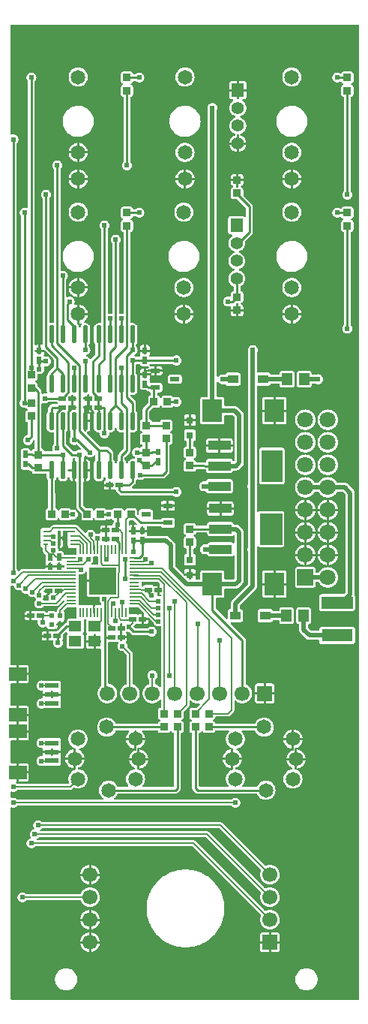
<source format=gtl>
G04 Layer: TopLayer*
G04 EasyEDA v6.5.29, 2023-07-19 20:14:37*
G04 41db7a399fb243939f9e48431119433e,5a6b42c53f6a479593ecc07194224c93,10*
G04 Gerber Generator version 0.2*
G04 Scale: 100 percent, Rotated: No, Reflected: No *
G04 Dimensions in millimeters *
G04 leading zeros omitted , absolute positions ,4 integer and 5 decimal *
%FSLAX45Y45*%
%MOMM*%

%AMMACRO1*21,1,$1,$2,0,0,$3*%
%ADD10C,0.1270*%
%ADD11C,0.2540*%
%ADD12C,0.2000*%
%ADD13C,0.5000*%
%ADD14MACRO1,3.4992X1.4067X0.0000*%
%ADD15R,3.4992X1.4067*%
%ADD16MACRO1,0.864X0.8065X0.0000*%
%ADD17R,0.8640X0.8065*%
%ADD18MACRO1,0.54X0.7901X90.0000*%
%ADD19MACRO1,0.54X0.7901X-90.0000*%
%ADD20MACRO1,0.54X0.7901X0.0000*%
%ADD21R,0.5400X0.7901*%
%ADD22O,0.58801X2.0450048*%
%ADD23R,0.8000X0.8000*%
%ADD24MACRO1,2.592X2.2075X-90.0000*%
%ADD25MACRO1,1.2X1.4X90.0000*%
%ADD26R,1.4000X1.2000*%
%ADD27MACRO1,1.2X1.4X-90.0000*%
%ADD28R,1.1000X0.2000*%
%ADD29R,0.2000X1.1000*%
%ADD30R,3.1000X3.1000*%
%ADD31R,0.6000X0.2800*%
%ADD32R,0.3000X1.7000*%
%ADD33R,0.5500X0.5500*%
%ADD34R,1.5500X0.6000*%
%ADD35R,2.0000X1.5000*%
%ADD36R,1.0700X0.6000*%
%ADD37MACRO1,0.864X0.8065X90.0000*%
%ADD38MACRO1,0.532X1.0375X-90.0000*%
%ADD39MACRO1,1.377X1.1325X-90.0000*%
%ADD40R,1.2000X0.9500*%
%ADD41R,2.5000X1.1000*%
%ADD42MACRO1,3.6X2.34X90.0000*%
%ADD43MACRO1,1.05X2.465X-90.0000*%
%ADD44MACRO1,3.54X2.465X90.0000*%
%ADD45MACRO1,1.7X1.7X90.0000*%
%ADD46C,1.7000*%
%ADD47MACRO1,1.8X1.8X90.0000*%
%ADD48C,1.8000*%
%ADD49C,1.6500*%
%ADD50MACRO1,1.7X1.7X0.0000*%
%ADD51C,1.4000*%
%ADD52R,1.4000X1.5240*%
%ADD53C,0.6096*%
%ADD54C,0.0164*%

%LPD*%
G36*
X-2157476Y-348691D02*
G01*
X-2161489Y-348030D01*
X-2164842Y-345846D01*
X-2167229Y-342493D01*
X-2168042Y-338531D01*
X-2168042Y-330200D01*
X-2188768Y-330200D01*
X-2192629Y-329438D01*
X-2195931Y-327202D01*
X-2198166Y-323951D01*
X-2198878Y-320040D01*
X-2198878Y-314960D01*
X-2198166Y-311048D01*
X-2195931Y-307797D01*
X-2192629Y-305562D01*
X-2188768Y-304800D01*
X-2168042Y-304800D01*
X-2168042Y-228600D01*
X-2188768Y-228600D01*
X-2192629Y-227838D01*
X-2195931Y-225602D01*
X-2198166Y-222351D01*
X-2198878Y-218440D01*
X-2198878Y-213360D01*
X-2198166Y-209448D01*
X-2195931Y-206197D01*
X-2192629Y-203962D01*
X-2188768Y-203200D01*
X-2168042Y-203200D01*
X-2168042Y-182168D01*
X-2167229Y-178409D01*
X-2165197Y-175158D01*
X-2162098Y-172923D01*
X-2158390Y-172008D01*
X-2154529Y-172567D01*
X-2149449Y-174244D01*
X-2145893Y-176377D01*
X-2143455Y-179781D01*
X-2142642Y-183896D01*
X-2142642Y-203200D01*
X-2118918Y-203200D01*
X-2115058Y-203962D01*
X-2111806Y-206197D01*
X-2109520Y-209448D01*
X-2108809Y-213360D01*
X-2108809Y-218440D01*
X-2109520Y-222351D01*
X-2111806Y-225602D01*
X-2115058Y-227838D01*
X-2118918Y-228600D01*
X-2142642Y-228600D01*
X-2142642Y-304800D01*
X-2118918Y-304800D01*
X-2115058Y-305562D01*
X-2111806Y-307797D01*
X-2109520Y-311048D01*
X-2108809Y-314960D01*
X-2108809Y-320040D01*
X-2109520Y-323951D01*
X-2111806Y-327202D01*
X-2115058Y-329438D01*
X-2118918Y-330200D01*
X-2142642Y-330200D01*
X-2142642Y-336804D01*
X-2143556Y-341122D01*
X-2146249Y-344576D01*
X-2150110Y-346608D01*
X-2153513Y-347726D01*
G37*

%LPD*%
G36*
X-2197049Y-394360D02*
G01*
X-2201367Y-393395D01*
X-2204872Y-390702D01*
X-2206955Y-386842D01*
X-2208022Y-382828D01*
X-2208276Y-378917D01*
X-2207056Y-375158D01*
X-2204415Y-372211D01*
X-2200910Y-370433D01*
X-2197049Y-370078D01*
X-2194915Y-370332D01*
X-2190851Y-371703D01*
X-2187651Y-374700D01*
X-2186076Y-378714D01*
X-2186279Y-383032D01*
X-2187295Y-386842D01*
X-2189327Y-390702D01*
X-2192832Y-393395D01*
G37*

%LPD*%
G36*
X-2138883Y-812292D02*
G01*
X-2142744Y-811530D01*
X-2146046Y-809294D01*
X-2219045Y-736295D01*
X-2221331Y-732993D01*
X-2222093Y-729081D01*
X-2222093Y-588416D01*
X-2221331Y-584555D01*
X-2212695Y-572516D01*
X-2208631Y-563778D01*
X-2206955Y-557276D01*
X-2204872Y-553364D01*
X-2201367Y-550672D01*
X-2197049Y-549757D01*
X-2192832Y-550672D01*
X-2189327Y-553364D01*
X-2187295Y-557276D01*
X-2185568Y-563778D01*
X-2181504Y-572516D01*
X-2173020Y-584454D01*
X-2172258Y-588365D01*
X-2172258Y-640791D01*
X-2173020Y-644702D01*
X-2175205Y-648004D01*
X-2176780Y-649579D01*
X-2182418Y-657606D01*
X-2186584Y-666546D01*
X-2189124Y-675995D01*
X-2189988Y-685800D01*
X-2189124Y-695604D01*
X-2186584Y-705053D01*
X-2182418Y-713994D01*
X-2176780Y-722020D01*
X-2169871Y-728980D01*
X-2161794Y-734618D01*
X-2152904Y-738733D01*
X-2143404Y-741273D01*
X-2133549Y-742137D01*
X-2123795Y-741273D01*
X-2114296Y-738733D01*
X-2109063Y-736295D01*
X-2105101Y-735330D01*
X-2101037Y-736041D01*
X-2097633Y-738327D01*
X-2058365Y-777544D01*
X-2056079Y-780999D01*
X-2055317Y-785063D01*
X-2056333Y-789025D01*
X-2058720Y-792327D01*
X-2062327Y-794410D01*
X-2066442Y-794867D01*
X-2070049Y-794562D01*
X-2079904Y-795426D01*
X-2089404Y-797966D01*
X-2098294Y-802081D01*
X-2106371Y-807720D01*
X-2107946Y-809294D01*
X-2111248Y-811530D01*
X-2115108Y-812292D01*
G37*

%LPD*%
G36*
X-2461869Y-813053D02*
G01*
X-2465933Y-812190D01*
X-2469286Y-809802D01*
X-2471420Y-806246D01*
X-2473553Y-800252D01*
X-2476601Y-795324D01*
X-2480716Y-791260D01*
X-2485593Y-788162D01*
X-2491079Y-786231D01*
X-2495905Y-785063D01*
X-2498852Y-782777D01*
X-2500731Y-779627D01*
X-2501442Y-776020D01*
X-2501442Y-276250D01*
X-2500630Y-272288D01*
X-2498293Y-268935D01*
X-2494889Y-266750D01*
X-2490876Y-266090D01*
X-2486964Y-267055D01*
X-2483104Y-268833D01*
X-2473604Y-271373D01*
X-2463800Y-272237D01*
X-2454046Y-271373D01*
X-2444496Y-268833D01*
X-2435656Y-264718D01*
X-2427579Y-259079D01*
X-2426004Y-257505D01*
X-2422702Y-255270D01*
X-2418842Y-254508D01*
X-2332482Y-254508D01*
X-2328265Y-255422D01*
X-2324811Y-258013D01*
X-2323033Y-260045D01*
X-2321204Y-263144D01*
X-2320544Y-266700D01*
X-2321204Y-270256D01*
X-2323033Y-273354D01*
X-2324811Y-275386D01*
X-2328265Y-277977D01*
X-2332482Y-278892D01*
X-2374442Y-278892D01*
X-2382469Y-279704D01*
X-2389682Y-281889D01*
X-2396337Y-285445D01*
X-2402586Y-290576D01*
X-2414574Y-302564D01*
X-2419705Y-308762D01*
X-2423261Y-315468D01*
X-2425446Y-322681D01*
X-2426258Y-330708D01*
X-2426258Y-355752D01*
X-2427020Y-359613D01*
X-2435504Y-371551D01*
X-2439568Y-380288D01*
X-2442057Y-389585D01*
X-2442921Y-399643D01*
X-2442921Y-544474D01*
X-2442057Y-554482D01*
X-2439568Y-563778D01*
X-2435504Y-572516D01*
X-2429967Y-580440D01*
X-2423160Y-587248D01*
X-2415184Y-592785D01*
X-2406548Y-596849D01*
X-2397201Y-599338D01*
X-2387600Y-600151D01*
X-2378049Y-599338D01*
X-2375509Y-598678D01*
X-2371852Y-598373D01*
X-2368296Y-599440D01*
X-2365349Y-601675D01*
X-2363419Y-604824D01*
X-2362758Y-608482D01*
X-2362758Y-729691D01*
X-2363520Y-733602D01*
X-2365705Y-736904D01*
X-2367280Y-738479D01*
X-2372918Y-746506D01*
X-2377084Y-755446D01*
X-2379624Y-764895D01*
X-2380488Y-774700D01*
X-2379624Y-784504D01*
X-2377084Y-793953D01*
X-2374900Y-798576D01*
X-2373985Y-802538D01*
X-2374646Y-806551D01*
X-2376830Y-809955D01*
X-2380132Y-812241D01*
X-2384145Y-813053D01*
G37*

%LPD*%
G36*
X-1663649Y-948842D02*
G01*
X-1667967Y-947928D01*
X-1671472Y-945235D01*
X-1673555Y-941324D01*
X-1675231Y-934821D01*
X-1679295Y-926084D01*
X-1687931Y-914044D01*
X-1688693Y-910183D01*
X-1688693Y-838708D01*
X-1689506Y-830681D01*
X-1691690Y-823468D01*
X-1695196Y-816762D01*
X-1700377Y-810564D01*
X-1737715Y-773176D01*
X-1743964Y-768045D01*
X-1750618Y-764489D01*
X-1757883Y-762304D01*
X-1765909Y-761492D01*
X-1834083Y-761492D01*
X-1837943Y-760730D01*
X-1841246Y-758494D01*
X-1987854Y-611936D01*
X-1990039Y-608736D01*
X-1990801Y-604926D01*
X-1990140Y-601116D01*
X-1988108Y-597814D01*
X-1984908Y-595528D01*
X-1979015Y-592785D01*
X-1971090Y-587248D01*
X-1964283Y-580440D01*
X-1958695Y-572516D01*
X-1954631Y-563778D01*
X-1952142Y-554482D01*
X-1951329Y-544474D01*
X-1951329Y-484733D01*
X-1993849Y-484733D01*
X-1993849Y-581355D01*
X-1994662Y-585216D01*
X-1996897Y-588518D01*
X-2000199Y-590753D01*
X-2004060Y-591515D01*
X-2007920Y-590753D01*
X-2011222Y-588518D01*
X-2016302Y-583438D01*
X-2018538Y-580136D01*
X-2019249Y-576275D01*
X-2019249Y-484733D01*
X-2021433Y-484733D01*
X-2025345Y-483971D01*
X-2028545Y-481787D01*
X-2030831Y-478485D01*
X-2031593Y-474573D01*
X-2031593Y-469493D01*
X-2030831Y-465632D01*
X-2028545Y-462330D01*
X-2025345Y-460146D01*
X-2021433Y-459333D01*
X-2019249Y-459333D01*
X-2019249Y-333959D01*
X-2018588Y-330200D01*
X-2021433Y-330200D01*
X-2025345Y-329438D01*
X-2028545Y-327202D01*
X-2030831Y-323951D01*
X-2031593Y-320040D01*
X-2031593Y-314960D01*
X-2030831Y-311048D01*
X-2028545Y-307797D01*
X-2025345Y-305562D01*
X-2021433Y-304800D01*
X-1984908Y-304800D01*
X-1984908Y-228600D01*
X-2021433Y-228600D01*
X-2025345Y-227838D01*
X-2028545Y-225602D01*
X-2030831Y-222351D01*
X-2031593Y-218440D01*
X-2031593Y-213360D01*
X-2030831Y-209448D01*
X-2028545Y-206197D01*
X-2025345Y-203962D01*
X-2021433Y-203200D01*
X-1984908Y-203200D01*
X-1984908Y-178612D01*
X-1984349Y-175310D01*
X-1982825Y-172415D01*
X-1980387Y-170129D01*
X-1975256Y-166776D01*
X-1971192Y-165201D01*
X-1966874Y-165506D01*
X-1963013Y-167538D01*
X-1960422Y-170992D01*
X-1959508Y-175260D01*
X-1959508Y-203200D01*
X-1938782Y-203200D01*
X-1934921Y-203962D01*
X-1931619Y-206197D01*
X-1929333Y-209448D01*
X-1928622Y-213360D01*
X-1928622Y-218440D01*
X-1929333Y-222351D01*
X-1931619Y-225602D01*
X-1934921Y-227838D01*
X-1938782Y-228600D01*
X-1959508Y-228600D01*
X-1959508Y-304800D01*
X-1938782Y-304800D01*
X-1934921Y-305562D01*
X-1931619Y-307797D01*
X-1929333Y-311048D01*
X-1928622Y-314960D01*
X-1928622Y-320040D01*
X-1929333Y-323951D01*
X-1931619Y-327202D01*
X-1934921Y-329438D01*
X-1938782Y-330200D01*
X-1959508Y-330200D01*
X-1959508Y-380593D01*
X-1960321Y-384454D01*
X-1962454Y-387756D01*
X-1965807Y-389940D01*
X-1969668Y-390753D01*
X-1974697Y-390753D01*
X-1978660Y-389940D01*
X-1981962Y-387756D01*
X-1984095Y-384454D01*
X-1984908Y-380593D01*
X-1984908Y-330200D01*
X-1994662Y-330200D01*
X-1993849Y-333959D01*
X-1993849Y-459333D01*
X-1951329Y-459333D01*
X-1951329Y-399643D01*
X-1952142Y-389585D01*
X-1953920Y-383184D01*
X-1954174Y-379526D01*
X-1953158Y-375970D01*
X-1950872Y-373024D01*
X-1947722Y-371094D01*
X-1944065Y-370433D01*
X-1933295Y-370433D01*
X-1926945Y-369671D01*
X-1921052Y-367639D01*
X-1917649Y-367080D01*
X-1912670Y-368249D01*
X-1909368Y-370128D01*
X-1907032Y-373075D01*
X-1905863Y-376682D01*
X-1906219Y-380441D01*
X-1908657Y-389585D01*
X-1909521Y-399643D01*
X-1909521Y-544474D01*
X-1908657Y-554482D01*
X-1906168Y-563778D01*
X-1902104Y-572516D01*
X-1896567Y-580440D01*
X-1889760Y-587248D01*
X-1881835Y-592785D01*
X-1873097Y-596849D01*
X-1863801Y-599338D01*
X-1856333Y-599998D01*
X-1852930Y-600913D01*
X-1850034Y-602945D01*
X-1848002Y-605790D01*
X-1847088Y-609193D01*
X-1846224Y-619404D01*
X-1843684Y-628853D01*
X-1839518Y-637794D01*
X-1833880Y-645820D01*
X-1826971Y-652780D01*
X-1818893Y-658418D01*
X-1810004Y-662533D01*
X-1800504Y-665073D01*
X-1790649Y-665937D01*
X-1780895Y-665073D01*
X-1771396Y-662533D01*
X-1762556Y-658418D01*
X-1754479Y-652780D01*
X-1747570Y-645820D01*
X-1741932Y-637794D01*
X-1737715Y-628853D01*
X-1735226Y-619404D01*
X-1734312Y-609193D01*
X-1733397Y-605790D01*
X-1731365Y-602945D01*
X-1728520Y-600913D01*
X-1725117Y-599998D01*
X-1717649Y-599338D01*
X-1708302Y-596849D01*
X-1699615Y-592785D01*
X-1691690Y-587248D01*
X-1684883Y-580440D01*
X-1679295Y-572516D01*
X-1675231Y-563778D01*
X-1673555Y-557276D01*
X-1671472Y-553364D01*
X-1667967Y-550672D01*
X-1663649Y-549757D01*
X-1659432Y-550672D01*
X-1655927Y-553364D01*
X-1653895Y-557276D01*
X-1652168Y-563778D01*
X-1648104Y-572516D01*
X-1642567Y-580440D01*
X-1635760Y-587248D01*
X-1627835Y-592785D01*
X-1619097Y-596849D01*
X-1609801Y-599338D01*
X-1600149Y-600151D01*
X-1590649Y-599338D01*
X-1588211Y-598678D01*
X-1584502Y-598373D01*
X-1580896Y-599440D01*
X-1577949Y-601675D01*
X-1576019Y-604875D01*
X-1575409Y-608482D01*
X-1575409Y-779881D01*
X-1576120Y-783793D01*
X-1578406Y-787095D01*
X-1627225Y-835964D01*
X-1632356Y-842162D01*
X-1635912Y-848868D01*
X-1638046Y-856081D01*
X-1638909Y-864108D01*
X-1638909Y-910336D01*
X-1639620Y-914196D01*
X-1648104Y-926084D01*
X-1652168Y-934821D01*
X-1653895Y-941324D01*
X-1655927Y-945235D01*
X-1659432Y-947928D01*
G37*

%LPD*%
G36*
X-2240381Y-1981047D02*
G01*
X-2244344Y-1980336D01*
X-2247646Y-1978101D01*
X-2249932Y-1974799D01*
X-2250694Y-1970887D01*
X-2250694Y-1963978D01*
X-2251405Y-1957628D01*
X-2253335Y-1952193D01*
X-2256434Y-1947265D01*
X-2260498Y-1943201D01*
X-2265426Y-1940102D01*
X-2270861Y-1938223D01*
X-2277211Y-1937512D01*
X-2300833Y-1937512D01*
X-2304542Y-1936800D01*
X-2307691Y-1934819D01*
X-2309977Y-1931822D01*
X-2310993Y-1928215D01*
X-2311654Y-1920595D01*
X-2314194Y-1911146D01*
X-2315362Y-1908556D01*
X-2316327Y-1904238D01*
X-2316327Y-1880362D01*
X-2315362Y-1876043D01*
X-2314194Y-1873453D01*
X-2311654Y-1864004D01*
X-2311146Y-1859127D01*
X-2309876Y-1854911D01*
X-2309876Y-1853488D01*
X-2311146Y-1849272D01*
X-2311654Y-1844395D01*
X-2314194Y-1834946D01*
X-2315362Y-1832356D01*
X-2316327Y-1828038D01*
X-2316327Y-1804162D01*
X-2315362Y-1799843D01*
X-2314194Y-1797253D01*
X-2311654Y-1787804D01*
X-2311146Y-1782927D01*
X-2310028Y-1778965D01*
X-2309876Y-1777288D01*
X-2311146Y-1773072D01*
X-2311654Y-1768195D01*
X-2314194Y-1758746D01*
X-2315362Y-1756156D01*
X-2316327Y-1751838D01*
X-2316327Y-1718818D01*
X-2315565Y-1714906D01*
X-2313330Y-1711604D01*
X-2310079Y-1709420D01*
X-2306167Y-1708657D01*
X-2301087Y-1708657D01*
X-2297176Y-1709420D01*
X-2293924Y-1711604D01*
X-2291689Y-1714906D01*
X-2290927Y-1718818D01*
X-2290927Y-1772208D01*
X-2291892Y-1776475D01*
X-2292756Y-1778000D01*
X-2262733Y-1778000D01*
X-2262733Y-1718818D01*
X-2261920Y-1714906D01*
X-2259736Y-1711604D01*
X-2256434Y-1709420D01*
X-2252522Y-1708657D01*
X-2218944Y-1708657D01*
X-2215083Y-1709420D01*
X-2211781Y-1711604D01*
X-2209546Y-1714906D01*
X-2208733Y-1718818D01*
X-2208733Y-1729130D01*
X-2208072Y-1735429D01*
X-2206802Y-1740712D01*
X-2208072Y-1745945D01*
X-2208733Y-1752295D01*
X-2208733Y-1779117D01*
X-2208072Y-1785467D01*
X-2206802Y-1790649D01*
X-2208072Y-1795932D01*
X-2208733Y-1802282D01*
X-2208733Y-1829104D01*
X-2208072Y-1835454D01*
X-2206802Y-1840738D01*
X-2208072Y-1845970D01*
X-2208733Y-1852269D01*
X-2208733Y-1879142D01*
X-2208072Y-1885442D01*
X-2206142Y-1890928D01*
X-2203094Y-1895805D01*
X-2198979Y-1899920D01*
X-2194102Y-1902968D01*
X-2188565Y-1904898D01*
X-2182317Y-1905609D01*
X-2123541Y-1905609D01*
X-2115667Y-1904644D01*
X-2111349Y-1905000D01*
X-2107692Y-1907082D01*
X-2105101Y-1910537D01*
X-2104186Y-1914702D01*
X-2104186Y-1967230D01*
X-2104999Y-1971141D01*
X-2107234Y-1974392D01*
X-2110435Y-1976628D01*
X-2114397Y-1977389D01*
X-2217775Y-1977389D01*
X-2224074Y-1978101D01*
X-2230628Y-1980387D01*
X-2233828Y-1980946D01*
G37*

%LPC*%
G36*
X-2290927Y-1901596D02*
G01*
X-2282901Y-1900885D01*
X-2277414Y-1898954D01*
X-2272538Y-1895906D01*
X-2268423Y-1891792D01*
X-2265324Y-1886915D01*
X-2263444Y-1881428D01*
X-2262733Y-1875129D01*
X-2262733Y-1803400D01*
X-2290927Y-1803400D01*
X-2290927Y-1848408D01*
X-2291892Y-1852675D01*
X-2293061Y-1854200D01*
X-2291892Y-1855724D01*
X-2290927Y-1859991D01*
G37*

%LPD*%
G36*
X-1929892Y-2092401D02*
G01*
X-1933752Y-2091639D01*
X-1937054Y-2089404D01*
X-1939289Y-2086102D01*
X-1940001Y-2082241D01*
X-1939289Y-2078329D01*
X-1937054Y-2075027D01*
X-1930247Y-2068220D01*
X-1924608Y-2060193D01*
X-1920493Y-2051253D01*
X-1917954Y-2041804D01*
X-1917090Y-2032000D01*
X-1917954Y-2022195D01*
X-1920697Y-2011984D01*
X-1920951Y-2008327D01*
X-1919935Y-2004771D01*
X-1917649Y-2001824D01*
X-1914499Y-1999894D01*
X-1910842Y-1999183D01*
X-1898904Y-1999183D01*
X-1892554Y-1998472D01*
X-1888286Y-1997608D01*
X-1884070Y-1998472D01*
X-1877771Y-1999183D01*
X-1870811Y-1999183D01*
X-1866950Y-1999996D01*
X-1863648Y-2002180D01*
X-1861413Y-2005482D01*
X-1860651Y-2009343D01*
X-1860651Y-2074925D01*
X-1859940Y-2081174D01*
X-1860397Y-2085390D01*
X-1862531Y-2089048D01*
X-1865985Y-2091486D01*
X-1870049Y-2092401D01*
G37*

%LPD*%
G36*
X-2423007Y-2439771D02*
G01*
X-2427224Y-2439365D01*
X-2430932Y-2437282D01*
X-2433421Y-2433828D01*
X-2434336Y-2429713D01*
X-2434336Y-2400300D01*
X-2469896Y-2400300D01*
X-2473858Y-2399538D01*
X-2477160Y-2397302D01*
X-2479344Y-2394051D01*
X-2480106Y-2390140D01*
X-2479344Y-2386228D01*
X-2477160Y-2382977D01*
X-2472080Y-2377897D01*
X-2468778Y-2375662D01*
X-2464866Y-2374900D01*
X-2434234Y-2374900D01*
X-2433320Y-2371242D01*
X-2431084Y-2368194D01*
X-2427884Y-2366213D01*
X-2424176Y-2365502D01*
X-2419096Y-2365502D01*
X-2415387Y-2366213D01*
X-2412187Y-2368194D01*
X-2409952Y-2371242D01*
X-2408986Y-2374900D01*
X-2388209Y-2374900D01*
X-2384298Y-2375662D01*
X-2380996Y-2377897D01*
X-2378811Y-2381148D01*
X-2378049Y-2385060D01*
X-2378049Y-2390140D01*
X-2378811Y-2394051D01*
X-2380996Y-2397302D01*
X-2384298Y-2399538D01*
X-2388209Y-2400300D01*
X-2408936Y-2400300D01*
X-2408936Y-2422448D01*
X-2409393Y-2425496D01*
X-2410764Y-2428240D01*
X-2415844Y-2435504D01*
X-2418943Y-2438400D01*
G37*

%LPD*%
G36*
X-1158951Y-2449017D02*
G01*
X-1162659Y-2448712D01*
X-1166215Y-2447798D01*
X-1169924Y-2445918D01*
X-1172565Y-2442514D01*
X-1176528Y-2445105D01*
X-1183995Y-2445816D01*
X-1188110Y-2445308D01*
X-1191717Y-2443175D01*
X-1194104Y-2439771D01*
X-1195019Y-2435656D01*
X-1195019Y-2387600D01*
X-1215745Y-2387600D01*
X-1219606Y-2386838D01*
X-1222908Y-2384602D01*
X-1225143Y-2381351D01*
X-1225854Y-2377440D01*
X-1225854Y-2372360D01*
X-1225143Y-2368448D01*
X-1222908Y-2365197D01*
X-1219606Y-2362962D01*
X-1215745Y-2362200D01*
X-1195019Y-2362200D01*
X-1195019Y-2322017D01*
X-1221232Y-2322017D01*
X-1227582Y-2322728D01*
X-1233474Y-2324760D01*
X-1236827Y-2325319D01*
X-1240129Y-2324760D01*
X-1246022Y-2322728D01*
X-1252372Y-2322017D01*
X-1330248Y-2322017D01*
X-1336598Y-2322728D01*
X-1342034Y-2324608D01*
X-1346962Y-2327706D01*
X-1351026Y-2331770D01*
X-1353667Y-2335936D01*
X-1356715Y-2339035D01*
X-1360678Y-2340610D01*
X-1365097Y-2340305D01*
X-1368907Y-2338222D01*
X-1371447Y-2334768D01*
X-1372362Y-2330551D01*
X-1372362Y-2323846D01*
X-1373124Y-2317546D01*
X-1374038Y-2313279D01*
X-1373124Y-2309063D01*
X-1372362Y-2302713D01*
X-1372362Y-2295753D01*
X-1371650Y-2291842D01*
X-1369415Y-2288540D01*
X-1366113Y-2286355D01*
X-1362252Y-2285593D01*
X-1193292Y-2285593D01*
X-1189329Y-2286355D01*
X-1186078Y-2288540D01*
X-1169974Y-2304643D01*
X-1167790Y-2307793D01*
X-1167028Y-2311552D01*
X-1167638Y-2315362D01*
X-1169619Y-2318613D01*
X-1169619Y-2362200D01*
X-1159967Y-2362200D01*
X-1156106Y-2362962D01*
X-1152855Y-2365197D01*
X-1150670Y-2368448D01*
X-1149858Y-2372360D01*
X-1149858Y-2377440D01*
X-1150670Y-2381351D01*
X-1152855Y-2384602D01*
X-1156106Y-2386838D01*
X-1159967Y-2387600D01*
X-1169619Y-2387600D01*
X-1169619Y-2430068D01*
X-1167638Y-2428646D01*
X-1163574Y-2427833D01*
X-1159967Y-2427833D01*
X-1156106Y-2428595D01*
X-1152855Y-2430780D01*
X-1150670Y-2434082D01*
X-1149858Y-2438908D01*
X-1150569Y-2442565D01*
X-1152499Y-2445715D01*
X-1155446Y-2447950D01*
G37*

%LPD*%
G36*
X-2476093Y-2495042D02*
G01*
X-2480005Y-2494280D01*
X-2483307Y-2492044D01*
X-2485288Y-2490012D01*
X-2487472Y-2486710D01*
X-2488234Y-2482850D01*
X-2487422Y-2478989D01*
X-2478532Y-2466594D01*
X-2474366Y-2457653D01*
X-2471775Y-2447950D01*
X-2470251Y-2444699D01*
X-2467660Y-2442159D01*
X-2464409Y-2440736D01*
X-2460548Y-2440533D01*
X-2432253Y-2440533D01*
X-2428595Y-2441194D01*
X-2425446Y-2443124D01*
X-2423210Y-2446070D01*
X-2422144Y-2449626D01*
X-2423464Y-2463800D01*
X-2422601Y-2473604D01*
X-2420315Y-2482240D01*
X-2420010Y-2485948D01*
X-2421026Y-2489504D01*
X-2423312Y-2492451D01*
X-2426411Y-2494381D01*
X-2430119Y-2495042D01*
G37*

%LPD*%
G36*
X-1910029Y-2563672D02*
G01*
X-1913686Y-2562250D01*
X-1916633Y-2559507D01*
X-1919122Y-2555900D01*
X-1920493Y-2553157D01*
X-1921052Y-2547772D01*
X-1928317Y-2548991D01*
X-1932584Y-2548077D01*
X-1938883Y-2547366D01*
X-1957781Y-2547366D01*
X-1964029Y-2548077D01*
X-1968347Y-2548991D01*
X-1972564Y-2548077D01*
X-1978914Y-2547366D01*
X-1997710Y-2547366D01*
X-2004060Y-2548077D01*
X-2008276Y-2548991D01*
X-2012594Y-2548077D01*
X-2018893Y-2547366D01*
X-2037740Y-2547366D01*
X-2044090Y-2548077D01*
X-2048306Y-2548991D01*
X-2052574Y-2548077D01*
X-2058924Y-2547366D01*
X-2072284Y-2547366D01*
X-2076145Y-2546604D01*
X-2079447Y-2544419D01*
X-2081631Y-2541117D01*
X-2082444Y-2537206D01*
X-2082444Y-2523845D01*
X-2083104Y-2517546D01*
X-2084019Y-2513279D01*
X-2083104Y-2509062D01*
X-2082444Y-2502712D01*
X-2082444Y-2483866D01*
X-2083104Y-2477566D01*
X-2084019Y-2473299D01*
X-2083104Y-2469032D01*
X-2082444Y-2462733D01*
X-2082444Y-2443886D01*
X-2083104Y-2437536D01*
X-2084019Y-2433320D01*
X-2083104Y-2429052D01*
X-2082444Y-2422702D01*
X-2082444Y-2403856D01*
X-2083104Y-2397556D01*
X-2084019Y-2393289D01*
X-2083104Y-2389073D01*
X-2082444Y-2382723D01*
X-2082444Y-2363876D01*
X-2083104Y-2357526D01*
X-2084019Y-2353310D01*
X-2083104Y-2349042D01*
X-2082444Y-2342743D01*
X-2082444Y-2323846D01*
X-2083104Y-2317546D01*
X-2084019Y-2313279D01*
X-2083104Y-2309063D01*
X-2082444Y-2302713D01*
X-2082444Y-2283866D01*
X-2083104Y-2277567D01*
X-2084019Y-2273300D01*
X-2083104Y-2269032D01*
X-2082444Y-2262733D01*
X-2082444Y-2243886D01*
X-2083104Y-2237536D01*
X-2084019Y-2233320D01*
X-2083104Y-2229053D01*
X-2082444Y-2222703D01*
X-2082444Y-2210968D01*
X-2081733Y-2207310D01*
X-2079802Y-2204161D01*
X-2076856Y-2201926D01*
X-2073249Y-2200859D01*
X-2069592Y-2201164D01*
X-2067204Y-2201773D01*
X-2057349Y-2202637D01*
X-2047595Y-2201773D01*
X-2038096Y-2199233D01*
X-2029256Y-2195118D01*
X-2021179Y-2189480D01*
X-2014270Y-2182520D01*
X-2006295Y-2171293D01*
X-2002942Y-2169210D01*
X-1999081Y-2168550D01*
X-1995322Y-2169414D01*
X-1992122Y-2171649D01*
X-1989988Y-2174900D01*
X-1989226Y-2178710D01*
X-1989226Y-2260600D01*
X-1821027Y-2260600D01*
X-1821027Y-2137714D01*
X-1820214Y-2133752D01*
X-1817878Y-2130399D01*
X-1814474Y-2128215D01*
X-1810461Y-2127554D01*
X-1805381Y-2127758D01*
X-1801622Y-2128621D01*
X-1798472Y-2130856D01*
X-1796338Y-2134108D01*
X-1795627Y-2137918D01*
X-1795627Y-2260600D01*
X-1672183Y-2260600D01*
X-1668272Y-2261362D01*
X-1664919Y-2263597D01*
X-1662785Y-2266899D01*
X-1661972Y-2270810D01*
X-1661972Y-2275890D01*
X-1662836Y-2279751D01*
X-1665020Y-2283053D01*
X-1668322Y-2285238D01*
X-1672183Y-2286000D01*
X-1795627Y-2286000D01*
X-1795627Y-2410866D01*
X-1796186Y-2414219D01*
X-1797812Y-2417216D01*
X-1800402Y-2419502D01*
X-1803603Y-2420772D01*
X-1808683Y-2421890D01*
X-1813204Y-2421839D01*
X-1817217Y-2419858D01*
X-1820011Y-2416352D01*
X-1821027Y-2411933D01*
X-1821027Y-2286000D01*
X-1989226Y-2286000D01*
X-1989226Y-2427732D01*
X-1988515Y-2434031D01*
X-1986635Y-2439517D01*
X-1983536Y-2444394D01*
X-1979422Y-2448509D01*
X-1974545Y-2451557D01*
X-1969058Y-2453487D01*
X-1962759Y-2454198D01*
X-1860956Y-2454198D01*
X-1856892Y-2455062D01*
X-1853488Y-2457551D01*
X-1851355Y-2461158D01*
X-1850898Y-2465324D01*
X-1851964Y-2476550D01*
X-1851101Y-2486304D01*
X-1848561Y-2495753D01*
X-1844395Y-2504694D01*
X-1838807Y-2512720D01*
X-1828952Y-2522321D01*
X-1827428Y-2525217D01*
X-1826920Y-2528417D01*
X-1826920Y-2537206D01*
X-1827631Y-2540863D01*
X-1829562Y-2544064D01*
X-1832508Y-2546299D01*
X-1836115Y-2547366D01*
X-1844141Y-2548128D01*
X-1848256Y-2548991D01*
X-1852574Y-2548077D01*
X-1858924Y-2547366D01*
X-1877771Y-2547366D01*
X-1884070Y-2548077D01*
X-1888286Y-2548991D01*
X-1895652Y-2547772D01*
X-1895652Y-2550058D01*
X-1896364Y-2553919D01*
X-1899716Y-2559100D01*
X-1902460Y-2561945D01*
X-1906066Y-2563571D01*
G37*

%LPD*%
G36*
X-2231491Y-2749397D02*
G01*
X-2235047Y-2748381D01*
X-2238095Y-2746146D01*
X-2240127Y-2742946D01*
X-2241499Y-2732074D01*
X-2243429Y-2726588D01*
X-2245614Y-2723235D01*
X-2246985Y-2719730D01*
X-2246985Y-2715920D01*
X-2245614Y-2712415D01*
X-2243429Y-2709011D01*
X-2241499Y-2703576D01*
X-2240838Y-2697276D01*
X-2240838Y-2643378D01*
X-2241499Y-2637078D01*
X-2243429Y-2631592D01*
X-2246528Y-2626715D01*
X-2250338Y-2622905D01*
X-2252522Y-2619603D01*
X-2253335Y-2615742D01*
X-2252522Y-2611831D01*
X-2250338Y-2608529D01*
X-2213965Y-2572156D01*
X-2210663Y-2569972D01*
X-2206802Y-2569210D01*
X-2114397Y-2569210D01*
X-2110435Y-2569972D01*
X-2107234Y-2572156D01*
X-2104999Y-2575458D01*
X-2104186Y-2579370D01*
X-2104186Y-2682748D01*
X-2103628Y-2687980D01*
X-2104085Y-2692196D01*
X-2106117Y-2695905D01*
X-2109520Y-2698394D01*
X-2113737Y-2699258D01*
X-2190953Y-2699258D01*
X-2197252Y-2699969D01*
X-2202738Y-2701899D01*
X-2207615Y-2704998D01*
X-2211679Y-2709062D01*
X-2214829Y-2713990D01*
X-2216708Y-2719425D01*
X-2217369Y-2725775D01*
X-2217369Y-2738323D01*
X-2218334Y-2742539D01*
X-2220874Y-2745943D01*
X-2224633Y-2748026D01*
X-2227681Y-2748991D01*
G37*

%LPD*%
G36*
X-2296769Y-2808274D02*
G01*
X-2300681Y-2807512D01*
X-2303983Y-2805277D01*
X-2306167Y-2802026D01*
X-2306929Y-2798114D01*
X-2306929Y-2777998D01*
X-2325674Y-2777998D01*
X-2329586Y-2777236D01*
X-2332888Y-2775051D01*
X-2335072Y-2771749D01*
X-2335834Y-2767838D01*
X-2335834Y-2762758D01*
X-2335072Y-2758897D01*
X-2332888Y-2755595D01*
X-2329586Y-2753360D01*
X-2325674Y-2752598D01*
X-2306929Y-2752598D01*
X-2306929Y-2733903D01*
X-2306167Y-2729992D01*
X-2303983Y-2726690D01*
X-2300681Y-2724505D01*
X-2296769Y-2723743D01*
X-2291689Y-2723743D01*
X-2287828Y-2724505D01*
X-2284526Y-2726690D01*
X-2282342Y-2729992D01*
X-2281529Y-2733903D01*
X-2281529Y-2752598D01*
X-2261463Y-2752598D01*
X-2257552Y-2753360D01*
X-2254250Y-2755595D01*
X-2252065Y-2758897D01*
X-2251252Y-2762758D01*
X-2252065Y-2766669D01*
X-2254250Y-2769971D01*
X-2259330Y-2775051D01*
X-2262632Y-2777236D01*
X-2266543Y-2777998D01*
X-2281529Y-2777998D01*
X-2281529Y-2793034D01*
X-2282342Y-2796946D01*
X-2284526Y-2800197D01*
X-2289606Y-2805277D01*
X-2292908Y-2807512D01*
G37*

%LPD*%
G36*
X-2768193Y-4742942D02*
G01*
X-2772105Y-4742180D01*
X-2775407Y-4739944D01*
X-2783230Y-4732020D01*
X-2791256Y-4726381D01*
X-2800096Y-4722266D01*
X-2809646Y-4719726D01*
X-2819400Y-4718862D01*
X-2829204Y-4719726D01*
X-2836418Y-4721656D01*
X-2840126Y-4721910D01*
X-2843682Y-4720894D01*
X-2846628Y-4718608D01*
X-2848559Y-4715459D01*
X-2849219Y-4711852D01*
X-2849219Y-4660747D01*
X-2848559Y-4657140D01*
X-2846628Y-4653991D01*
X-2843682Y-4651705D01*
X-2840126Y-4650689D01*
X-2836418Y-4650943D01*
X-2829204Y-4652873D01*
X-2819400Y-4653737D01*
X-2809646Y-4652873D01*
X-2800096Y-4650333D01*
X-2791256Y-4646218D01*
X-2783230Y-4640580D01*
X-2775407Y-4632655D01*
X-2772105Y-4630420D01*
X-2768193Y-4629658D01*
X-2179472Y-4629658D01*
X-2172258Y-4628896D01*
X-2165858Y-4626813D01*
X-2159863Y-4623409D01*
X-2155799Y-4619904D01*
X-2145385Y-4609490D01*
X-2141829Y-4607204D01*
X-2137765Y-4606493D01*
X-2133701Y-4607560D01*
X-2131415Y-4608626D01*
X-2118055Y-4613198D01*
X-2104085Y-4615942D01*
X-2090013Y-4616907D01*
X-2075840Y-4615942D01*
X-2061972Y-4613198D01*
X-2048510Y-4608626D01*
X-2035810Y-4602378D01*
X-2024024Y-4594504D01*
X-2013356Y-4585157D01*
X-2003958Y-4574489D01*
X-1996135Y-4562703D01*
X-1989886Y-4549952D01*
X-1985314Y-4536541D01*
X-1982520Y-4522622D01*
X-1981606Y-4508500D01*
X-1982520Y-4494377D01*
X-1985314Y-4480458D01*
X-1989886Y-4467047D01*
X-1996135Y-4454296D01*
X-2003958Y-4442510D01*
X-2013356Y-4431842D01*
X-2024024Y-4422495D01*
X-2035810Y-4414621D01*
X-2048510Y-4408373D01*
X-2061972Y-4403801D01*
X-2075840Y-4401058D01*
X-2083866Y-4400499D01*
X-2087727Y-4399483D01*
X-2090826Y-4397095D01*
X-2092858Y-4393641D01*
X-2093315Y-4389729D01*
X-2092299Y-4385868D01*
X-2089912Y-4382719D01*
X-2086457Y-4380738D01*
X-2084374Y-4380026D01*
X-2071624Y-4373778D01*
X-2059838Y-4365904D01*
X-2049170Y-4356557D01*
X-2039772Y-4345889D01*
X-2031949Y-4334103D01*
X-2025700Y-4321352D01*
X-2021078Y-4307941D01*
X-2018233Y-4292600D01*
X-2113127Y-4292600D01*
X-2113127Y-4394860D01*
X-2113940Y-4398924D01*
X-2116429Y-4402328D01*
X-2120036Y-4404461D01*
X-2125065Y-4406188D01*
X-2127402Y-4406493D01*
X-2144217Y-4414621D01*
X-2156002Y-4422495D01*
X-2166670Y-4431842D01*
X-2175967Y-4442510D01*
X-2183892Y-4454296D01*
X-2190140Y-4467047D01*
X-2194712Y-4480458D01*
X-2197404Y-4494377D01*
X-2198420Y-4508500D01*
X-2197404Y-4522622D01*
X-2194712Y-4536541D01*
X-2189886Y-4550511D01*
X-2188870Y-4554474D01*
X-2189480Y-4558487D01*
X-2191613Y-4561992D01*
X-2195017Y-4564329D01*
X-2198979Y-4565142D01*
X-2768193Y-4565142D01*
X-2772105Y-4564380D01*
X-2775407Y-4562144D01*
X-2783230Y-4554220D01*
X-2784805Y-4553102D01*
X-2787548Y-4550257D01*
X-2788970Y-4546600D01*
X-2788920Y-4542688D01*
X-2787396Y-4539030D01*
X-2784551Y-4536287D01*
X-2784551Y-4446422D01*
X-2839059Y-4446422D01*
X-2842971Y-4445660D01*
X-2846222Y-4443425D01*
X-2848457Y-4440123D01*
X-2849219Y-4436262D01*
X-2849219Y-4431182D01*
X-2848457Y-4427270D01*
X-2846222Y-4423968D01*
X-2842971Y-4421784D01*
X-2839059Y-4421022D01*
X-2784551Y-4421022D01*
X-2784551Y-4332782D01*
X-2839059Y-4332782D01*
X-2842971Y-4332020D01*
X-2846222Y-4329836D01*
X-2848457Y-4326534D01*
X-2849219Y-4322622D01*
X-2849219Y-4084777D01*
X-2848457Y-4080865D01*
X-2846222Y-4077563D01*
X-2842971Y-4075379D01*
X-2839059Y-4074617D01*
X-2784551Y-4074617D01*
X-2784551Y-3986377D01*
X-2839059Y-3986377D01*
X-2842971Y-3985615D01*
X-2846222Y-3983431D01*
X-2848457Y-3980129D01*
X-2849219Y-3976217D01*
X-2849219Y-3971137D01*
X-2848457Y-3967276D01*
X-2846222Y-3963974D01*
X-2842971Y-3961739D01*
X-2839059Y-3960977D01*
X-2784551Y-3960977D01*
X-2784551Y-3798722D01*
X-2839059Y-3798722D01*
X-2842971Y-3797960D01*
X-2846222Y-3795725D01*
X-2848457Y-3792423D01*
X-2849219Y-3788562D01*
X-2849219Y-3783482D01*
X-2848457Y-3779570D01*
X-2846222Y-3776268D01*
X-2842971Y-3774084D01*
X-2839059Y-3773322D01*
X-2784551Y-3773322D01*
X-2784551Y-3685082D01*
X-2839059Y-3685082D01*
X-2842971Y-3684320D01*
X-2846222Y-3682136D01*
X-2848457Y-3678834D01*
X-2849219Y-3674922D01*
X-2849219Y-3437077D01*
X-2848457Y-3433165D01*
X-2846222Y-3429863D01*
X-2842971Y-3427679D01*
X-2839059Y-3426917D01*
X-2784551Y-3426917D01*
X-2784551Y-3338677D01*
X-2839059Y-3338677D01*
X-2842971Y-3337915D01*
X-2846222Y-3335731D01*
X-2848457Y-3332429D01*
X-2849219Y-3328517D01*
X-2849219Y-3323437D01*
X-2848457Y-3319576D01*
X-2846222Y-3316274D01*
X-2842971Y-3314039D01*
X-2839059Y-3313277D01*
X-2784551Y-3313277D01*
X-2784551Y-3225088D01*
X-2839059Y-3225088D01*
X-2842971Y-3224326D01*
X-2846222Y-3222091D01*
X-2848457Y-3218789D01*
X-2849219Y-3214928D01*
X-2849219Y-2336647D01*
X-2848559Y-2333040D01*
X-2846628Y-2329891D01*
X-2843682Y-2327605D01*
X-2840126Y-2326589D01*
X-2836418Y-2326843D01*
X-2829204Y-2328773D01*
X-2819450Y-2329637D01*
X-2815539Y-2330805D01*
X-2812389Y-2333447D01*
X-2810560Y-2337155D01*
X-2808884Y-2343353D01*
X-2804718Y-2352294D01*
X-2799080Y-2360320D01*
X-2792171Y-2367280D01*
X-2784094Y-2372918D01*
X-2775204Y-2377033D01*
X-2765704Y-2379573D01*
X-2755900Y-2380437D01*
X-2746146Y-2379573D01*
X-2743200Y-2378811D01*
X-2739694Y-2378506D01*
X-2736240Y-2379421D01*
X-2733395Y-2381453D01*
X-2731363Y-2384298D01*
X-2728518Y-2390394D01*
X-2722880Y-2398420D01*
X-2715971Y-2405380D01*
X-2707894Y-2411018D01*
X-2699004Y-2415133D01*
X-2689504Y-2417673D01*
X-2679700Y-2418537D01*
X-2669946Y-2417673D01*
X-2667000Y-2416911D01*
X-2663494Y-2416606D01*
X-2660040Y-2417521D01*
X-2657195Y-2419553D01*
X-2655163Y-2422398D01*
X-2652318Y-2428494D01*
X-2646680Y-2436520D01*
X-2639771Y-2443480D01*
X-2631694Y-2449118D01*
X-2622804Y-2453233D01*
X-2613304Y-2455773D01*
X-2603500Y-2456637D01*
X-2593746Y-2455773D01*
X-2590800Y-2455011D01*
X-2587294Y-2454706D01*
X-2583840Y-2455621D01*
X-2580995Y-2457653D01*
X-2578963Y-2460498D01*
X-2576118Y-2466594D01*
X-2567228Y-2478938D01*
X-2566466Y-2482850D01*
X-2567228Y-2486761D01*
X-2576118Y-2499106D01*
X-2580284Y-2508046D01*
X-2582824Y-2517495D01*
X-2583688Y-2527300D01*
X-2582824Y-2537104D01*
X-2580284Y-2546553D01*
X-2576118Y-2555494D01*
X-2570480Y-2563520D01*
X-2563571Y-2570480D01*
X-2555494Y-2576118D01*
X-2546604Y-2580233D01*
X-2537104Y-2582773D01*
X-2527300Y-2583637D01*
X-2517546Y-2582773D01*
X-2507996Y-2580233D01*
X-2499156Y-2576118D01*
X-2491130Y-2570480D01*
X-2483307Y-2562555D01*
X-2480005Y-2560320D01*
X-2476093Y-2559558D01*
X-2337358Y-2559558D01*
X-2330145Y-2558796D01*
X-2323744Y-2556713D01*
X-2317800Y-2553309D01*
X-2313736Y-2549804D01*
X-2261412Y-2497531D01*
X-2258314Y-2495397D01*
X-2254605Y-2494534D01*
X-2250897Y-2495092D01*
X-2247595Y-2497023D01*
X-2245258Y-2499969D01*
X-2244140Y-2503576D01*
X-2244039Y-2508504D01*
X-2245055Y-2511348D01*
X-2246833Y-2513787D01*
X-2316683Y-2583637D01*
X-2321255Y-2589276D01*
X-2324303Y-2595270D01*
X-2326030Y-2601772D01*
X-2326487Y-2610612D01*
X-2327198Y-2613863D01*
X-2328926Y-2616708D01*
X-2331516Y-2618841D01*
X-2336546Y-2621838D01*
X-2340051Y-2623058D01*
X-2343759Y-2623007D01*
X-2347163Y-2621635D01*
X-2350516Y-2619552D01*
X-2356002Y-2617622D01*
X-2362301Y-2616911D01*
X-2416149Y-2616911D01*
X-2422499Y-2617622D01*
X-2427986Y-2619552D01*
X-2432862Y-2622600D01*
X-2439873Y-2629814D01*
X-2443632Y-2631389D01*
X-2447696Y-2631389D01*
X-2451455Y-2629814D01*
X-2454249Y-2626868D01*
X-2456129Y-2623870D01*
X-2460193Y-2619806D01*
X-2465120Y-2616708D01*
X-2470556Y-2614828D01*
X-2476906Y-2614117D01*
X-2554732Y-2614117D01*
X-2561082Y-2614828D01*
X-2566974Y-2616860D01*
X-2570327Y-2617419D01*
X-2573680Y-2616860D01*
X-2579573Y-2614828D01*
X-2585923Y-2614117D01*
X-2612136Y-2614117D01*
X-2612136Y-2654300D01*
X-2591409Y-2654300D01*
X-2587498Y-2655062D01*
X-2584196Y-2657297D01*
X-2582011Y-2660548D01*
X-2581249Y-2664460D01*
X-2581249Y-2669540D01*
X-2582011Y-2673451D01*
X-2584196Y-2676702D01*
X-2587498Y-2678938D01*
X-2591409Y-2679700D01*
X-2612136Y-2679700D01*
X-2612136Y-2719933D01*
X-2585923Y-2719933D01*
X-2579573Y-2719171D01*
X-2573680Y-2717139D01*
X-2570327Y-2716580D01*
X-2566974Y-2717139D01*
X-2561132Y-2719171D01*
X-2553309Y-2719984D01*
X-2549194Y-2721305D01*
X-2545994Y-2724302D01*
X-2544318Y-2728315D01*
X-2545588Y-2743200D01*
X-2544724Y-2753004D01*
X-2542184Y-2762453D01*
X-2538018Y-2771394D01*
X-2532380Y-2779420D01*
X-2525471Y-2786380D01*
X-2517394Y-2792018D01*
X-2508504Y-2796133D01*
X-2499004Y-2798673D01*
X-2489200Y-2799537D01*
X-2479446Y-2798673D01*
X-2469896Y-2796133D01*
X-2461056Y-2792018D01*
X-2458059Y-2789885D01*
X-2454198Y-2788259D01*
X-2450033Y-2788310D01*
X-2446223Y-2789986D01*
X-2443429Y-2793085D01*
X-2441956Y-2798572D01*
X-2440025Y-2804007D01*
X-2436977Y-2808935D01*
X-2432862Y-2812999D01*
X-2427986Y-2816098D01*
X-2422499Y-2818028D01*
X-2416149Y-2818739D01*
X-2362301Y-2818739D01*
X-2356002Y-2818028D01*
X-2350516Y-2816098D01*
X-2347163Y-2813964D01*
X-2343658Y-2812592D01*
X-2339848Y-2812592D01*
X-2336342Y-2813964D01*
X-2332990Y-2816098D01*
X-2327503Y-2818028D01*
X-2322220Y-2819298D01*
X-2319274Y-2821686D01*
X-2317394Y-2824937D01*
X-2316835Y-2828696D01*
X-2317648Y-2832354D01*
X-2319782Y-2835452D01*
X-2324049Y-2839720D01*
X-2327351Y-2841904D01*
X-2331161Y-2842717D01*
X-2364232Y-2842717D01*
X-2370582Y-2843428D01*
X-2376474Y-2845460D01*
X-2379827Y-2846019D01*
X-2383180Y-2845460D01*
X-2389073Y-2843428D01*
X-2395372Y-2842717D01*
X-2421636Y-2842717D01*
X-2421636Y-2882900D01*
X-2400909Y-2882900D01*
X-2396998Y-2883662D01*
X-2393696Y-2885897D01*
X-2391511Y-2889199D01*
X-2390749Y-2893060D01*
X-2390749Y-2898140D01*
X-2391511Y-2902051D01*
X-2393696Y-2905302D01*
X-2396998Y-2907538D01*
X-2400909Y-2908300D01*
X-2421636Y-2908300D01*
X-2421636Y-2948533D01*
X-2395372Y-2948533D01*
X-2389073Y-2947822D01*
X-2383993Y-2945993D01*
X-2379624Y-2945485D01*
X-2375458Y-2946857D01*
X-2372258Y-2949803D01*
X-2370632Y-2953867D01*
X-2370734Y-2958236D01*
X-2371801Y-2961995D01*
X-2372664Y-2971800D01*
X-2371801Y-2981604D01*
X-2369261Y-2991053D01*
X-2365146Y-2999994D01*
X-2359507Y-3008020D01*
X-2352548Y-3014980D01*
X-2344521Y-3020618D01*
X-2335580Y-3024733D01*
X-2326132Y-3027273D01*
X-2316327Y-3028137D01*
X-2306523Y-3027273D01*
X-2297074Y-3024733D01*
X-2288133Y-3020618D01*
X-2280107Y-3014980D01*
X-2273147Y-3008020D01*
X-2267508Y-2999994D01*
X-2263394Y-2991053D01*
X-2260854Y-2981604D01*
X-2259990Y-2971800D01*
X-2260854Y-2961995D01*
X-2263394Y-2952546D01*
X-2265680Y-2947568D01*
X-2266594Y-2944317D01*
X-2266391Y-2940964D01*
X-2265070Y-2937865D01*
X-2262530Y-2933801D01*
X-2260600Y-2928366D01*
X-2259838Y-2922016D01*
X-2259838Y-2888996D01*
X-2259126Y-2885135D01*
X-2256942Y-2881833D01*
X-2230272Y-2855163D01*
X-2227224Y-2853080D01*
X-2223719Y-2852216D01*
X-2220163Y-2852623D01*
X-2216912Y-2854248D01*
X-2214422Y-2856941D01*
X-2211679Y-2861310D01*
X-2210003Y-2862986D01*
X-2207818Y-2866288D01*
X-2207056Y-2870200D01*
X-2207818Y-2874060D01*
X-2210003Y-2877362D01*
X-2211679Y-2879090D01*
X-2214829Y-2883966D01*
X-2216708Y-2889453D01*
X-2217369Y-2895752D01*
X-2217369Y-3014624D01*
X-2216708Y-3020923D01*
X-2214829Y-3026410D01*
X-2211679Y-3031286D01*
X-2207615Y-3035401D01*
X-2202738Y-3038500D01*
X-2197252Y-3040380D01*
X-2190953Y-3041091D01*
X-2052116Y-3041091D01*
X-2045766Y-3040380D01*
X-2040331Y-3038500D01*
X-2035352Y-3035401D01*
X-2031288Y-3031286D01*
X-2028240Y-3026410D01*
X-2026310Y-3020923D01*
X-2025599Y-3014624D01*
X-2025599Y-2895752D01*
X-2026310Y-2889453D01*
X-2028240Y-2883966D01*
X-2031288Y-2879090D01*
X-2032965Y-2877362D01*
X-2035149Y-2874060D01*
X-2036013Y-2870200D01*
X-2035149Y-2866288D01*
X-2032965Y-2862986D01*
X-2031288Y-2861310D01*
X-2028240Y-2856382D01*
X-2026310Y-2850946D01*
X-2025599Y-2844596D01*
X-2025599Y-2725775D01*
X-2026259Y-2720238D01*
X-2025904Y-2716326D01*
X-2024024Y-2712770D01*
X-2021078Y-2710230D01*
X-2017217Y-2709011D01*
X-2008276Y-2707589D01*
X-2003399Y-2708706D01*
X-2000504Y-2710332D01*
X-1998167Y-2712872D01*
X-1996897Y-2716022D01*
X-1996693Y-2719425D01*
X-1997456Y-2725775D01*
X-1997456Y-2844596D01*
X-1996693Y-2850946D01*
X-1994763Y-2856382D01*
X-1991715Y-2861310D01*
X-1990039Y-2862986D01*
X-1987804Y-2866288D01*
X-1987042Y-2870200D01*
X-1987804Y-2874060D01*
X-1990039Y-2877362D01*
X-1991715Y-2879090D01*
X-1994763Y-2883966D01*
X-1996693Y-2889453D01*
X-1997456Y-2895752D01*
X-1997456Y-2942488D01*
X-1914245Y-2942488D01*
X-1914245Y-2881274D01*
X-1913432Y-2877362D01*
X-1911197Y-2874060D01*
X-1907895Y-2871876D01*
X-1904085Y-2871114D01*
X-1898954Y-2871114D01*
X-1895093Y-2871876D01*
X-1891792Y-2874060D01*
X-1889607Y-2877362D01*
X-1888845Y-2881274D01*
X-1888845Y-2942488D01*
X-1837029Y-2942488D01*
X-1833067Y-2943250D01*
X-1829866Y-2945485D01*
X-1827631Y-2948787D01*
X-1826818Y-2952648D01*
X-1826818Y-2957728D01*
X-1827631Y-2961640D01*
X-1829866Y-2964891D01*
X-1833067Y-2967126D01*
X-1837029Y-2967888D01*
X-1888845Y-2967888D01*
X-1888845Y-3041091D01*
X-1837029Y-3041091D01*
X-1833067Y-3041853D01*
X-1829866Y-3044088D01*
X-1827631Y-3047390D01*
X-1826818Y-3051251D01*
X-1826818Y-3452317D01*
X-1827733Y-3456432D01*
X-1830222Y-3459835D01*
X-1837182Y-3466134D01*
X-1846325Y-3476955D01*
X-1854149Y-3488893D01*
X-1860296Y-3501694D01*
X-1864715Y-3515156D01*
X-1867509Y-3529126D01*
X-1868424Y-3543300D01*
X-1867509Y-3557473D01*
X-1864715Y-3571443D01*
X-1860296Y-3584905D01*
X-1854149Y-3597706D01*
X-1846325Y-3609644D01*
X-1837182Y-3620465D01*
X-1826615Y-3630015D01*
X-1815033Y-3638143D01*
X-1802434Y-3644696D01*
X-1789074Y-3649624D01*
X-1775206Y-3652774D01*
X-1761083Y-3654145D01*
X-1746859Y-3653688D01*
X-1732838Y-3651402D01*
X-1719224Y-3647389D01*
X-1706168Y-3641598D01*
X-1694078Y-3634232D01*
X-1682953Y-3625392D01*
X-1673098Y-3615182D01*
X-1664563Y-3603802D01*
X-1657604Y-3591407D01*
X-1652219Y-3578250D01*
X-1648663Y-3564483D01*
X-1646885Y-3550412D01*
X-1646885Y-3536187D01*
X-1648663Y-3522116D01*
X-1652219Y-3508349D01*
X-1657604Y-3495192D01*
X-1664563Y-3482797D01*
X-1673098Y-3471418D01*
X-1682953Y-3461207D01*
X-1694078Y-3452368D01*
X-1706168Y-3445001D01*
X-1719224Y-3439261D01*
X-1732838Y-3435197D01*
X-1741119Y-3433876D01*
X-1744472Y-3432657D01*
X-1747215Y-3430422D01*
X-1749043Y-3427323D01*
X-1749602Y-3423818D01*
X-1749602Y-2971393D01*
X-1748891Y-2967482D01*
X-1746656Y-2964180D01*
X-1743405Y-2961995D01*
X-1739493Y-2961233D01*
X-1671472Y-2961233D01*
X-1665122Y-2960471D01*
X-1659229Y-2958439D01*
X-1655927Y-2957880D01*
X-1652574Y-2958439D01*
X-1646682Y-2960471D01*
X-1640281Y-2961233D01*
X-1636318Y-2962503D01*
X-1633169Y-2965297D01*
X-1631442Y-2969107D01*
X-1631442Y-2973324D01*
X-1633118Y-2977134D01*
X-1636318Y-2981706D01*
X-1640484Y-2990646D01*
X-1643024Y-3000095D01*
X-1643888Y-3009900D01*
X-1643024Y-3019704D01*
X-1640484Y-3029153D01*
X-1636318Y-3038094D01*
X-1630680Y-3046120D01*
X-1623771Y-3053080D01*
X-1615694Y-3058718D01*
X-1606804Y-3062833D01*
X-1597304Y-3065373D01*
X-1587449Y-3066237D01*
X-1582369Y-3065780D01*
X-1577949Y-3066389D01*
X-1574292Y-3068726D01*
X-1538782Y-3104286D01*
X-1536547Y-3107588D01*
X-1535785Y-3111449D01*
X-1535785Y-3430168D01*
X-1536547Y-3434181D01*
X-1538935Y-3437534D01*
X-1542440Y-3439718D01*
X-1548434Y-3441903D01*
X-1561033Y-3448456D01*
X-1572615Y-3456584D01*
X-1583182Y-3466134D01*
X-1592326Y-3476955D01*
X-1600149Y-3488893D01*
X-1606296Y-3501694D01*
X-1610715Y-3515156D01*
X-1613509Y-3529126D01*
X-1614424Y-3543300D01*
X-1613509Y-3557473D01*
X-1610715Y-3571443D01*
X-1606296Y-3584905D01*
X-1600149Y-3597706D01*
X-1592326Y-3609644D01*
X-1583182Y-3620465D01*
X-1572615Y-3630015D01*
X-1561033Y-3638143D01*
X-1548434Y-3644696D01*
X-1535074Y-3649624D01*
X-1521206Y-3652774D01*
X-1507083Y-3654145D01*
X-1492859Y-3653688D01*
X-1478838Y-3651402D01*
X-1465224Y-3647389D01*
X-1452168Y-3641598D01*
X-1440078Y-3634232D01*
X-1428953Y-3625392D01*
X-1419098Y-3615182D01*
X-1410563Y-3603802D01*
X-1403604Y-3591407D01*
X-1398219Y-3578250D01*
X-1394663Y-3564483D01*
X-1392885Y-3550412D01*
X-1392885Y-3536187D01*
X-1394663Y-3522116D01*
X-1398219Y-3508349D01*
X-1403604Y-3495192D01*
X-1410563Y-3482797D01*
X-1419098Y-3471418D01*
X-1428953Y-3461207D01*
X-1440078Y-3452368D01*
X-1452168Y-3445001D01*
X-1465224Y-3439261D01*
X-1468424Y-3437026D01*
X-1470507Y-3433775D01*
X-1471218Y-3429965D01*
X-1471218Y-3094431D01*
X-1472031Y-3087217D01*
X-1474063Y-3080816D01*
X-1477467Y-3074873D01*
X-1480972Y-3070809D01*
X-1528622Y-3023108D01*
X-1531061Y-3019399D01*
X-1531569Y-3015030D01*
X-1531112Y-3009900D01*
X-1532026Y-3000095D01*
X-1534515Y-2990646D01*
X-1538732Y-2981706D01*
X-1544370Y-2973679D01*
X-1547063Y-2970987D01*
X-1549247Y-2967634D01*
X-1550060Y-2963722D01*
X-1549247Y-2959811D01*
X-1546961Y-2956509D01*
X-1541678Y-2951327D01*
X-1538579Y-2946501D01*
X-1536649Y-2941066D01*
X-1535988Y-2934716D01*
X-1535988Y-2921000D01*
X-1588719Y-2921000D01*
X-1588719Y-2944368D01*
X-1589684Y-2948635D01*
X-1592326Y-2952140D01*
X-1596339Y-2954172D01*
X-1601419Y-2955493D01*
X-1605026Y-2955747D01*
X-1608632Y-2954680D01*
X-1611528Y-2952445D01*
X-1613458Y-2949295D01*
X-1614119Y-2945688D01*
X-1614119Y-2921000D01*
X-1634845Y-2921000D01*
X-1638706Y-2920238D01*
X-1642008Y-2918002D01*
X-1644243Y-2914751D01*
X-1644954Y-2910840D01*
X-1644954Y-2905760D01*
X-1644243Y-2901848D01*
X-1642008Y-2898597D01*
X-1638706Y-2896362D01*
X-1634845Y-2895600D01*
X-1614119Y-2895600D01*
X-1614119Y-2819400D01*
X-1634845Y-2819400D01*
X-1638706Y-2818638D01*
X-1642008Y-2816402D01*
X-1644243Y-2813151D01*
X-1644954Y-2809240D01*
X-1644954Y-2804160D01*
X-1644243Y-2800248D01*
X-1642008Y-2796997D01*
X-1638706Y-2794762D01*
X-1634845Y-2794000D01*
X-1614119Y-2794000D01*
X-1614119Y-2760218D01*
X-1613306Y-2756306D01*
X-1611122Y-2753055D01*
X-1607870Y-2750820D01*
X-1603908Y-2750058D01*
X-1598879Y-2750058D01*
X-1595018Y-2750820D01*
X-1591665Y-2753055D01*
X-1589481Y-2756306D01*
X-1588719Y-2760218D01*
X-1588719Y-2794000D01*
X-1581861Y-2794000D01*
X-1578508Y-2794558D01*
X-1575511Y-2796235D01*
X-1573174Y-2798826D01*
X-1571955Y-2801975D01*
X-1570786Y-2807055D01*
X-1570888Y-2811576D01*
X-1572818Y-2815590D01*
X-1576374Y-2818384D01*
X-1580794Y-2819400D01*
X-1588719Y-2819400D01*
X-1588719Y-2895600D01*
X-1535988Y-2895600D01*
X-1535988Y-2881884D01*
X-1536649Y-2875534D01*
X-1538579Y-2870098D01*
X-1544370Y-2861106D01*
X-1545031Y-2856738D01*
X-1543710Y-2852572D01*
X-1540713Y-2849321D01*
X-1536649Y-2847644D01*
X-1532229Y-2847797D01*
X-1526032Y-2849473D01*
X-1517954Y-2850184D01*
X-1514551Y-2851099D01*
X-1511706Y-2853131D01*
X-1493012Y-2871724D01*
X-1486865Y-2876854D01*
X-1480159Y-2880410D01*
X-1472946Y-2882595D01*
X-1464868Y-2883408D01*
X-1302308Y-2883408D01*
X-1298448Y-2884170D01*
X-1295146Y-2886405D01*
X-1293571Y-2887980D01*
X-1285494Y-2893618D01*
X-1276604Y-2897733D01*
X-1267104Y-2900273D01*
X-1257249Y-2901137D01*
X-1247495Y-2900273D01*
X-1237996Y-2897733D01*
X-1229156Y-2893618D01*
X-1221079Y-2887980D01*
X-1214170Y-2881020D01*
X-1208532Y-2872994D01*
X-1204315Y-2864053D01*
X-1201826Y-2854604D01*
X-1200912Y-2844800D01*
X-1201826Y-2834995D01*
X-1204315Y-2825546D01*
X-1208532Y-2816606D01*
X-1214170Y-2808579D01*
X-1221079Y-2801620D01*
X-1229156Y-2795981D01*
X-1237996Y-2791866D01*
X-1247495Y-2789326D01*
X-1257249Y-2788462D01*
X-1267104Y-2789326D01*
X-1276604Y-2791866D01*
X-1285494Y-2795981D01*
X-1293571Y-2801620D01*
X-1295146Y-2803194D01*
X-1298448Y-2805430D01*
X-1302308Y-2806192D01*
X-1445158Y-2806192D01*
X-1449120Y-2805430D01*
X-1452422Y-2803194D01*
X-1457045Y-2798521D01*
X-1459128Y-2795625D01*
X-1459992Y-2792222D01*
X-1460347Y-2788869D01*
X-1459738Y-2784500D01*
X-1457401Y-2780792D01*
X-1446631Y-2770022D01*
X-1443075Y-2765907D01*
X-1441297Y-2762961D01*
X-1439062Y-2760319D01*
X-1436065Y-2758592D01*
X-1432560Y-2758033D01*
X-1430172Y-2758033D01*
X-1423822Y-2757271D01*
X-1417929Y-2755239D01*
X-1414627Y-2754680D01*
X-1411274Y-2755239D01*
X-1405382Y-2757271D01*
X-1399032Y-2758033D01*
X-1372819Y-2758033D01*
X-1372819Y-2717800D01*
X-1393545Y-2717800D01*
X-1397406Y-2717038D01*
X-1400708Y-2714802D01*
X-1402943Y-2711551D01*
X-1403654Y-2707640D01*
X-1403654Y-2702560D01*
X-1402943Y-2698648D01*
X-1400708Y-2695397D01*
X-1397406Y-2693162D01*
X-1393545Y-2692400D01*
X-1372819Y-2692400D01*
X-1372819Y-2652217D01*
X-1399032Y-2652217D01*
X-1405382Y-2652928D01*
X-1411274Y-2654960D01*
X-1414627Y-2655519D01*
X-1417929Y-2654960D01*
X-1423822Y-2652928D01*
X-1430172Y-2652217D01*
X-1502257Y-2652217D01*
X-1506169Y-2651404D01*
X-1509471Y-2649220D01*
X-1511604Y-2645918D01*
X-1512417Y-2642057D01*
X-1512417Y-2579370D01*
X-1511604Y-2575458D01*
X-1509471Y-2572156D01*
X-1506169Y-2569972D01*
X-1502257Y-2569210D01*
X-1417726Y-2569210D01*
X-1413814Y-2569972D01*
X-1410563Y-2572156D01*
X-1347876Y-2634843D01*
X-1345692Y-2637993D01*
X-1344879Y-2641701D01*
X-1345488Y-2645460D01*
X-1347419Y-2648712D01*
X-1347419Y-2692400D01*
X-1294536Y-2692400D01*
X-1290624Y-2693162D01*
X-1287322Y-2695397D01*
X-1282192Y-2700477D01*
X-1280312Y-2703372D01*
X-1277315Y-2705354D01*
X-1236268Y-2746400D01*
X-1234236Y-2749296D01*
X-1229918Y-2758694D01*
X-1224280Y-2766720D01*
X-1217371Y-2773680D01*
X-1209294Y-2779318D01*
X-1200404Y-2783433D01*
X-1190904Y-2785973D01*
X-1181049Y-2786837D01*
X-1171295Y-2785973D01*
X-1162659Y-2783687D01*
X-1158951Y-2783382D01*
X-1155446Y-2784449D01*
X-1152499Y-2786684D01*
X-1150569Y-2789834D01*
X-1149858Y-2793492D01*
X-1149858Y-3462020D01*
X-1150670Y-3465931D01*
X-1152906Y-3469233D01*
X-1156208Y-3471468D01*
X-1160170Y-3472179D01*
X-1164031Y-3471367D01*
X-1167333Y-3469081D01*
X-1174953Y-3461207D01*
X-1186078Y-3452368D01*
X-1198168Y-3445001D01*
X-1211224Y-3439261D01*
X-1214424Y-3437026D01*
X-1216507Y-3433775D01*
X-1217218Y-3429965D01*
X-1217218Y-3391306D01*
X-1216507Y-3387394D01*
X-1214272Y-3384092D01*
X-1206347Y-3376269D01*
X-1200708Y-3368294D01*
X-1196594Y-3359353D01*
X-1194054Y-3349904D01*
X-1193190Y-3340100D01*
X-1194054Y-3330295D01*
X-1196594Y-3320846D01*
X-1200708Y-3311906D01*
X-1206347Y-3303879D01*
X-1213256Y-3296920D01*
X-1221333Y-3291281D01*
X-1230274Y-3287166D01*
X-1239672Y-3284626D01*
X-1249527Y-3283762D01*
X-1259332Y-3284626D01*
X-1268780Y-3287166D01*
X-1277670Y-3291281D01*
X-1285748Y-3296920D01*
X-1292707Y-3303879D01*
X-1298295Y-3311906D01*
X-1302461Y-3320846D01*
X-1305001Y-3330295D01*
X-1305864Y-3340100D01*
X-1305001Y-3349904D01*
X-1302461Y-3359353D01*
X-1298295Y-3368294D01*
X-1292707Y-3376269D01*
X-1284782Y-3384092D01*
X-1282547Y-3387394D01*
X-1281785Y-3391306D01*
X-1281785Y-3430168D01*
X-1282547Y-3434181D01*
X-1284935Y-3437534D01*
X-1288440Y-3439718D01*
X-1294434Y-3441903D01*
X-1307033Y-3448456D01*
X-1318615Y-3456584D01*
X-1329182Y-3466134D01*
X-1338326Y-3476955D01*
X-1346149Y-3488893D01*
X-1352296Y-3501694D01*
X-1356715Y-3515156D01*
X-1359509Y-3529126D01*
X-1360424Y-3543300D01*
X-1359509Y-3557473D01*
X-1356715Y-3571443D01*
X-1352296Y-3584905D01*
X-1346149Y-3597706D01*
X-1338326Y-3609644D01*
X-1329182Y-3620465D01*
X-1318615Y-3630015D01*
X-1307033Y-3638143D01*
X-1294434Y-3644696D01*
X-1281074Y-3649624D01*
X-1267206Y-3652774D01*
X-1253083Y-3654145D01*
X-1238859Y-3653688D01*
X-1224838Y-3651402D01*
X-1211224Y-3647389D01*
X-1198168Y-3641598D01*
X-1186078Y-3634232D01*
X-1174953Y-3625392D01*
X-1167333Y-3617518D01*
X-1164031Y-3615232D01*
X-1160170Y-3614420D01*
X-1156208Y-3615131D01*
X-1152906Y-3617366D01*
X-1150670Y-3620668D01*
X-1149858Y-3624579D01*
X-1149858Y-3696360D01*
X-1150569Y-3700018D01*
X-1152499Y-3703167D01*
X-1155446Y-3705453D01*
X-1158951Y-3706469D01*
X-1166622Y-3707282D01*
X-1172057Y-3709162D01*
X-1176934Y-3712260D01*
X-1181049Y-3716324D01*
X-1184097Y-3721252D01*
X-1186027Y-3726687D01*
X-1186738Y-3733037D01*
X-1186738Y-3812540D01*
X-1186027Y-3818839D01*
X-1184097Y-3824325D01*
X-1181049Y-3829202D01*
X-1176934Y-3833317D01*
X-1172057Y-3836365D01*
X-1165961Y-3838498D01*
X-1162354Y-3840632D01*
X-1159967Y-3844036D01*
X-1159154Y-3848100D01*
X-1159967Y-3852164D01*
X-1162354Y-3855567D01*
X-1165961Y-3857701D01*
X-1172057Y-3859834D01*
X-1176934Y-3862882D01*
X-1181049Y-3866997D01*
X-1184097Y-3871874D01*
X-1186281Y-3878122D01*
X-1188415Y-3881678D01*
X-1191818Y-3884066D01*
X-1195882Y-3884929D01*
X-1657096Y-3884929D01*
X-1660855Y-3884218D01*
X-1664004Y-3882237D01*
X-1666239Y-3879240D01*
X-1671167Y-3869334D01*
X-1679041Y-3857548D01*
X-1688388Y-3846880D01*
X-1699056Y-3837533D01*
X-1710842Y-3829659D01*
X-1723542Y-3823411D01*
X-1736902Y-3818839D01*
X-1750872Y-3816096D01*
X-1764995Y-3815130D01*
X-1779168Y-3816096D01*
X-1793036Y-3818839D01*
X-1806498Y-3823411D01*
X-1819198Y-3829659D01*
X-1830984Y-3837533D01*
X-1841652Y-3846880D01*
X-1850999Y-3857548D01*
X-1858822Y-3869334D01*
X-1865172Y-3882085D01*
X-1869693Y-3895496D01*
X-1872488Y-3909415D01*
X-1873402Y-3923537D01*
X-1872488Y-3937660D01*
X-1869693Y-3951579D01*
X-1865172Y-3964990D01*
X-1858822Y-3977741D01*
X-1850999Y-3989527D01*
X-1841652Y-4000195D01*
X-1830984Y-4009542D01*
X-1819198Y-4017416D01*
X-1806498Y-4023664D01*
X-1793036Y-4028236D01*
X-1779168Y-4030979D01*
X-1764995Y-4031945D01*
X-1750872Y-4030979D01*
X-1736902Y-4028236D01*
X-1723542Y-4023664D01*
X-1710842Y-4017416D01*
X-1699056Y-4009542D01*
X-1688388Y-4000195D01*
X-1679041Y-3989527D01*
X-1671167Y-3977741D01*
X-1666239Y-3967835D01*
X-1664004Y-3964838D01*
X-1660855Y-3962857D01*
X-1657096Y-3962146D01*
X-1521307Y-3962146D01*
X-1517294Y-3962958D01*
X-1513941Y-3965295D01*
X-1511706Y-3968750D01*
X-1511147Y-3972763D01*
X-1512062Y-3976674D01*
X-1514551Y-3979926D01*
X-1516684Y-3981754D01*
X-1526032Y-3992422D01*
X-1533906Y-4004208D01*
X-1540154Y-4016959D01*
X-1544726Y-4030370D01*
X-1547571Y-4045712D01*
X-1452727Y-4045712D01*
X-1452727Y-3972306D01*
X-1451965Y-3968394D01*
X-1449679Y-3965143D01*
X-1446479Y-3962908D01*
X-1442567Y-3962146D01*
X-1437436Y-3962146D01*
X-1433576Y-3962908D01*
X-1430324Y-3965143D01*
X-1428038Y-3968394D01*
X-1427327Y-3972306D01*
X-1427327Y-4045712D01*
X-1332433Y-4045712D01*
X-1335278Y-4030370D01*
X-1339900Y-4016959D01*
X-1346149Y-4004208D01*
X-1353972Y-3992422D01*
X-1363370Y-3981754D01*
X-1365453Y-3979926D01*
X-1367942Y-3976674D01*
X-1368907Y-3972763D01*
X-1368298Y-3968750D01*
X-1366113Y-3965295D01*
X-1362710Y-3962958D01*
X-1358747Y-3962146D01*
X-1195832Y-3962146D01*
X-1191717Y-3963009D01*
X-1188313Y-3965397D01*
X-1186230Y-3968953D01*
X-1184097Y-3974947D01*
X-1181049Y-3979875D01*
X-1176934Y-3983939D01*
X-1172057Y-3987037D01*
X-1166571Y-3988968D01*
X-1160272Y-3989679D01*
X-1074928Y-3989679D01*
X-1068679Y-3988968D01*
X-1063142Y-3987037D01*
X-1058265Y-3983939D01*
X-1054201Y-3979875D01*
X-1048867Y-3971036D01*
X-1045514Y-3968648D01*
X-1041450Y-3967784D01*
X-1037386Y-3968648D01*
X-1033983Y-3971036D01*
X-1028649Y-3979875D01*
X-1024534Y-3983939D01*
X-1019657Y-3987037D01*
X-1014171Y-3988968D01*
X-1009345Y-3990187D01*
X-1006398Y-3992422D01*
X-1004519Y-3995572D01*
X-1003808Y-3999179D01*
X-1003808Y-4586732D01*
X-1004620Y-4590643D01*
X-1006805Y-4593894D01*
X-1010056Y-4596130D01*
X-1013917Y-4596892D01*
X-1351280Y-4596892D01*
X-1355039Y-4596180D01*
X-1358290Y-4594047D01*
X-1360525Y-4590948D01*
X-1361440Y-4587189D01*
X-1360779Y-4583379D01*
X-1358849Y-4580026D01*
X-1353972Y-4574489D01*
X-1346149Y-4562703D01*
X-1339900Y-4549952D01*
X-1335278Y-4536541D01*
X-1332585Y-4522622D01*
X-1331620Y-4508500D01*
X-1332585Y-4494377D01*
X-1335278Y-4480458D01*
X-1339900Y-4467047D01*
X-1346149Y-4454296D01*
X-1353972Y-4442510D01*
X-1363370Y-4431842D01*
X-1374038Y-4422495D01*
X-1385824Y-4414621D01*
X-1394815Y-4410202D01*
X-1398320Y-4407408D01*
X-1399133Y-4405782D01*
X-1401927Y-4406442D01*
X-1405686Y-4405934D01*
X-1410766Y-4404207D01*
X-1414322Y-4402074D01*
X-1416812Y-4398670D01*
X-1417675Y-4394606D01*
X-1417675Y-4296156D01*
X-1512519Y-4296156D01*
X-1512417Y-4297578D01*
X-1509674Y-4311497D01*
X-1505102Y-4324908D01*
X-1498854Y-4337659D01*
X-1490980Y-4349445D01*
X-1481632Y-4360113D01*
X-1470964Y-4369460D01*
X-1459179Y-4377334D01*
X-1450136Y-4381754D01*
X-1446631Y-4384548D01*
X-1444701Y-4388459D01*
X-1444599Y-4392879D01*
X-1446428Y-4396892D01*
X-1449679Y-4399788D01*
X-1454099Y-4401058D01*
X-1468069Y-4403801D01*
X-1481429Y-4408373D01*
X-1494231Y-4414621D01*
X-1506016Y-4422495D01*
X-1516684Y-4431842D01*
X-1526032Y-4442510D01*
X-1533906Y-4454296D01*
X-1540154Y-4467047D01*
X-1544726Y-4480458D01*
X-1547418Y-4494377D01*
X-1548434Y-4508500D01*
X-1547418Y-4522622D01*
X-1544726Y-4536541D01*
X-1540154Y-4549952D01*
X-1533906Y-4562703D01*
X-1526032Y-4574489D01*
X-1521155Y-4580026D01*
X-1519224Y-4583379D01*
X-1518615Y-4587189D01*
X-1519529Y-4590948D01*
X-1521764Y-4594047D01*
X-1524965Y-4596180D01*
X-1528724Y-4596892D01*
X-1636979Y-4596892D01*
X-1640636Y-4596180D01*
X-1643837Y-4594199D01*
X-1646072Y-4591202D01*
X-1650949Y-4581296D01*
X-1658772Y-4569510D01*
X-1668170Y-4558842D01*
X-1678838Y-4549495D01*
X-1690624Y-4541621D01*
X-1703374Y-4535373D01*
X-1716735Y-4530801D01*
X-1730705Y-4528058D01*
X-1744827Y-4527092D01*
X-1758899Y-4528058D01*
X-1772869Y-4530801D01*
X-1786229Y-4535373D01*
X-1799031Y-4541621D01*
X-1810816Y-4549495D01*
X-1821484Y-4558842D01*
X-1830832Y-4569510D01*
X-1838706Y-4581296D01*
X-1844954Y-4594047D01*
X-1849526Y-4607458D01*
X-1852218Y-4621377D01*
X-1853234Y-4635500D01*
X-1852218Y-4649622D01*
X-1849526Y-4663541D01*
X-1844954Y-4676952D01*
X-1838706Y-4689703D01*
X-1830832Y-4701489D01*
X-1821484Y-4712157D01*
X-1810816Y-4721504D01*
X-1806549Y-4724349D01*
X-1803552Y-4727397D01*
X-1802130Y-4731461D01*
X-1802485Y-4735728D01*
X-1804568Y-4739487D01*
X-1808022Y-4742027D01*
X-1812188Y-4742942D01*
G37*

%LPC*%
G36*
X-2759151Y-3313277D02*
G01*
X-2645968Y-3313277D01*
X-2645968Y-3251555D01*
X-2646680Y-3245256D01*
X-2648610Y-3239770D01*
X-2651658Y-3234893D01*
X-2655773Y-3230778D01*
X-2660650Y-3227730D01*
X-2666136Y-3225800D01*
X-2672435Y-3225088D01*
X-2759151Y-3225088D01*
G37*
G36*
X-2759151Y-4534611D02*
G01*
X-2672435Y-4534611D01*
X-2666136Y-4533900D01*
X-2660650Y-4531969D01*
X-2655773Y-4528921D01*
X-2651658Y-4524806D01*
X-2648610Y-4519930D01*
X-2646680Y-4514443D01*
X-2645968Y-4508144D01*
X-2645968Y-4446422D01*
X-2759151Y-4446422D01*
G37*
G36*
X-2759151Y-4421022D02*
G01*
X-2645968Y-4421022D01*
X-2645968Y-4359300D01*
X-2646680Y-4352950D01*
X-2648610Y-4347514D01*
X-2651658Y-4342587D01*
X-2655773Y-4338523D01*
X-2660650Y-4335424D01*
X-2666136Y-4333494D01*
X-2672435Y-4332782D01*
X-2759151Y-4332782D01*
G37*
G36*
X-1392275Y-4391304D02*
G01*
X-1376883Y-4388154D01*
X-1363522Y-4383582D01*
X-1350772Y-4377334D01*
X-1338986Y-4369460D01*
X-1328318Y-4360113D01*
X-1318971Y-4349445D01*
X-1311097Y-4337659D01*
X-1304848Y-4324908D01*
X-1300226Y-4311497D01*
X-1297533Y-4297578D01*
X-1297432Y-4296156D01*
X-1392275Y-4296156D01*
G37*
G36*
X-2138527Y-4387443D02*
G01*
X-2138527Y-4292600D01*
X-2233371Y-4292600D01*
X-2230526Y-4307941D01*
X-2225954Y-4321352D01*
X-2219706Y-4334103D01*
X-2211832Y-4345889D01*
X-2202484Y-4356557D01*
X-2191816Y-4365904D01*
X-2180031Y-4373778D01*
X-2167229Y-4380026D01*
X-2153869Y-4384598D01*
X-2139899Y-4387342D01*
G37*
G36*
X-2501900Y-4361637D02*
G01*
X-2492146Y-4360773D01*
X-2482596Y-4358233D01*
X-2480767Y-4357370D01*
X-2476957Y-4356455D01*
X-2473096Y-4356963D01*
X-2467610Y-4358894D01*
X-2461310Y-4359605D01*
X-2307437Y-4359605D01*
X-2301138Y-4358894D01*
X-2295652Y-4357014D01*
X-2290775Y-4353915D01*
X-2286660Y-4349800D01*
X-2283612Y-4344924D01*
X-2281682Y-4339488D01*
X-2280970Y-4333138D01*
X-2280970Y-4274261D01*
X-2281682Y-4267962D01*
X-2283612Y-4262475D01*
X-2285695Y-4259122D01*
X-2287117Y-4255617D01*
X-2287117Y-4251807D01*
X-2285695Y-4248302D01*
X-2283612Y-4244949D01*
X-2281682Y-4239463D01*
X-2280970Y-4233164D01*
X-2280970Y-4216400D01*
X-2371648Y-4216400D01*
X-2371648Y-4237634D01*
X-2372461Y-4241546D01*
X-2374646Y-4244848D01*
X-2377948Y-4247032D01*
X-2381808Y-4247794D01*
X-2386838Y-4247794D01*
X-2390749Y-4247032D01*
X-2394102Y-4244848D01*
X-2396286Y-4241546D01*
X-2397048Y-4237634D01*
X-2397048Y-4216400D01*
X-2487777Y-4216400D01*
X-2487777Y-4233164D01*
X-2487218Y-4238040D01*
X-2487726Y-4242460D01*
X-2490063Y-4246270D01*
X-2493772Y-4248658D01*
X-2498191Y-4249267D01*
X-2501900Y-4248962D01*
X-2511704Y-4249826D01*
X-2521204Y-4252366D01*
X-2530094Y-4256481D01*
X-2538171Y-4262120D01*
X-2545080Y-4269079D01*
X-2550718Y-4277106D01*
X-2554884Y-4286046D01*
X-2557424Y-4295495D01*
X-2558288Y-4305300D01*
X-2557424Y-4315104D01*
X-2554884Y-4324553D01*
X-2550718Y-4333494D01*
X-2545080Y-4341520D01*
X-2538171Y-4348480D01*
X-2530094Y-4354118D01*
X-2521204Y-4358233D01*
X-2511704Y-4360773D01*
G37*
G36*
X-1392275Y-4270756D02*
G01*
X-1297432Y-4270756D01*
X-1297533Y-4269333D01*
X-1300226Y-4255414D01*
X-1304848Y-4242003D01*
X-1311097Y-4229252D01*
X-1318971Y-4217466D01*
X-1328318Y-4206798D01*
X-1338986Y-4197451D01*
X-1350772Y-4189577D01*
X-1363522Y-4183329D01*
X-1376883Y-4178757D01*
X-1392275Y-4175607D01*
G37*
G36*
X-1512519Y-4270756D02*
G01*
X-1417675Y-4270756D01*
X-1417675Y-4165041D01*
X-1416913Y-4161180D01*
X-1414678Y-4157878D01*
X-1411427Y-4155694D01*
X-1407515Y-4154881D01*
X-1402435Y-4154881D01*
X-1398524Y-4155694D01*
X-1395831Y-4157472D01*
X-1394815Y-4156710D01*
X-1385824Y-4152290D01*
X-1374038Y-4144416D01*
X-1363370Y-4135069D01*
X-1353972Y-4124401D01*
X-1346149Y-4112615D01*
X-1339900Y-4099864D01*
X-1335278Y-4086453D01*
X-1332433Y-4071112D01*
X-1427327Y-4071112D01*
X-1427327Y-4176826D01*
X-1428038Y-4180687D01*
X-1430324Y-4183989D01*
X-1433576Y-4186224D01*
X-1437436Y-4186986D01*
X-1442567Y-4186986D01*
X-1446479Y-4186224D01*
X-1449120Y-4184396D01*
X-1450136Y-4185158D01*
X-1459179Y-4189577D01*
X-1470964Y-4197451D01*
X-1481632Y-4206798D01*
X-1490980Y-4217466D01*
X-1498854Y-4229252D01*
X-1505102Y-4242003D01*
X-1509674Y-4255414D01*
X-1512417Y-4269333D01*
G37*
G36*
X-2233371Y-4267200D02*
G01*
X-2138527Y-4267200D01*
X-2138527Y-4170527D01*
X-2139340Y-4171442D01*
X-2143201Y-4173067D01*
X-2153869Y-4175201D01*
X-2167229Y-4179773D01*
X-2180031Y-4186021D01*
X-2191816Y-4193895D01*
X-2202484Y-4203242D01*
X-2211832Y-4213910D01*
X-2219706Y-4225696D01*
X-2225954Y-4238447D01*
X-2230526Y-4251858D01*
G37*
G36*
X-2113127Y-4267200D02*
G01*
X-2018233Y-4267200D01*
X-2021078Y-4251858D01*
X-2025700Y-4238447D01*
X-2031949Y-4225696D01*
X-2039772Y-4213910D01*
X-2049170Y-4203242D01*
X-2059838Y-4193895D01*
X-2071624Y-4186021D01*
X-2075129Y-4184294D01*
X-2078431Y-4181703D01*
X-2080412Y-4178046D01*
X-2080717Y-4173880D01*
X-2079345Y-4169918D01*
X-2076500Y-4166870D01*
X-2072639Y-4165244D01*
X-2061972Y-4163110D01*
X-2048510Y-4158538D01*
X-2035810Y-4152290D01*
X-2024024Y-4144416D01*
X-2013356Y-4135069D01*
X-2003958Y-4124401D01*
X-1996135Y-4112615D01*
X-1989886Y-4099864D01*
X-1985314Y-4086453D01*
X-1982520Y-4072534D01*
X-1981606Y-4058412D01*
X-1982520Y-4044289D01*
X-1985314Y-4030370D01*
X-1989886Y-4016959D01*
X-1996135Y-4004208D01*
X-2003958Y-3992422D01*
X-2013356Y-3981754D01*
X-2024024Y-3972407D01*
X-2035810Y-3964533D01*
X-2048510Y-3958285D01*
X-2061972Y-3953713D01*
X-2075840Y-3950970D01*
X-2090013Y-3950004D01*
X-2104085Y-3950970D01*
X-2118055Y-3953713D01*
X-2131415Y-3958285D01*
X-2144217Y-3964533D01*
X-2156002Y-3972407D01*
X-2166670Y-3981754D01*
X-2175967Y-3992422D01*
X-2183892Y-4004208D01*
X-2190140Y-4016959D01*
X-2194712Y-4030370D01*
X-2197404Y-4044289D01*
X-2198420Y-4058412D01*
X-2197404Y-4072534D01*
X-2194712Y-4086453D01*
X-2190140Y-4099864D01*
X-2183892Y-4112615D01*
X-2175967Y-4124401D01*
X-2166670Y-4135069D01*
X-2156002Y-4144416D01*
X-2144217Y-4152290D01*
X-2140712Y-4154017D01*
X-2137410Y-4156608D01*
X-2135378Y-4160265D01*
X-2135225Y-4162958D01*
X-2132634Y-4161129D01*
X-2128875Y-4160215D01*
X-2125065Y-4160723D01*
X-2120036Y-4162450D01*
X-2116429Y-4164584D01*
X-2113940Y-4167987D01*
X-2113127Y-4172051D01*
G37*
G36*
X-2690266Y-2654300D02*
G01*
X-2637536Y-2654300D01*
X-2637536Y-2614117D01*
X-2663748Y-2614117D01*
X-2670098Y-2614828D01*
X-2675534Y-2616708D01*
X-2680411Y-2619806D01*
X-2684526Y-2623870D01*
X-2687624Y-2628798D01*
X-2689555Y-2634234D01*
X-2690266Y-2640584D01*
G37*
G36*
X-2663748Y-2719933D02*
G01*
X-2637536Y-2719933D01*
X-2637536Y-2679700D01*
X-2690266Y-2679700D01*
X-2690266Y-2693416D01*
X-2689555Y-2699766D01*
X-2687624Y-2705201D01*
X-2684526Y-2710129D01*
X-2680411Y-2714193D01*
X-2675534Y-2717292D01*
X-2670098Y-2719171D01*
G37*
G36*
X-2487777Y-4191000D02*
G01*
X-2397048Y-4191000D01*
X-2397048Y-4169765D01*
X-2396286Y-4165854D01*
X-2394102Y-4162551D01*
X-2390749Y-4160367D01*
X-2386838Y-4159605D01*
X-2381808Y-4159605D01*
X-2377948Y-4160367D01*
X-2374646Y-4162551D01*
X-2372461Y-4165854D01*
X-2371648Y-4169765D01*
X-2371648Y-4191000D01*
X-2280970Y-4191000D01*
X-2280970Y-4174286D01*
X-2281682Y-4167936D01*
X-2283612Y-4162501D01*
X-2285746Y-4159097D01*
X-2287117Y-4155592D01*
X-2287117Y-4151833D01*
X-2285746Y-4148277D01*
X-2283612Y-4144924D01*
X-2281682Y-4139437D01*
X-2280970Y-4133138D01*
X-2280970Y-4074261D01*
X-2281682Y-4067911D01*
X-2283612Y-4062476D01*
X-2286660Y-4057599D01*
X-2290775Y-4053484D01*
X-2295652Y-4050385D01*
X-2301138Y-4048506D01*
X-2307437Y-4047794D01*
X-2461310Y-4047794D01*
X-2467610Y-4048506D01*
X-2473096Y-4050436D01*
X-2476957Y-4050944D01*
X-2480767Y-4050029D01*
X-2482596Y-4049166D01*
X-2492146Y-4046626D01*
X-2501900Y-4045762D01*
X-2511704Y-4046626D01*
X-2521204Y-4049166D01*
X-2530094Y-4053281D01*
X-2538171Y-4058920D01*
X-2545080Y-4065879D01*
X-2550718Y-4073906D01*
X-2554884Y-4082846D01*
X-2557424Y-4092295D01*
X-2558288Y-4102100D01*
X-2557424Y-4111904D01*
X-2554884Y-4121353D01*
X-2550718Y-4130294D01*
X-2545080Y-4138320D01*
X-2538171Y-4145279D01*
X-2530094Y-4150918D01*
X-2521204Y-4155033D01*
X-2511704Y-4157573D01*
X-2501900Y-4158437D01*
X-2498191Y-4158132D01*
X-2493772Y-4158742D01*
X-2490063Y-4161129D01*
X-2487726Y-4164939D01*
X-2487218Y-4169359D01*
X-2487777Y-4174286D01*
G37*
G36*
X-1347419Y-2758033D02*
G01*
X-1321206Y-2758033D01*
X-1314856Y-2757271D01*
X-1309420Y-2755392D01*
X-1304442Y-2752293D01*
X-1300429Y-2748229D01*
X-1297279Y-2743301D01*
X-1295349Y-2737866D01*
X-1294688Y-2731516D01*
X-1294688Y-2717800D01*
X-1347419Y-2717800D01*
G37*
G36*
X-1452727Y-4166260D02*
G01*
X-1452727Y-4071112D01*
X-1547571Y-4071112D01*
X-1544726Y-4086453D01*
X-1540154Y-4099864D01*
X-1533906Y-4112615D01*
X-1526032Y-4124401D01*
X-1516684Y-4135069D01*
X-1506016Y-4144416D01*
X-1494231Y-4152290D01*
X-1481429Y-4158538D01*
X-1468069Y-4163110D01*
G37*
G36*
X-2499766Y-2882900D02*
G01*
X-2447036Y-2882900D01*
X-2447036Y-2842717D01*
X-2473248Y-2842717D01*
X-2479598Y-2843428D01*
X-2485034Y-2845308D01*
X-2489911Y-2848406D01*
X-2494026Y-2852470D01*
X-2497124Y-2857398D01*
X-2499055Y-2862834D01*
X-2499766Y-2869184D01*
G37*
G36*
X-2473248Y-2948533D02*
G01*
X-2447036Y-2948533D01*
X-2447036Y-2908300D01*
X-2499766Y-2908300D01*
X-2499766Y-2922016D01*
X-2499055Y-2928366D01*
X-2497124Y-2933801D01*
X-2494026Y-2938729D01*
X-2489911Y-2942793D01*
X-2485034Y-2945892D01*
X-2479598Y-2947822D01*
G37*
G36*
X-1970938Y-3041091D02*
G01*
X-1914245Y-3041091D01*
X-1914245Y-2967888D01*
X-1997456Y-2967888D01*
X-1997456Y-3014624D01*
X-1996693Y-3020923D01*
X-1994763Y-3026410D01*
X-1991715Y-3031286D01*
X-1987651Y-3035401D01*
X-1982724Y-3038500D01*
X-1977288Y-3040380D01*
G37*
G36*
X-2759151Y-4074617D02*
G01*
X-2672435Y-4074617D01*
X-2666136Y-4073906D01*
X-2660650Y-4071975D01*
X-2655773Y-4068876D01*
X-2651658Y-4064812D01*
X-2648610Y-4059885D01*
X-2646680Y-4054449D01*
X-2645968Y-4048099D01*
X-2645968Y-3986377D01*
X-2759151Y-3986377D01*
G37*
G36*
X-2759151Y-3426917D02*
G01*
X-2672435Y-3426917D01*
X-2666136Y-3426206D01*
X-2660650Y-3424275D01*
X-2655773Y-3421176D01*
X-2651658Y-3417112D01*
X-2648610Y-3412185D01*
X-2646680Y-3406749D01*
X-2645968Y-3400399D01*
X-2645968Y-3338677D01*
X-2759151Y-3338677D01*
G37*
G36*
X-2487777Y-3543300D02*
G01*
X-2397048Y-3543300D01*
X-2397048Y-3522065D01*
X-2396286Y-3518154D01*
X-2394102Y-3514851D01*
X-2390749Y-3512667D01*
X-2386838Y-3511905D01*
X-2381808Y-3511905D01*
X-2377948Y-3512667D01*
X-2374646Y-3514851D01*
X-2372461Y-3518154D01*
X-2371648Y-3522065D01*
X-2371648Y-3543300D01*
X-2280970Y-3543300D01*
X-2280970Y-3526586D01*
X-2281682Y-3520236D01*
X-2283612Y-3514801D01*
X-2285746Y-3511397D01*
X-2287117Y-3507892D01*
X-2287117Y-3504133D01*
X-2285746Y-3500577D01*
X-2283612Y-3497224D01*
X-2281682Y-3491737D01*
X-2280970Y-3485438D01*
X-2280970Y-3426561D01*
X-2281682Y-3420211D01*
X-2283612Y-3414776D01*
X-2286660Y-3409899D01*
X-2290775Y-3405784D01*
X-2295652Y-3402685D01*
X-2301138Y-3400806D01*
X-2307437Y-3400094D01*
X-2461310Y-3400094D01*
X-2467610Y-3400806D01*
X-2473096Y-3402736D01*
X-2476957Y-3403244D01*
X-2480767Y-3402329D01*
X-2482596Y-3401466D01*
X-2492146Y-3398926D01*
X-2501900Y-3398062D01*
X-2511704Y-3398926D01*
X-2521204Y-3401466D01*
X-2530094Y-3405581D01*
X-2538171Y-3411220D01*
X-2545080Y-3418179D01*
X-2550718Y-3426206D01*
X-2554884Y-3435146D01*
X-2557424Y-3444595D01*
X-2558288Y-3454400D01*
X-2557424Y-3464204D01*
X-2554884Y-3473653D01*
X-2550718Y-3482594D01*
X-2545080Y-3490620D01*
X-2538171Y-3497579D01*
X-2530094Y-3503218D01*
X-2521204Y-3507333D01*
X-2511704Y-3509873D01*
X-2501900Y-3510737D01*
X-2498191Y-3510432D01*
X-2493772Y-3511042D01*
X-2490063Y-3513429D01*
X-2487726Y-3517239D01*
X-2487218Y-3521659D01*
X-2487777Y-3526586D01*
G37*
G36*
X-2501900Y-3713937D02*
G01*
X-2492146Y-3713073D01*
X-2482596Y-3710533D01*
X-2480767Y-3709670D01*
X-2476957Y-3708755D01*
X-2473096Y-3709263D01*
X-2467610Y-3711194D01*
X-2461310Y-3711905D01*
X-2307437Y-3711905D01*
X-2301138Y-3711194D01*
X-2295652Y-3709314D01*
X-2290775Y-3706215D01*
X-2286660Y-3702100D01*
X-2283612Y-3697224D01*
X-2281682Y-3691788D01*
X-2280970Y-3685438D01*
X-2280970Y-3626561D01*
X-2281682Y-3620262D01*
X-2283612Y-3614775D01*
X-2285695Y-3611422D01*
X-2287117Y-3607917D01*
X-2287117Y-3604107D01*
X-2285695Y-3600602D01*
X-2283612Y-3597249D01*
X-2281682Y-3591763D01*
X-2280970Y-3585464D01*
X-2280970Y-3568700D01*
X-2371648Y-3568700D01*
X-2371648Y-3589934D01*
X-2372461Y-3593846D01*
X-2374646Y-3597148D01*
X-2377948Y-3599332D01*
X-2381808Y-3600094D01*
X-2386838Y-3600094D01*
X-2390749Y-3599332D01*
X-2394102Y-3597148D01*
X-2396286Y-3593846D01*
X-2397048Y-3589934D01*
X-2397048Y-3568700D01*
X-2487777Y-3568700D01*
X-2487777Y-3585464D01*
X-2487218Y-3590340D01*
X-2487726Y-3594760D01*
X-2490063Y-3598570D01*
X-2493772Y-3600958D01*
X-2498191Y-3601567D01*
X-2501900Y-3601262D01*
X-2511704Y-3602126D01*
X-2521204Y-3604666D01*
X-2530094Y-3608781D01*
X-2538171Y-3614420D01*
X-2545080Y-3621379D01*
X-2550718Y-3629406D01*
X-2554884Y-3638346D01*
X-2557424Y-3647795D01*
X-2558288Y-3657600D01*
X-2557424Y-3667404D01*
X-2554884Y-3676853D01*
X-2550718Y-3685794D01*
X-2545080Y-3693820D01*
X-2538171Y-3700779D01*
X-2530094Y-3706418D01*
X-2521204Y-3710533D01*
X-2511704Y-3713073D01*
G37*
G36*
X-2759151Y-3773322D02*
G01*
X-2645968Y-3773322D01*
X-2645968Y-3711600D01*
X-2646680Y-3705250D01*
X-2648610Y-3699814D01*
X-2651658Y-3694887D01*
X-2655773Y-3690823D01*
X-2660650Y-3687724D01*
X-2666136Y-3685794D01*
X-2672435Y-3685082D01*
X-2759151Y-3685082D01*
G37*
G36*
X-2759151Y-3960977D02*
G01*
X-2645968Y-3960977D01*
X-2645968Y-3899255D01*
X-2646680Y-3892956D01*
X-2648610Y-3887470D01*
X-2649982Y-3885234D01*
X-2651353Y-3881729D01*
X-2651353Y-3877970D01*
X-2649982Y-3874465D01*
X-2648610Y-3872229D01*
X-2646680Y-3866743D01*
X-2645968Y-3860444D01*
X-2645968Y-3798722D01*
X-2759151Y-3798722D01*
G37*

%LPD*%
G36*
X-2839059Y-6997192D02*
G01*
X-2842971Y-6996430D01*
X-2846222Y-6994194D01*
X-2848457Y-6990943D01*
X-2849219Y-6987031D01*
X-2849219Y-4838547D01*
X-2848559Y-4834940D01*
X-2846628Y-4831791D01*
X-2843682Y-4829505D01*
X-2840126Y-4828489D01*
X-2836418Y-4828743D01*
X-2829204Y-4830673D01*
X-2819400Y-4831537D01*
X-2809646Y-4830673D01*
X-2800096Y-4828133D01*
X-2791256Y-4824018D01*
X-2783230Y-4818380D01*
X-2775407Y-4810455D01*
X-2772105Y-4808220D01*
X-2768193Y-4807458D01*
X-363270Y-4807458D01*
X-359308Y-4808220D01*
X-356006Y-4810455D01*
X-348183Y-4818380D01*
X-340207Y-4824018D01*
X-331317Y-4828133D01*
X-321767Y-4830673D01*
X-312013Y-4831537D01*
X-302260Y-4830673D01*
X-292760Y-4828133D01*
X-283870Y-4824018D01*
X-275742Y-4818380D01*
X-268884Y-4811420D01*
X-263245Y-4803394D01*
X-259079Y-4794453D01*
X-256540Y-4785004D01*
X-255676Y-4775200D01*
X-256540Y-4765395D01*
X-259079Y-4755946D01*
X-263245Y-4747006D01*
X-268884Y-4738979D01*
X-275742Y-4732020D01*
X-283870Y-4726381D01*
X-292760Y-4722266D01*
X-302260Y-4719726D01*
X-312013Y-4718862D01*
X-321767Y-4719726D01*
X-331317Y-4722266D01*
X-340207Y-4726381D01*
X-348183Y-4732020D01*
X-356006Y-4739944D01*
X-359308Y-4742180D01*
X-363270Y-4742942D01*
X-1677466Y-4742942D01*
X-1681581Y-4742027D01*
X-1685086Y-4739487D01*
X-1687118Y-4735728D01*
X-1687474Y-4731461D01*
X-1686102Y-4727397D01*
X-1683054Y-4724349D01*
X-1678838Y-4721504D01*
X-1668170Y-4712157D01*
X-1658772Y-4701489D01*
X-1650949Y-4689703D01*
X-1646072Y-4679797D01*
X-1643837Y-4676800D01*
X-1640636Y-4674819D01*
X-1636979Y-4674108D01*
X-991108Y-4674108D01*
X-983081Y-4673295D01*
X-975817Y-4671110D01*
X-969213Y-4667554D01*
X-962964Y-4662424D01*
X-938276Y-4637735D01*
X-933145Y-4631537D01*
X-929589Y-4624832D01*
X-927404Y-4617618D01*
X-926592Y-4609592D01*
X-926592Y-3999179D01*
X-925931Y-3995572D01*
X-924001Y-3992422D01*
X-921054Y-3990136D01*
X-916279Y-3988968D01*
X-910742Y-3987037D01*
X-905865Y-3983939D01*
X-901801Y-3979875D01*
X-898702Y-3974947D01*
X-896772Y-3969512D01*
X-896112Y-3963162D01*
X-896112Y-3883660D01*
X-896772Y-3877360D01*
X-898702Y-3871874D01*
X-901801Y-3866997D01*
X-905865Y-3862882D01*
X-910742Y-3859834D01*
X-916889Y-3857701D01*
X-920445Y-3855567D01*
X-922832Y-3852164D01*
X-923645Y-3848100D01*
X-922832Y-3844036D01*
X-920445Y-3840632D01*
X-916889Y-3838498D01*
X-910742Y-3836365D01*
X-905865Y-3833317D01*
X-901801Y-3829202D01*
X-898702Y-3824325D01*
X-896772Y-3818839D01*
X-896112Y-3812540D01*
X-896112Y-3753307D01*
X-895299Y-3749446D01*
X-893165Y-3746144D01*
X-841248Y-3694226D01*
X-836676Y-3688587D01*
X-833628Y-3682593D01*
X-831799Y-3675989D01*
X-831443Y-3670655D01*
X-831443Y-3634079D01*
X-830681Y-3630269D01*
X-828598Y-3627018D01*
X-825347Y-3624783D01*
X-821588Y-3623919D01*
X-817778Y-3624529D01*
X-814476Y-3626561D01*
X-810615Y-3630015D01*
X-799033Y-3638143D01*
X-786434Y-3644696D01*
X-773074Y-3649624D01*
X-759206Y-3652774D01*
X-745083Y-3654145D01*
X-730859Y-3653688D01*
X-725576Y-3652824D01*
X-721360Y-3653028D01*
X-717600Y-3654958D01*
X-714908Y-3658209D01*
X-713790Y-3662324D01*
X-714451Y-3666490D01*
X-716788Y-3670046D01*
X-750265Y-3703574D01*
X-753567Y-3705758D01*
X-757428Y-3706520D01*
X-804672Y-3706520D01*
X-810971Y-3707231D01*
X-816457Y-3709162D01*
X-821334Y-3712260D01*
X-825449Y-3716324D01*
X-828497Y-3721252D01*
X-830427Y-3726687D01*
X-831138Y-3733037D01*
X-831138Y-3812540D01*
X-830427Y-3818839D01*
X-828497Y-3824325D01*
X-825449Y-3829202D01*
X-821334Y-3833317D01*
X-816457Y-3836365D01*
X-810361Y-3838498D01*
X-806754Y-3840632D01*
X-804367Y-3844036D01*
X-803554Y-3848100D01*
X-804367Y-3852164D01*
X-806754Y-3855567D01*
X-810361Y-3857701D01*
X-816457Y-3859834D01*
X-821334Y-3862882D01*
X-825449Y-3866997D01*
X-828497Y-3871874D01*
X-830427Y-3877360D01*
X-831138Y-3883660D01*
X-831138Y-3963162D01*
X-830427Y-3969512D01*
X-828497Y-3974947D01*
X-825449Y-3979875D01*
X-821334Y-3983939D01*
X-816457Y-3987037D01*
X-810971Y-3988968D01*
X-806145Y-3990187D01*
X-803198Y-3992422D01*
X-801319Y-3995572D01*
X-800608Y-3999179D01*
X-800608Y-4609592D01*
X-799846Y-4617618D01*
X-797661Y-4624832D01*
X-794054Y-4631537D01*
X-788974Y-4637735D01*
X-764235Y-4662424D01*
X-757986Y-4667554D01*
X-751382Y-4671110D01*
X-744169Y-4673295D01*
X-736092Y-4674108D01*
X-74676Y-4674108D01*
X-71018Y-4674819D01*
X-67767Y-4676800D01*
X-65582Y-4679797D01*
X-60706Y-4689703D01*
X-52832Y-4701489D01*
X-43484Y-4712157D01*
X-32816Y-4721504D01*
X-21031Y-4729378D01*
X-8229Y-4735626D01*
X5130Y-4740198D01*
X19100Y-4742942D01*
X33172Y-4743907D01*
X47294Y-4742942D01*
X61264Y-4740198D01*
X74625Y-4735626D01*
X87376Y-4729378D01*
X99161Y-4721504D01*
X109829Y-4712157D01*
X119227Y-4701489D01*
X127050Y-4689703D01*
X133299Y-4676952D01*
X137922Y-4663541D01*
X140614Y-4649622D01*
X141579Y-4635500D01*
X140614Y-4621377D01*
X137922Y-4607458D01*
X133299Y-4594047D01*
X127050Y-4581296D01*
X119227Y-4569510D01*
X109829Y-4558842D01*
X99161Y-4549495D01*
X87376Y-4541621D01*
X74625Y-4535373D01*
X61264Y-4530801D01*
X47294Y-4528058D01*
X33172Y-4527092D01*
X19100Y-4528058D01*
X5130Y-4530801D01*
X-8229Y-4535373D01*
X-21031Y-4541621D01*
X-32816Y-4549495D01*
X-43484Y-4558842D01*
X-52832Y-4569510D01*
X-60706Y-4581296D01*
X-65582Y-4591202D01*
X-67767Y-4594199D01*
X-71018Y-4596180D01*
X-74676Y-4596892D01*
X-223215Y-4596892D01*
X-226974Y-4596180D01*
X-230276Y-4594047D01*
X-232511Y-4590948D01*
X-233425Y-4587189D01*
X-232765Y-4583379D01*
X-230835Y-4580026D01*
X-225958Y-4574489D01*
X-218135Y-4562703D01*
X-211886Y-4549952D01*
X-207314Y-4536541D01*
X-204520Y-4522622D01*
X-203606Y-4508500D01*
X-204520Y-4494377D01*
X-207314Y-4480458D01*
X-211886Y-4467047D01*
X-218135Y-4454296D01*
X-225958Y-4442510D01*
X-235356Y-4431842D01*
X-246024Y-4422495D01*
X-257810Y-4414621D01*
X-270510Y-4408373D01*
X-283972Y-4403801D01*
X-297840Y-4401058D01*
X-305866Y-4400499D01*
X-309727Y-4399483D01*
X-312877Y-4397095D01*
X-314858Y-4393641D01*
X-315315Y-4389729D01*
X-314299Y-4385868D01*
X-311912Y-4382719D01*
X-308457Y-4380738D01*
X-306374Y-4380026D01*
X-293624Y-4373778D01*
X-281838Y-4365904D01*
X-271170Y-4356557D01*
X-261772Y-4345889D01*
X-253949Y-4334103D01*
X-247700Y-4321352D01*
X-243078Y-4307941D01*
X-240233Y-4292600D01*
X-335127Y-4292600D01*
X-335127Y-4394860D01*
X-335940Y-4398924D01*
X-338429Y-4402328D01*
X-342036Y-4404461D01*
X-347065Y-4406188D01*
X-349402Y-4406493D01*
X-366217Y-4414621D01*
X-378002Y-4422495D01*
X-388670Y-4431842D01*
X-397967Y-4442510D01*
X-405892Y-4454296D01*
X-412140Y-4467047D01*
X-416712Y-4480458D01*
X-419404Y-4494377D01*
X-420420Y-4508500D01*
X-419404Y-4522622D01*
X-416712Y-4536541D01*
X-412140Y-4549952D01*
X-405892Y-4562703D01*
X-397967Y-4574489D01*
X-393090Y-4580026D01*
X-391160Y-4583379D01*
X-390601Y-4587189D01*
X-391515Y-4590948D01*
X-393750Y-4594047D01*
X-396951Y-4596180D01*
X-400761Y-4596892D01*
X-713232Y-4596892D01*
X-717143Y-4596130D01*
X-720445Y-4593894D01*
X-722630Y-4590643D01*
X-723392Y-4586732D01*
X-723392Y-3999179D01*
X-722731Y-3995572D01*
X-720801Y-3992422D01*
X-717854Y-3990136D01*
X-713079Y-3988968D01*
X-707542Y-3987037D01*
X-702665Y-3983939D01*
X-698601Y-3979875D01*
X-693267Y-3971036D01*
X-689914Y-3968648D01*
X-685850Y-3967784D01*
X-681786Y-3968648D01*
X-678383Y-3971036D01*
X-673049Y-3979875D01*
X-668934Y-3983939D01*
X-664057Y-3987037D01*
X-658571Y-3988968D01*
X-652272Y-3989679D01*
X-566928Y-3989679D01*
X-560679Y-3988968D01*
X-555142Y-3987037D01*
X-550265Y-3983939D01*
X-546201Y-3979875D01*
X-543102Y-3974947D01*
X-540969Y-3968953D01*
X-538886Y-3965397D01*
X-535533Y-3963009D01*
X-531418Y-3962146D01*
X-393293Y-3962146D01*
X-389229Y-3962958D01*
X-385927Y-3965295D01*
X-383692Y-3968750D01*
X-383133Y-3972763D01*
X-384098Y-3976674D01*
X-386588Y-3979926D01*
X-388670Y-3981754D01*
X-397967Y-3992422D01*
X-405892Y-4004208D01*
X-412140Y-4016959D01*
X-416712Y-4030370D01*
X-419404Y-4044289D01*
X-420420Y-4058412D01*
X-419404Y-4072534D01*
X-416712Y-4086453D01*
X-412140Y-4099864D01*
X-405892Y-4112615D01*
X-397967Y-4124401D01*
X-388670Y-4135069D01*
X-378002Y-4144416D01*
X-366217Y-4152290D01*
X-362712Y-4154017D01*
X-359410Y-4156608D01*
X-357378Y-4160265D01*
X-357225Y-4162958D01*
X-354634Y-4161129D01*
X-350875Y-4160215D01*
X-347065Y-4160723D01*
X-342036Y-4162450D01*
X-338429Y-4164584D01*
X-335940Y-4167987D01*
X-335127Y-4172051D01*
X-335127Y-4267200D01*
X-240233Y-4267200D01*
X-243078Y-4251858D01*
X-247700Y-4238447D01*
X-253949Y-4225696D01*
X-261772Y-4213910D01*
X-271170Y-4203242D01*
X-281838Y-4193895D01*
X-293624Y-4186021D01*
X-297129Y-4184294D01*
X-300431Y-4181703D01*
X-302412Y-4178046D01*
X-302717Y-4173880D01*
X-301345Y-4169918D01*
X-298500Y-4166870D01*
X-294640Y-4165244D01*
X-283972Y-4163110D01*
X-270510Y-4158538D01*
X-257810Y-4152290D01*
X-246024Y-4144416D01*
X-235356Y-4135069D01*
X-225958Y-4124401D01*
X-218135Y-4112615D01*
X-211886Y-4099864D01*
X-207314Y-4086453D01*
X-204520Y-4072534D01*
X-203606Y-4058412D01*
X-204520Y-4044289D01*
X-207314Y-4030370D01*
X-211886Y-4016959D01*
X-218135Y-4004208D01*
X-225958Y-3992422D01*
X-235356Y-3981754D01*
X-237439Y-3979926D01*
X-239928Y-3976674D01*
X-240893Y-3972763D01*
X-240233Y-3968750D01*
X-238099Y-3965295D01*
X-234696Y-3962958D01*
X-230733Y-3962146D01*
X-94894Y-3962146D01*
X-91135Y-3962857D01*
X-88036Y-3964838D01*
X-85801Y-3967835D01*
X-80822Y-3977741D01*
X-72999Y-3989527D01*
X-63652Y-4000195D01*
X-52984Y-4009542D01*
X-41198Y-4017416D01*
X-28498Y-4023664D01*
X-15036Y-4028236D01*
X-1168Y-4030979D01*
X13004Y-4031945D01*
X27127Y-4030979D01*
X41097Y-4028236D01*
X54457Y-4023664D01*
X67157Y-4017416D01*
X78943Y-4009542D01*
X89611Y-4000195D01*
X98958Y-3989527D01*
X106832Y-3977741D01*
X113131Y-3964990D01*
X117652Y-3951579D01*
X120446Y-3937660D01*
X121361Y-3923537D01*
X120446Y-3909415D01*
X117652Y-3895496D01*
X113131Y-3882085D01*
X106832Y-3869334D01*
X98958Y-3857548D01*
X89611Y-3846880D01*
X78943Y-3837533D01*
X67157Y-3829659D01*
X54457Y-3823411D01*
X41097Y-3818839D01*
X27127Y-3816096D01*
X13004Y-3815130D01*
X-1168Y-3816096D01*
X-15036Y-3818839D01*
X-28498Y-3823411D01*
X-41198Y-3829659D01*
X-52984Y-3837533D01*
X-63652Y-3846880D01*
X-72999Y-3857548D01*
X-80822Y-3869334D01*
X-85801Y-3879240D01*
X-88036Y-3882237D01*
X-91135Y-3884218D01*
X-94894Y-3884929D01*
X-531317Y-3884929D01*
X-535432Y-3884066D01*
X-538835Y-3881678D01*
X-540969Y-3878122D01*
X-543102Y-3871874D01*
X-546201Y-3866997D01*
X-550265Y-3862882D01*
X-555142Y-3859834D01*
X-561289Y-3857701D01*
X-564845Y-3855567D01*
X-567232Y-3852164D01*
X-568045Y-3848100D01*
X-567232Y-3844036D01*
X-564845Y-3840632D01*
X-561289Y-3838498D01*
X-555142Y-3836365D01*
X-550265Y-3833317D01*
X-546201Y-3829202D01*
X-543102Y-3824325D01*
X-541172Y-3818839D01*
X-540715Y-3814064D01*
X-539597Y-3810508D01*
X-537362Y-3807612D01*
X-534162Y-3805682D01*
X-530606Y-3805021D01*
X-395122Y-3805021D01*
X-387908Y-3804259D01*
X-381508Y-3802176D01*
X-375513Y-3798773D01*
X-371449Y-3795268D01*
X-333197Y-3756964D01*
X-328574Y-3751326D01*
X-325577Y-3745331D01*
X-323799Y-3738727D01*
X-323342Y-3733393D01*
X-323342Y-3634130D01*
X-322630Y-3630320D01*
X-320497Y-3627069D01*
X-317246Y-3624834D01*
X-313486Y-3623970D01*
X-309626Y-3624630D01*
X-306374Y-3626612D01*
X-302615Y-3630015D01*
X-291033Y-3638143D01*
X-278434Y-3644696D01*
X-265074Y-3649624D01*
X-251206Y-3652774D01*
X-237083Y-3654145D01*
X-222859Y-3653688D01*
X-208838Y-3651402D01*
X-195224Y-3647389D01*
X-182168Y-3641598D01*
X-170078Y-3634232D01*
X-158953Y-3625392D01*
X-149098Y-3615182D01*
X-140563Y-3603802D01*
X-133604Y-3591407D01*
X-128219Y-3578250D01*
X-124663Y-3564483D01*
X-122885Y-3550412D01*
X-122885Y-3536187D01*
X-124663Y-3522116D01*
X-128219Y-3508349D01*
X-133604Y-3495192D01*
X-140563Y-3482797D01*
X-149098Y-3471418D01*
X-158953Y-3461207D01*
X-170078Y-3452368D01*
X-182168Y-3445001D01*
X-188874Y-3442055D01*
X-192074Y-3439820D01*
X-194157Y-3436569D01*
X-194868Y-3432759D01*
X-194868Y-2942082D01*
X-195681Y-2934055D01*
X-197916Y-2926842D01*
X-201472Y-2920187D01*
X-206552Y-2913938D01*
X-362610Y-2757728D01*
X-364845Y-2754477D01*
X-365607Y-2750566D01*
X-364845Y-2746654D01*
X-362610Y-2743403D01*
X-359308Y-2741168D01*
X-355447Y-2740406D01*
X-255219Y-2740406D01*
X-248869Y-2739694D01*
X-243433Y-2737764D01*
X-238506Y-2734716D01*
X-234442Y-2730601D01*
X-231292Y-2725724D01*
X-229362Y-2720238D01*
X-228701Y-2713939D01*
X-228701Y-2620060D01*
X-229362Y-2613761D01*
X-231292Y-2608275D01*
X-234442Y-2603398D01*
X-238506Y-2599283D01*
X-243433Y-2596235D01*
X-248869Y-2594305D01*
X-254609Y-2593644D01*
X-258165Y-2592578D01*
X-261061Y-2590342D01*
X-262991Y-2587193D01*
X-263601Y-2583535D01*
X-263601Y-2557424D01*
X-262890Y-2553512D01*
X-260654Y-2550261D01*
X-83312Y-2372969D01*
X-80213Y-2369515D01*
X-77520Y-2366010D01*
X-75133Y-2362250D01*
X-73101Y-2358288D01*
X-71374Y-2354224D01*
X-70053Y-2349957D01*
X-69088Y-2345639D01*
X-68529Y-2341219D01*
X-68326Y-2336596D01*
X-68326Y-1943607D01*
X-67310Y-1939289D01*
X-66294Y-1936953D01*
X-63754Y-1927504D01*
X-62890Y-1917700D01*
X-63754Y-1907895D01*
X-66294Y-1898294D01*
X-67462Y-1895602D01*
X-68326Y-1891690D01*
X-67614Y-1887778D01*
X-65379Y-1884425D01*
X-62128Y-1882190D01*
X-58216Y-1881378D01*
X-54305Y-1882139D01*
X-50952Y-1884375D01*
X-49022Y-1886305D01*
X-44145Y-1889404D01*
X-38658Y-1891284D01*
X-32359Y-1891995D01*
X213004Y-1891995D01*
X219354Y-1891284D01*
X224790Y-1889404D01*
X229666Y-1886305D01*
X233781Y-1882190D01*
X236931Y-1877314D01*
X238760Y-1871827D01*
X239521Y-1865528D01*
X239521Y-1512671D01*
X238760Y-1506372D01*
X236931Y-1500886D01*
X233781Y-1496009D01*
X229666Y-1491894D01*
X224790Y-1488795D01*
X219354Y-1486916D01*
X213004Y-1486204D01*
X-32359Y-1486204D01*
X-38658Y-1486916D01*
X-44145Y-1488795D01*
X-49022Y-1491894D01*
X-50952Y-1493824D01*
X-54254Y-1496009D01*
X-58115Y-1496822D01*
X-61976Y-1496009D01*
X-65278Y-1493824D01*
X-67564Y-1490522D01*
X-68326Y-1486662D01*
X-68326Y-1232408D01*
X-67310Y-1228090D01*
X-66294Y-1225753D01*
X-63754Y-1216304D01*
X-62890Y-1206500D01*
X-63754Y-1196695D01*
X-66294Y-1187246D01*
X-67310Y-1184910D01*
X-68326Y-1180592D01*
X-68326Y-83566D01*
X-67564Y-79705D01*
X-65278Y-76403D01*
X-61976Y-74168D01*
X-58115Y-73406D01*
X59385Y-73406D01*
X65735Y-72694D01*
X71170Y-70764D01*
X76098Y-67716D01*
X80213Y-63601D01*
X83261Y-58724D01*
X85750Y-54152D01*
X89154Y-51765D01*
X93218Y-50901D01*
X178968Y-50901D01*
X182829Y-51663D01*
X186131Y-53898D01*
X188366Y-57200D01*
X189179Y-61061D01*
X189179Y-68275D01*
X189839Y-74625D01*
X191719Y-80060D01*
X194818Y-84988D01*
X198932Y-89052D01*
X203809Y-92151D01*
X209296Y-94081D01*
X215595Y-94792D01*
X327710Y-94792D01*
X334010Y-94081D01*
X339547Y-92151D01*
X344424Y-89052D01*
X348488Y-84988D01*
X351586Y-80060D01*
X353466Y-74625D01*
X354177Y-68275D01*
X354177Y68275D01*
X353466Y74574D01*
X351586Y80060D01*
X348488Y84937D01*
X344424Y89052D01*
X339547Y92100D01*
X334010Y94030D01*
X327710Y94742D01*
X215595Y94742D01*
X209296Y94030D01*
X203809Y92100D01*
X198932Y89052D01*
X194818Y84937D01*
X191719Y80060D01*
X189839Y74574D01*
X189179Y68275D01*
X189179Y61061D01*
X188366Y57200D01*
X186131Y53898D01*
X182829Y51663D01*
X178968Y50901D01*
X93218Y50901D01*
X89154Y51765D01*
X85750Y54152D01*
X83261Y58724D01*
X80213Y63601D01*
X76098Y67716D01*
X71170Y70764D01*
X65735Y72694D01*
X59385Y73406D01*
X-58115Y73406D01*
X-61976Y74168D01*
X-65278Y76403D01*
X-67564Y79705D01*
X-68326Y83566D01*
X-68326Y294843D01*
X-67868Y297891D01*
X-65532Y302006D01*
X-61315Y310946D01*
X-58826Y320395D01*
X-57912Y330200D01*
X-58826Y340004D01*
X-61315Y349453D01*
X-65532Y358394D01*
X-71170Y366420D01*
X-78079Y373380D01*
X-86156Y379018D01*
X-94996Y383133D01*
X-104495Y385673D01*
X-114249Y386537D01*
X-124104Y385673D01*
X-133604Y383133D01*
X-142494Y379018D01*
X-150571Y373380D01*
X-157480Y366420D01*
X-163118Y358394D01*
X-167284Y349453D01*
X-169824Y340004D01*
X-170688Y330200D01*
X-170129Y323596D01*
X-170129Y-1180592D01*
X-171094Y-1184910D01*
X-172161Y-1187246D01*
X-174701Y-1196695D01*
X-175564Y-1206500D01*
X-174701Y-1216304D01*
X-172161Y-1225753D01*
X-171094Y-1228090D01*
X-170129Y-1232408D01*
X-170129Y-1891792D01*
X-171094Y-1896110D01*
X-172161Y-1898446D01*
X-174701Y-1907895D01*
X-175564Y-1917700D01*
X-174701Y-1927504D01*
X-172161Y-1936953D01*
X-171094Y-1939289D01*
X-170129Y-1943607D01*
X-170129Y-2311501D01*
X-170840Y-2315413D01*
X-173126Y-2318664D01*
X-350418Y-2495956D01*
X-353517Y-2499410D01*
X-356260Y-2502916D01*
X-358648Y-2506675D01*
X-360680Y-2510637D01*
X-362356Y-2514701D01*
X-363728Y-2518968D01*
X-364642Y-2523286D01*
X-365201Y-2527706D01*
X-365455Y-2532329D01*
X-365455Y-2583535D01*
X-366115Y-2587142D01*
X-368046Y-2590292D01*
X-370941Y-2592578D01*
X-374497Y-2593644D01*
X-380390Y-2594305D01*
X-385826Y-2596235D01*
X-390702Y-2599283D01*
X-394817Y-2603398D01*
X-397865Y-2608275D01*
X-399796Y-2613761D01*
X-400558Y-2620060D01*
X-400558Y-2695295D01*
X-401269Y-2699156D01*
X-403504Y-2702458D01*
X-406806Y-2704642D01*
X-410667Y-2705455D01*
X-414528Y-2704642D01*
X-417880Y-2702458D01*
X-530199Y-2589987D01*
X-532485Y-2586685D01*
X-533247Y-2582824D01*
X-533247Y-2477058D01*
X-532485Y-2473198D01*
X-530199Y-2469896D01*
X-526999Y-2467660D01*
X-523036Y-2466898D01*
X-462127Y-2466898D01*
X-455828Y-2466187D01*
X-450342Y-2464308D01*
X-445465Y-2461209D01*
X-441299Y-2457094D01*
X-438302Y-2452217D01*
X-436372Y-2446731D01*
X-435609Y-2440432D01*
X-435609Y-2372461D01*
X-434898Y-2368600D01*
X-432663Y-2365298D01*
X-429412Y-2363063D01*
X-425500Y-2362301D01*
X-309930Y-2362301D01*
X-305308Y-2362098D01*
X-300888Y-2361539D01*
X-296570Y-2360574D01*
X-292303Y-2359253D01*
X-288239Y-2357526D01*
X-284226Y-2355494D01*
X-280517Y-2353106D01*
X-277012Y-2350414D01*
X-273558Y-2347264D01*
X-235712Y-2309469D01*
X-232613Y-2306015D01*
X-229920Y-2302510D01*
X-227533Y-2298750D01*
X-225501Y-2294788D01*
X-223774Y-2290724D01*
X-222453Y-2286457D01*
X-221488Y-2282139D01*
X-220929Y-2277719D01*
X-220725Y-2273096D01*
X-220725Y-1722577D01*
X-220929Y-1717954D01*
X-221488Y-1713534D01*
X-222453Y-1709216D01*
X-223774Y-1704949D01*
X-225501Y-1700885D01*
X-227533Y-1696923D01*
X-229920Y-1693164D01*
X-232613Y-1689658D01*
X-235712Y-1686204D01*
X-268732Y-1653235D01*
X-272186Y-1650085D01*
X-275691Y-1647393D01*
X-279450Y-1645005D01*
X-283413Y-1642973D01*
X-287477Y-1641246D01*
X-291744Y-1639925D01*
X-296062Y-1638960D01*
X-300482Y-1638401D01*
X-305104Y-1638198D01*
X-322935Y-1638198D01*
X-326999Y-1637334D01*
X-330403Y-1634947D01*
X-332536Y-1631391D01*
X-334568Y-1625396D01*
X-337718Y-1620469D01*
X-341833Y-1616405D01*
X-346710Y-1613306D01*
X-352145Y-1611426D01*
X-358495Y-1610715D01*
X-603859Y-1610715D01*
X-610158Y-1611426D01*
X-615645Y-1613306D01*
X-620522Y-1616405D01*
X-624636Y-1620469D01*
X-627735Y-1625396D01*
X-629615Y-1630832D01*
X-630326Y-1637182D01*
X-630326Y-1640687D01*
X-631088Y-1644548D01*
X-633272Y-1647850D01*
X-636574Y-1650085D01*
X-640486Y-1650847D01*
X-747318Y-1651101D01*
X-751433Y-1650238D01*
X-754837Y-1647850D01*
X-756970Y-1644294D01*
X-759002Y-1638452D01*
X-762101Y-1633524D01*
X-766165Y-1629460D01*
X-771042Y-1626362D01*
X-776579Y-1624431D01*
X-782828Y-1623720D01*
X-868171Y-1623720D01*
X-874471Y-1624431D01*
X-879957Y-1626362D01*
X-884834Y-1629460D01*
X-888949Y-1633524D01*
X-891997Y-1638452D01*
X-893927Y-1643888D01*
X-894638Y-1650238D01*
X-894638Y-1729739D01*
X-893927Y-1736039D01*
X-891997Y-1741525D01*
X-888949Y-1746402D01*
X-884834Y-1750517D01*
X-879957Y-1753565D01*
X-873861Y-1755698D01*
X-870254Y-1757832D01*
X-867867Y-1761236D01*
X-867054Y-1765300D01*
X-867867Y-1769364D01*
X-870254Y-1772767D01*
X-873861Y-1774901D01*
X-879957Y-1777034D01*
X-884834Y-1780082D01*
X-888949Y-1784197D01*
X-891997Y-1789074D01*
X-893927Y-1794560D01*
X-894638Y-1800860D01*
X-894638Y-1880362D01*
X-893927Y-1886712D01*
X-891997Y-1892147D01*
X-888949Y-1897075D01*
X-884834Y-1901139D01*
X-879957Y-1904238D01*
X-874471Y-1906168D01*
X-869645Y-1907336D01*
X-866698Y-1909622D01*
X-864819Y-1912772D01*
X-864108Y-1916379D01*
X-864108Y-1960930D01*
X-864920Y-1964943D01*
X-867308Y-1968347D01*
X-870915Y-1970481D01*
X-876706Y-1972513D01*
X-881583Y-1975612D01*
X-885748Y-1979675D01*
X-888746Y-1984603D01*
X-890727Y-1990039D01*
X-891438Y-1996389D01*
X-891438Y-2075230D01*
X-890727Y-2081580D01*
X-888746Y-2087016D01*
X-885748Y-2091943D01*
X-881583Y-2096007D01*
X-876706Y-2099106D01*
X-871270Y-2100986D01*
X-864920Y-2101697D01*
X-786079Y-2101697D01*
X-779780Y-2100986D01*
X-774293Y-2099106D01*
X-769416Y-2096007D01*
X-765251Y-2091943D01*
X-762254Y-2087016D01*
X-760272Y-2081580D01*
X-759612Y-2075230D01*
X-759612Y-1996389D01*
X-760272Y-1990039D01*
X-762254Y-1984603D01*
X-765251Y-1979675D01*
X-769416Y-1975612D01*
X-774293Y-1972513D01*
X-780135Y-1970481D01*
X-783691Y-1968347D01*
X-786079Y-1964943D01*
X-786892Y-1960930D01*
X-786892Y-1916379D01*
X-786231Y-1912772D01*
X-784301Y-1909622D01*
X-781354Y-1907336D01*
X-776579Y-1906168D01*
X-771042Y-1904238D01*
X-766165Y-1901139D01*
X-762101Y-1897075D01*
X-759002Y-1892147D01*
X-757072Y-1886712D01*
X-756412Y-1880362D01*
X-756412Y-1800860D01*
X-757072Y-1794560D01*
X-759002Y-1789074D01*
X-762101Y-1784197D01*
X-766165Y-1780082D01*
X-771042Y-1777034D01*
X-777189Y-1774901D01*
X-780745Y-1772767D01*
X-783132Y-1769364D01*
X-783945Y-1765300D01*
X-783132Y-1761236D01*
X-780745Y-1757832D01*
X-777189Y-1755698D01*
X-771042Y-1753565D01*
X-766165Y-1750517D01*
X-762101Y-1746402D01*
X-759002Y-1741525D01*
X-756818Y-1735124D01*
X-754684Y-1731568D01*
X-751281Y-1729130D01*
X-747217Y-1728317D01*
X-640537Y-1728063D01*
X-636625Y-1728825D01*
X-633272Y-1731010D01*
X-631088Y-1734312D01*
X-630326Y-1738223D01*
X-630326Y-1741017D01*
X-629615Y-1747367D01*
X-627735Y-1752803D01*
X-624636Y-1757730D01*
X-620522Y-1761794D01*
X-615645Y-1764893D01*
X-610158Y-1766773D01*
X-603859Y-1767484D01*
X-358495Y-1767484D01*
X-352145Y-1766773D01*
X-346710Y-1764893D01*
X-341833Y-1761794D01*
X-339902Y-1759864D01*
X-336600Y-1757680D01*
X-332689Y-1756918D01*
X-328828Y-1757680D01*
X-325526Y-1759864D01*
X-323240Y-1763166D01*
X-322529Y-1767078D01*
X-322529Y-1841144D01*
X-323240Y-1845056D01*
X-325526Y-1848307D01*
X-328828Y-1850542D01*
X-332689Y-1851304D01*
X-336600Y-1850542D01*
X-339902Y-1848307D01*
X-341833Y-1846376D01*
X-346710Y-1843328D01*
X-352145Y-1841398D01*
X-358495Y-1840687D01*
X-603859Y-1840687D01*
X-610158Y-1841398D01*
X-615645Y-1843328D01*
X-620522Y-1846376D01*
X-624636Y-1850491D01*
X-627735Y-1855368D01*
X-628599Y-1858060D01*
X-630529Y-1861312D01*
X-633476Y-1863699D01*
X-637082Y-1864817D01*
X-640842Y-1864512D01*
X-644245Y-1863598D01*
X-653999Y-1862734D01*
X-663854Y-1863598D01*
X-673354Y-1866138D01*
X-682244Y-1870303D01*
X-690321Y-1875942D01*
X-697230Y-1882851D01*
X-702868Y-1890928D01*
X-707034Y-1899818D01*
X-709574Y-1909318D01*
X-710438Y-1919122D01*
X-709574Y-1928875D01*
X-707034Y-1938375D01*
X-702868Y-1947265D01*
X-697230Y-1955342D01*
X-690321Y-1962251D01*
X-682244Y-1967890D01*
X-673354Y-1972056D01*
X-663854Y-1974596D01*
X-653999Y-1975459D01*
X-644245Y-1974596D01*
X-640842Y-1973681D01*
X-637082Y-1973376D01*
X-633476Y-1974494D01*
X-630529Y-1976882D01*
X-628599Y-1980133D01*
X-627735Y-1982825D01*
X-624636Y-1987702D01*
X-620522Y-1991817D01*
X-615645Y-1994865D01*
X-610158Y-1996795D01*
X-603859Y-1997506D01*
X-358495Y-1997506D01*
X-352145Y-1996795D01*
X-346710Y-1994865D01*
X-341833Y-1991817D01*
X-339902Y-1989886D01*
X-336600Y-1987651D01*
X-332689Y-1986889D01*
X-328828Y-1987651D01*
X-325526Y-1989886D01*
X-323240Y-1993188D01*
X-322529Y-1997049D01*
X-322529Y-2248001D01*
X-323240Y-2251913D01*
X-325526Y-2255164D01*
X-327863Y-2257501D01*
X-331063Y-2259736D01*
X-335026Y-2260498D01*
X-425500Y-2260498D01*
X-429412Y-2259736D01*
X-432663Y-2257501D01*
X-434898Y-2254199D01*
X-435609Y-2250338D01*
X-435609Y-2182368D01*
X-436372Y-2176068D01*
X-438302Y-2170582D01*
X-441299Y-2165705D01*
X-445465Y-2161590D01*
X-450342Y-2158492D01*
X-455828Y-2156612D01*
X-462127Y-2155901D01*
X-681685Y-2155901D01*
X-688035Y-2156612D01*
X-693470Y-2158492D01*
X-698449Y-2161590D01*
X-702513Y-2165705D01*
X-705612Y-2170582D01*
X-707542Y-2176068D01*
X-708202Y-2182368D01*
X-708202Y-2250338D01*
X-709015Y-2254199D01*
X-711149Y-2257501D01*
X-714451Y-2259736D01*
X-718413Y-2260498D01*
X-749960Y-2260498D01*
X-754024Y-2259584D01*
X-757529Y-2257094D01*
X-759612Y-2253437D01*
X-760018Y-2249170D01*
X-759612Y-2245410D01*
X-759612Y-2218690D01*
X-812749Y-2218690D01*
X-812749Y-2250338D01*
X-813562Y-2254199D01*
X-815797Y-2257501D01*
X-819099Y-2259736D01*
X-822960Y-2260498D01*
X-828040Y-2260498D01*
X-831951Y-2259736D01*
X-835202Y-2257501D01*
X-837437Y-2254199D01*
X-838149Y-2250338D01*
X-838149Y-2218690D01*
X-880211Y-2218690D01*
X-884072Y-2217928D01*
X-887374Y-2215692D01*
X-892454Y-2210612D01*
X-894638Y-2207361D01*
X-895451Y-2203450D01*
X-894638Y-2199538D01*
X-892454Y-2196287D01*
X-889152Y-2194052D01*
X-885291Y-2193290D01*
X-838149Y-2193290D01*
X-838149Y-2140102D01*
X-864920Y-2140102D01*
X-871270Y-2140813D01*
X-876706Y-2142693D01*
X-881583Y-2145792D01*
X-885748Y-2149856D01*
X-888746Y-2154783D01*
X-890727Y-2160219D01*
X-891438Y-2166569D01*
X-891438Y-2187143D01*
X-892149Y-2191054D01*
X-894384Y-2194306D01*
X-897686Y-2196541D01*
X-901547Y-2197303D01*
X-905408Y-2196541D01*
X-908761Y-2194306D01*
X-987602Y-2115464D01*
X-989837Y-2112213D01*
X-990549Y-2108301D01*
X-990549Y-1874469D01*
X-990803Y-1869846D01*
X-991362Y-1865426D01*
X-992327Y-1861108D01*
X-993648Y-1856841D01*
X-995324Y-1852777D01*
X-997356Y-1848815D01*
X-999744Y-1845056D01*
X-1002487Y-1841550D01*
X-1005636Y-1838096D01*
X-1059738Y-1784045D01*
X-1063142Y-1780844D01*
X-1066647Y-1778203D01*
X-1070356Y-1775815D01*
X-1078534Y-1772005D01*
X-1087069Y-1769719D01*
X-1096365Y-1768906D01*
X-1301800Y-1768906D01*
X-1305915Y-1767992D01*
X-1309420Y-1765452D01*
X-1311452Y-1761743D01*
X-1311910Y-1757476D01*
X-1310894Y-1749653D01*
X-1310894Y-1723491D01*
X-1351127Y-1723491D01*
X-1351127Y-1744218D01*
X-1351838Y-1748129D01*
X-1354124Y-1751431D01*
X-1357376Y-1753616D01*
X-1361236Y-1754378D01*
X-1366367Y-1754378D01*
X-1370279Y-1753616D01*
X-1373479Y-1751431D01*
X-1375765Y-1748129D01*
X-1376527Y-1744218D01*
X-1376527Y-1723491D01*
X-1452727Y-1723491D01*
X-1452727Y-1744218D01*
X-1453438Y-1748129D01*
X-1455724Y-1751431D01*
X-1458976Y-1753616D01*
X-1462836Y-1754378D01*
X-1467967Y-1754378D01*
X-1471879Y-1753616D01*
X-1475079Y-1751431D01*
X-1477365Y-1748129D01*
X-1478127Y-1744218D01*
X-1478127Y-1723491D01*
X-1505813Y-1723491D01*
X-1509674Y-1722729D01*
X-1512976Y-1720494D01*
X-1515211Y-1717243D01*
X-1515922Y-1713331D01*
X-1515922Y-1708251D01*
X-1515211Y-1704390D01*
X-1512976Y-1701088D01*
X-1509674Y-1698853D01*
X-1505813Y-1698091D01*
X-1478127Y-1698091D01*
X-1478127Y-1645361D01*
X-1491843Y-1645361D01*
X-1498193Y-1646072D01*
X-1502410Y-1647596D01*
X-1506270Y-1648155D01*
X-1510030Y-1647240D01*
X-1513078Y-1645005D01*
X-1515262Y-1641805D01*
X-1515922Y-1637995D01*
X-1515922Y-1603248D01*
X-1515211Y-1599387D01*
X-1512976Y-1596085D01*
X-1509674Y-1593900D01*
X-1505813Y-1593088D01*
X-1467815Y-1593088D01*
X-1463954Y-1593900D01*
X-1460652Y-1596085D01*
X-1428343Y-1628343D01*
X-1426108Y-1631848D01*
X-1425397Y-1635912D01*
X-1426413Y-1639976D01*
X-1428902Y-1643227D01*
X-1432560Y-1645259D01*
X-1436674Y-1645666D01*
X-1439011Y-1645361D01*
X-1452727Y-1645361D01*
X-1452727Y-1698091D01*
X-1376527Y-1698091D01*
X-1376527Y-1667764D01*
X-1375765Y-1663852D01*
X-1373479Y-1660601D01*
X-1370279Y-1658366D01*
X-1366367Y-1657604D01*
X-1361236Y-1657604D01*
X-1357376Y-1658366D01*
X-1354124Y-1660601D01*
X-1351838Y-1663852D01*
X-1351127Y-1667764D01*
X-1351127Y-1698091D01*
X-1310894Y-1698091D01*
X-1310894Y-1671878D01*
X-1311249Y-1668881D01*
X-1310792Y-1664665D01*
X-1308709Y-1661007D01*
X-1305306Y-1658467D01*
X-1301140Y-1657604D01*
X-1159256Y-1657604D01*
X-1155903Y-1658162D01*
X-1152956Y-1659839D01*
X-1150670Y-1662379D01*
X-1148943Y-1665122D01*
X-1144778Y-1669186D01*
X-1139901Y-1672285D01*
X-1134465Y-1674215D01*
X-1128115Y-1674926D01*
X-1022299Y-1674926D01*
X-1015949Y-1674215D01*
X-1010513Y-1672285D01*
X-1005636Y-1669186D01*
X-1001521Y-1665122D01*
X-998474Y-1660194D01*
X-996543Y-1654759D01*
X-995781Y-1648409D01*
X-995781Y-1589582D01*
X-996543Y-1583232D01*
X-998474Y-1577797D01*
X-1001521Y-1572869D01*
X-1005636Y-1568805D01*
X-1010513Y-1565706D01*
X-1015949Y-1563827D01*
X-1022299Y-1563116D01*
X-1128115Y-1563116D01*
X-1134465Y-1563827D01*
X-1139901Y-1565706D01*
X-1144778Y-1568805D01*
X-1148943Y-1572869D01*
X-1150670Y-1575612D01*
X-1152956Y-1578152D01*
X-1155903Y-1579829D01*
X-1159256Y-1580388D01*
X-1236624Y-1580388D01*
X-1240434Y-1579626D01*
X-1243685Y-1577543D01*
X-1245920Y-1574342D01*
X-1246784Y-1570532D01*
X-1246124Y-1566722D01*
X-1243533Y-1559661D01*
X-1242822Y-1553413D01*
X-1242822Y-1494586D01*
X-1243533Y-1488236D01*
X-1245463Y-1482801D01*
X-1248511Y-1477873D01*
X-1252626Y-1473809D01*
X-1257503Y-1470710D01*
X-1262938Y-1468780D01*
X-1269288Y-1468069D01*
X-1375156Y-1468069D01*
X-1381506Y-1468780D01*
X-1386941Y-1470710D01*
X-1391869Y-1473809D01*
X-1395933Y-1477873D01*
X-1399032Y-1482801D01*
X-1400911Y-1488236D01*
X-1401622Y-1494586D01*
X-1401622Y-1521358D01*
X-1402435Y-1525219D01*
X-1404569Y-1528521D01*
X-1407922Y-1530756D01*
X-1411782Y-1531518D01*
X-1415694Y-1530756D01*
X-1418945Y-1528521D01*
X-1422501Y-1525016D01*
X-1424635Y-1521714D01*
X-1425448Y-1517853D01*
X-1425448Y-1481378D01*
X-1426108Y-1475028D01*
X-1428038Y-1469593D01*
X-1431188Y-1464665D01*
X-1435252Y-1460601D01*
X-1440180Y-1457502D01*
X-1445615Y-1455623D01*
X-1451965Y-1454912D01*
X-1531467Y-1454912D01*
X-1537766Y-1455623D01*
X-1543253Y-1457502D01*
X-1548130Y-1460601D01*
X-1552194Y-1464665D01*
X-1555242Y-1469593D01*
X-1557426Y-1475638D01*
X-1559560Y-1479194D01*
X-1562963Y-1481632D01*
X-1567027Y-1482445D01*
X-1571091Y-1481632D01*
X-1574495Y-1479194D01*
X-1576578Y-1475638D01*
X-1578762Y-1469593D01*
X-1581810Y-1464665D01*
X-1585874Y-1460601D01*
X-1590751Y-1457502D01*
X-1596288Y-1455623D01*
X-1602536Y-1454912D01*
X-1682038Y-1454912D01*
X-1688388Y-1455623D01*
X-1693824Y-1457502D01*
X-1698802Y-1460601D01*
X-1702866Y-1464665D01*
X-1706321Y-1470202D01*
X-1708810Y-1472895D01*
X-1712061Y-1474520D01*
X-1715719Y-1474927D01*
X-1719224Y-1474012D01*
X-1725574Y-1471066D01*
X-1734972Y-1468526D01*
X-1744827Y-1467662D01*
X-1754632Y-1468526D01*
X-1761947Y-1470456D01*
X-1766265Y-1470710D01*
X-1770227Y-1469136D01*
X-1773224Y-1466088D01*
X-1774088Y-1464665D01*
X-1778152Y-1460601D01*
X-1783080Y-1457502D01*
X-1788515Y-1455623D01*
X-1794865Y-1454912D01*
X-1874367Y-1454912D01*
X-1880666Y-1455623D01*
X-1886153Y-1457502D01*
X-1891030Y-1460601D01*
X-1895093Y-1464665D01*
X-1898142Y-1469593D01*
X-1900326Y-1475638D01*
X-1902460Y-1479194D01*
X-1905863Y-1481632D01*
X-1909927Y-1482445D01*
X-1913991Y-1481632D01*
X-1917395Y-1479194D01*
X-1919478Y-1475638D01*
X-1921662Y-1469593D01*
X-1924710Y-1464665D01*
X-1928774Y-1460601D01*
X-1933651Y-1457502D01*
X-1939188Y-1455623D01*
X-1945436Y-1454912D01*
X-1991512Y-1454912D01*
X-1995424Y-1454099D01*
X-1998725Y-1451914D01*
X-2028545Y-1422095D01*
X-2030730Y-1418793D01*
X-2031492Y-1414881D01*
X-2031492Y-1162964D01*
X-2030831Y-1159357D01*
X-2028901Y-1156157D01*
X-2025954Y-1153922D01*
X-2022398Y-1152855D01*
X-2019249Y-1153109D01*
X-2019249Y-1039266D01*
X-2021332Y-1039266D01*
X-2025243Y-1038453D01*
X-2028545Y-1036269D01*
X-2030730Y-1032967D01*
X-2031492Y-1029106D01*
X-2031492Y-1024026D01*
X-2030730Y-1020114D01*
X-2028545Y-1016812D01*
X-2025243Y-1014628D01*
X-2021332Y-1013866D01*
X-2019249Y-1013866D01*
X-2019249Y-898601D01*
X-2022551Y-896721D01*
X-2024837Y-893826D01*
X-2025954Y-890320D01*
X-2025751Y-886612D01*
X-2024227Y-883208D01*
X-2021332Y-879094D01*
X-2017115Y-870153D01*
X-2016099Y-866140D01*
X-2014169Y-862380D01*
X-2010867Y-859739D01*
X-2006803Y-858672D01*
X-2002586Y-859332D01*
X-1999081Y-861618D01*
X-1992071Y-868680D01*
X-1983993Y-874318D01*
X-1975104Y-878433D01*
X-1965604Y-880973D01*
X-1955749Y-881837D01*
X-1945995Y-880973D01*
X-1936496Y-878433D01*
X-1927656Y-874318D01*
X-1919579Y-868680D01*
X-1912670Y-861720D01*
X-1911400Y-859891D01*
X-1908251Y-856996D01*
X-1904238Y-855624D01*
X-1899970Y-856030D01*
X-1896313Y-858164D01*
X-1893824Y-861568D01*
X-1892909Y-865733D01*
X-1892909Y-910336D01*
X-1893620Y-914196D01*
X-1902104Y-926084D01*
X-1906168Y-934821D01*
X-1908657Y-944118D01*
X-1909521Y-954125D01*
X-1909521Y-1098956D01*
X-1908657Y-1109014D01*
X-1906168Y-1118311D01*
X-1902104Y-1127048D01*
X-1896567Y-1134922D01*
X-1889760Y-1141730D01*
X-1881835Y-1147267D01*
X-1873097Y-1151331D01*
X-1863801Y-1153820D01*
X-1854149Y-1154684D01*
X-1844649Y-1153820D01*
X-1835302Y-1151331D01*
X-1826615Y-1147267D01*
X-1818690Y-1141730D01*
X-1811883Y-1134922D01*
X-1806295Y-1127048D01*
X-1802231Y-1118311D01*
X-1800555Y-1111758D01*
X-1798472Y-1107897D01*
X-1794967Y-1105204D01*
X-1790649Y-1104239D01*
X-1786432Y-1105204D01*
X-1782927Y-1107897D01*
X-1780895Y-1111758D01*
X-1779168Y-1118311D01*
X-1773275Y-1130858D01*
X-1773072Y-1134567D01*
X-1774189Y-1138123D01*
X-1776475Y-1141018D01*
X-1779778Y-1142847D01*
X-1781657Y-1143508D01*
X-1786534Y-1146606D01*
X-1790649Y-1150670D01*
X-1793697Y-1155598D01*
X-1795627Y-1161034D01*
X-1796338Y-1167384D01*
X-1796338Y-1181100D01*
X-1743608Y-1181100D01*
X-1743608Y-1164336D01*
X-1742795Y-1160221D01*
X-1740306Y-1156817D01*
X-1736699Y-1154684D01*
X-1732584Y-1154226D01*
X-1727504Y-1154633D01*
X-1723898Y-1155649D01*
X-1720900Y-1157884D01*
X-1718868Y-1161084D01*
X-1718208Y-1164742D01*
X-1718208Y-1181100D01*
X-1697482Y-1181100D01*
X-1693621Y-1181862D01*
X-1690319Y-1184097D01*
X-1688033Y-1187348D01*
X-1687322Y-1191260D01*
X-1687322Y-1196340D01*
X-1688033Y-1200251D01*
X-1690319Y-1203502D01*
X-1693621Y-1205738D01*
X-1697482Y-1206500D01*
X-1718208Y-1206500D01*
X-1718208Y-1246733D01*
X-1691995Y-1246733D01*
X-1685645Y-1245971D01*
X-1679752Y-1243939D01*
X-1676349Y-1243380D01*
X-1673047Y-1243939D01*
X-1666595Y-1246174D01*
X-1663293Y-1248105D01*
X-1660906Y-1251102D01*
X-1657553Y-1263040D01*
X-1653997Y-1269746D01*
X-1648815Y-1275943D01*
X-1627835Y-1296924D01*
X-1621586Y-1302054D01*
X-1614982Y-1305610D01*
X-1607769Y-1307795D01*
X-1599692Y-1308608D01*
X-1022908Y-1308608D01*
X-1019048Y-1309370D01*
X-1015746Y-1311605D01*
X-1014171Y-1313180D01*
X-1006094Y-1318818D01*
X-997203Y-1322933D01*
X-987704Y-1325473D01*
X-977849Y-1326337D01*
X-968095Y-1325473D01*
X-958596Y-1322933D01*
X-949756Y-1318818D01*
X-941679Y-1313180D01*
X-934770Y-1306220D01*
X-929132Y-1298194D01*
X-924915Y-1289253D01*
X-922426Y-1279804D01*
X-921512Y-1270000D01*
X-922426Y-1260195D01*
X-924915Y-1250746D01*
X-929132Y-1241806D01*
X-934770Y-1233779D01*
X-941679Y-1226820D01*
X-949756Y-1221181D01*
X-958596Y-1217066D01*
X-968095Y-1214526D01*
X-977849Y-1213662D01*
X-987704Y-1214526D01*
X-997203Y-1217066D01*
X-1006094Y-1221181D01*
X-1014171Y-1226820D01*
X-1015746Y-1228394D01*
X-1019048Y-1230630D01*
X-1022908Y-1231392D01*
X-1469745Y-1231392D01*
X-1473606Y-1230630D01*
X-1476908Y-1228394D01*
X-1479194Y-1225143D01*
X-1479956Y-1221232D01*
X-1479194Y-1217320D01*
X-1476908Y-1214069D01*
X-1446276Y-1183335D01*
X-1441145Y-1177137D01*
X-1437589Y-1170432D01*
X-1435404Y-1163218D01*
X-1434592Y-1155192D01*
X-1434592Y-1142847D01*
X-1433830Y-1138986D01*
X-1427530Y-1130147D01*
X-1424635Y-1127404D01*
X-1420977Y-1125982D01*
X-1417015Y-1126083D01*
X-1403604Y-1132433D01*
X-1394104Y-1134973D01*
X-1384249Y-1135837D01*
X-1374495Y-1134973D01*
X-1364996Y-1132433D01*
X-1356156Y-1128318D01*
X-1348079Y-1122680D01*
X-1346504Y-1121105D01*
X-1343202Y-1118870D01*
X-1339342Y-1118108D01*
X-1130909Y-1118108D01*
X-1122883Y-1117295D01*
X-1115618Y-1115110D01*
X-1108964Y-1111554D01*
X-1102715Y-1106424D01*
X-1065377Y-1069035D01*
X-1060196Y-1062837D01*
X-1056690Y-1056132D01*
X-1054506Y-1048918D01*
X-1053693Y-1040892D01*
X-1053693Y-747979D01*
X-1053033Y-744372D01*
X-1051102Y-741222D01*
X-1048156Y-738987D01*
X-1043279Y-737768D01*
X-1037742Y-735838D01*
X-1032865Y-732739D01*
X-1028801Y-728675D01*
X-1025702Y-723747D01*
X-1023772Y-718312D01*
X-1023112Y-711962D01*
X-1023112Y-632460D01*
X-1023772Y-626160D01*
X-1025702Y-620674D01*
X-1028801Y-615797D01*
X-1032865Y-611682D01*
X-1037742Y-608634D01*
X-1043889Y-606501D01*
X-1047445Y-604367D01*
X-1049832Y-600964D01*
X-1050645Y-596900D01*
X-1049832Y-592836D01*
X-1047445Y-589432D01*
X-1043889Y-587298D01*
X-1037742Y-585165D01*
X-1032865Y-582117D01*
X-1028801Y-578002D01*
X-1025702Y-573125D01*
X-1023772Y-567639D01*
X-1023112Y-561340D01*
X-1023112Y-481838D01*
X-1023772Y-475488D01*
X-1025702Y-470052D01*
X-1028801Y-465124D01*
X-1032865Y-461060D01*
X-1037742Y-457962D01*
X-1043279Y-456031D01*
X-1049528Y-455320D01*
X-1134872Y-455320D01*
X-1141171Y-456031D01*
X-1146657Y-457962D01*
X-1151534Y-461060D01*
X-1155649Y-465124D01*
X-1158697Y-470052D01*
X-1160830Y-476148D01*
X-1163015Y-479704D01*
X-1166317Y-482092D01*
X-1170432Y-482955D01*
X-1242618Y-482955D01*
X-1246682Y-482092D01*
X-1250035Y-479704D01*
X-1252169Y-476148D01*
X-1254302Y-470052D01*
X-1257401Y-465124D01*
X-1261465Y-461060D01*
X-1266342Y-457962D01*
X-1271879Y-456031D01*
X-1276654Y-454863D01*
X-1279601Y-452577D01*
X-1281531Y-449427D01*
X-1282192Y-445820D01*
X-1282192Y-363982D01*
X-1281430Y-360070D01*
X-1279245Y-356768D01*
X-1248562Y-326085D01*
X-1245260Y-323900D01*
X-1241348Y-323088D01*
X-1191260Y-323088D01*
X-1184910Y-322376D01*
X-1179474Y-320497D01*
X-1174597Y-317398D01*
X-1170533Y-313334D01*
X-1167434Y-308406D01*
X-1165301Y-302361D01*
X-1163167Y-298805D01*
X-1159764Y-296367D01*
X-1155649Y-295554D01*
X-1151686Y-296367D01*
X-1148283Y-298805D01*
X-1146149Y-302361D01*
X-1143965Y-308406D01*
X-1140917Y-313334D01*
X-1136853Y-317398D01*
X-1131925Y-320497D01*
X-1126490Y-322376D01*
X-1120140Y-323088D01*
X-1040637Y-323088D01*
X-1034338Y-322376D01*
X-1028852Y-320497D01*
X-1023975Y-317398D01*
X-1019810Y-313334D01*
X-1016406Y-307797D01*
X-1013917Y-305104D01*
X-1010615Y-303479D01*
X-1007008Y-303072D01*
X-1003503Y-303987D01*
X-997203Y-306933D01*
X-987704Y-309473D01*
X-977849Y-310337D01*
X-968095Y-309473D01*
X-958596Y-306933D01*
X-949756Y-302818D01*
X-941679Y-297180D01*
X-934770Y-290220D01*
X-929132Y-282194D01*
X-924915Y-273253D01*
X-922426Y-263804D01*
X-921512Y-254000D01*
X-922426Y-244195D01*
X-924915Y-234746D01*
X-929132Y-225806D01*
X-934770Y-217779D01*
X-941679Y-210820D01*
X-949756Y-205181D01*
X-958596Y-201066D01*
X-968095Y-198526D01*
X-977849Y-197662D01*
X-987704Y-198526D01*
X-997203Y-201066D01*
X-1003503Y-204012D01*
X-1007008Y-204927D01*
X-1010615Y-204520D01*
X-1013917Y-202895D01*
X-1016406Y-200202D01*
X-1019810Y-194665D01*
X-1023975Y-190601D01*
X-1028852Y-187502D01*
X-1034338Y-185623D01*
X-1040637Y-184912D01*
X-1120140Y-184912D01*
X-1126490Y-185623D01*
X-1131925Y-187502D01*
X-1136853Y-190601D01*
X-1140917Y-194665D01*
X-1143965Y-199593D01*
X-1146149Y-205638D01*
X-1148283Y-209194D01*
X-1151686Y-211632D01*
X-1155649Y-212445D01*
X-1159764Y-211632D01*
X-1163167Y-209194D01*
X-1165301Y-205638D01*
X-1167434Y-199593D01*
X-1170533Y-194665D01*
X-1174597Y-190601D01*
X-1179474Y-187502D01*
X-1185672Y-185369D01*
X-1189228Y-183235D01*
X-1191615Y-179832D01*
X-1192428Y-175768D01*
X-1192428Y-157683D01*
X-1191615Y-153771D01*
X-1189482Y-150469D01*
X-1186180Y-148285D01*
X-1182268Y-147523D01*
X-1163726Y-147523D01*
X-1157427Y-146812D01*
X-1151940Y-144881D01*
X-1147064Y-141782D01*
X-1142949Y-137718D01*
X-1139901Y-132791D01*
X-1137970Y-127355D01*
X-1137259Y-121005D01*
X-1137259Y-68986D01*
X-1137970Y-62636D01*
X-1139901Y-57200D01*
X-1142949Y-52273D01*
X-1147064Y-48209D01*
X-1151940Y-45110D01*
X-1157427Y-43180D01*
X-1163726Y-42468D01*
X-1266342Y-42468D01*
X-1269288Y-42824D01*
X-1273556Y-42418D01*
X-1277213Y-40284D01*
X-1279702Y-36880D01*
X-1280617Y-32715D01*
X-1280617Y-15595D01*
X-1281328Y-9245D01*
X-1283411Y-3352D01*
X-1283919Y0D01*
X-1283411Y3352D01*
X-1281328Y9245D01*
X-1280617Y15595D01*
X-1280617Y32715D01*
X-1279702Y36880D01*
X-1277213Y40284D01*
X-1274622Y41808D01*
X-1320749Y41808D01*
X-1320749Y21082D01*
X-1321562Y17170D01*
X-1323797Y13868D01*
X-1327099Y11684D01*
X-1330960Y10922D01*
X-1336040Y10922D01*
X-1339951Y11684D01*
X-1343202Y13868D01*
X-1345438Y17170D01*
X-1346149Y21082D01*
X-1346149Y41808D01*
X-1386433Y41808D01*
X-1386433Y15595D01*
X-1385722Y9245D01*
X-1383588Y3352D01*
X-1383080Y0D01*
X-1383588Y-3352D01*
X-1385722Y-9245D01*
X-1386433Y-15595D01*
X-1386433Y-93421D01*
X-1385722Y-99771D01*
X-1383792Y-105206D01*
X-1380744Y-110134D01*
X-1376629Y-114198D01*
X-1371752Y-117297D01*
X-1366215Y-119227D01*
X-1359966Y-119938D01*
X-1326794Y-119938D01*
X-1323390Y-120497D01*
X-1320292Y-122224D01*
X-1314399Y-127050D01*
X-1307795Y-130606D01*
X-1300581Y-132791D01*
X-1294485Y-133400D01*
X-1291031Y-134366D01*
X-1288186Y-136448D01*
X-1282954Y-141833D01*
X-1278128Y-144881D01*
X-1276451Y-145491D01*
X-1272895Y-147624D01*
X-1270508Y-150977D01*
X-1269644Y-155041D01*
X-1269644Y-175768D01*
X-1270508Y-179832D01*
X-1272895Y-183235D01*
X-1276451Y-185369D01*
X-1282547Y-187502D01*
X-1287424Y-190601D01*
X-1291590Y-194665D01*
X-1294638Y-199593D01*
X-1296568Y-205028D01*
X-1297279Y-211378D01*
X-1297279Y-261416D01*
X-1298041Y-265277D01*
X-1300226Y-268579D01*
X-1347774Y-316128D01*
X-1352854Y-322326D01*
X-1356461Y-329031D01*
X-1358646Y-336245D01*
X-1359408Y-344271D01*
X-1359408Y-445820D01*
X-1360119Y-449427D01*
X-1361998Y-452577D01*
X-1364945Y-454863D01*
X-1369771Y-456031D01*
X-1375257Y-457962D01*
X-1380134Y-461060D01*
X-1384249Y-465124D01*
X-1387297Y-470052D01*
X-1389227Y-475488D01*
X-1389938Y-481838D01*
X-1389938Y-561340D01*
X-1389227Y-567639D01*
X-1387297Y-573125D01*
X-1384249Y-578002D01*
X-1380134Y-582117D01*
X-1375257Y-585165D01*
X-1369161Y-587298D01*
X-1365554Y-589432D01*
X-1363167Y-592836D01*
X-1362354Y-596900D01*
X-1363167Y-600964D01*
X-1365554Y-604367D01*
X-1369161Y-606501D01*
X-1375257Y-608634D01*
X-1380134Y-611682D01*
X-1384249Y-615797D01*
X-1387297Y-620674D01*
X-1389227Y-626160D01*
X-1389938Y-632460D01*
X-1389938Y-711962D01*
X-1389227Y-718312D01*
X-1387297Y-723747D01*
X-1384249Y-728675D01*
X-1380134Y-732739D01*
X-1375257Y-735838D01*
X-1369771Y-737768D01*
X-1364945Y-738936D01*
X-1361998Y-741222D01*
X-1360119Y-744372D01*
X-1359408Y-747979D01*
X-1359408Y-750620D01*
X-1360119Y-754227D01*
X-1361998Y-757377D01*
X-1364945Y-759663D01*
X-1369771Y-760831D01*
X-1375257Y-762762D01*
X-1380134Y-765860D01*
X-1384249Y-769924D01*
X-1387449Y-773887D01*
X-1390751Y-775512D01*
X-1394358Y-775919D01*
X-1397863Y-775004D01*
X-1403096Y-772566D01*
X-1412595Y-770026D01*
X-1422349Y-769162D01*
X-1432204Y-770026D01*
X-1441704Y-772566D01*
X-1450594Y-776681D01*
X-1458671Y-782320D01*
X-1465580Y-789279D01*
X-1471218Y-797306D01*
X-1475384Y-806246D01*
X-1477924Y-815695D01*
X-1478788Y-825500D01*
X-1477924Y-835304D01*
X-1475384Y-844753D01*
X-1471218Y-853694D01*
X-1465580Y-861720D01*
X-1458671Y-868680D01*
X-1449781Y-874826D01*
X-1447292Y-877316D01*
X-1445818Y-880516D01*
X-1445514Y-884072D01*
X-1446428Y-887476D01*
X-1449578Y-894334D01*
X-1451610Y-897229D01*
X-1454454Y-899261D01*
X-1457858Y-900176D01*
X-1461465Y-899871D01*
X-1463649Y-899261D01*
X-1473149Y-898448D01*
X-1482801Y-899261D01*
X-1492097Y-901750D01*
X-1500835Y-905814D01*
X-1508760Y-911352D01*
X-1515567Y-918159D01*
X-1521104Y-926084D01*
X-1525168Y-934821D01*
X-1526895Y-941324D01*
X-1528927Y-945235D01*
X-1532432Y-947928D01*
X-1536649Y-948842D01*
X-1540967Y-947928D01*
X-1544472Y-945235D01*
X-1546555Y-941324D01*
X-1548231Y-934821D01*
X-1552295Y-926084D01*
X-1560931Y-914044D01*
X-1561693Y-910183D01*
X-1561693Y-883818D01*
X-1560931Y-879906D01*
X-1558645Y-876604D01*
X-1509877Y-827735D01*
X-1504696Y-821537D01*
X-1501190Y-814832D01*
X-1499006Y-807618D01*
X-1498193Y-799592D01*
X-1498193Y-608431D01*
X-1497533Y-604824D01*
X-1495602Y-601675D01*
X-1492656Y-599389D01*
X-1489049Y-598322D01*
X-1485392Y-598627D01*
X-1482801Y-599338D01*
X-1473149Y-600151D01*
X-1463649Y-599338D01*
X-1454302Y-596849D01*
X-1445615Y-592785D01*
X-1437690Y-587248D01*
X-1430883Y-580440D01*
X-1425295Y-572516D01*
X-1421231Y-563778D01*
X-1418742Y-554482D01*
X-1417929Y-544474D01*
X-1417929Y-399643D01*
X-1418742Y-389585D01*
X-1421231Y-380288D01*
X-1425295Y-371551D01*
X-1433931Y-359562D01*
X-1434693Y-355650D01*
X-1434693Y-267208D01*
X-1435506Y-259181D01*
X-1437690Y-251967D01*
X-1441196Y-245262D01*
X-1446377Y-239064D01*
X-1492402Y-192989D01*
X-1494739Y-189331D01*
X-1495348Y-185013D01*
X-1494028Y-180848D01*
X-1491183Y-177596D01*
X-1487220Y-175818D01*
X-1482801Y-175920D01*
X-1473149Y-176784D01*
X-1463649Y-175920D01*
X-1454302Y-173431D01*
X-1445615Y-169367D01*
X-1437690Y-163830D01*
X-1430883Y-157022D01*
X-1425295Y-149148D01*
X-1421231Y-140411D01*
X-1418742Y-131114D01*
X-1417929Y-121056D01*
X-1417929Y23774D01*
X-1418742Y33782D01*
X-1421231Y43078D01*
X-1425295Y51816D01*
X-1433931Y63855D01*
X-1434693Y67716D01*
X-1434693Y163322D01*
X-1433931Y167233D01*
X-1431645Y170484D01*
X-1428445Y172720D01*
X-1424533Y173482D01*
X-1395222Y173482D01*
X-1391158Y172618D01*
X-1387754Y170230D01*
X-1385620Y166674D01*
X-1383792Y161493D01*
X-1380744Y156565D01*
X-1376629Y152501D01*
X-1371752Y149402D01*
X-1366215Y147472D01*
X-1359966Y146761D01*
X-1306931Y146761D01*
X-1300327Y147370D01*
X-1296263Y146913D01*
X-1292758Y144983D01*
X-1290269Y141782D01*
X-1289304Y137871D01*
X-1289812Y133908D01*
X-1292504Y126237D01*
X-1294130Y123240D01*
X-1296619Y120954D01*
X-1299768Y119684D01*
X-1303172Y119481D01*
X-1307033Y119938D01*
X-1320749Y119938D01*
X-1320749Y67208D01*
X-1270406Y67208D01*
X-1266545Y66446D01*
X-1263294Y64211D01*
X-1261008Y60909D01*
X-1260297Y57048D01*
X-1260297Y51968D01*
X-1261008Y48056D01*
X-1263294Y44805D01*
X-1266342Y42468D01*
X-1227734Y42468D01*
X-1227734Y82296D01*
X-1302969Y82296D01*
X-1306880Y83058D01*
X-1310182Y85293D01*
X-1312367Y88595D01*
X-1313129Y92456D01*
X-1313129Y97536D01*
X-1312367Y101447D01*
X-1310182Y104749D01*
X-1306880Y106933D01*
X-1302969Y107696D01*
X-1227734Y107696D01*
X-1227734Y147523D01*
X-1266444Y147523D01*
X-1273149Y146913D01*
X-1277112Y147370D01*
X-1280617Y149352D01*
X-1283106Y152501D01*
X-1284122Y156413D01*
X-1283563Y160375D01*
X-1281430Y166674D01*
X-1279245Y170230D01*
X-1275842Y172618D01*
X-1271778Y173482D01*
X-1022908Y173482D01*
X-1019048Y172720D01*
X-1015746Y170484D01*
X-1014171Y168910D01*
X-1006094Y163271D01*
X-997203Y159156D01*
X-987704Y156616D01*
X-977849Y155752D01*
X-968095Y156616D01*
X-958596Y159156D01*
X-949756Y163271D01*
X-941679Y168910D01*
X-934770Y175869D01*
X-929132Y183896D01*
X-924915Y192836D01*
X-922426Y202285D01*
X-921512Y212090D01*
X-922426Y221894D01*
X-924915Y231343D01*
X-929132Y240284D01*
X-934770Y248310D01*
X-941679Y255270D01*
X-949756Y260908D01*
X-958596Y265023D01*
X-968095Y267563D01*
X-977849Y268427D01*
X-987704Y267563D01*
X-997203Y265023D01*
X-1006094Y260908D01*
X-1014171Y255270D01*
X-1015746Y253695D01*
X-1019048Y251460D01*
X-1022908Y250698D01*
X-1271778Y250698D01*
X-1275842Y251561D01*
X-1279144Y253949D01*
X-1281328Y257505D01*
X-1283411Y263347D01*
X-1283919Y266700D01*
X-1283411Y270052D01*
X-1281328Y275945D01*
X-1280617Y282295D01*
X-1280617Y308508D01*
X-1320749Y308508D01*
X-1320749Y287782D01*
X-1321562Y283870D01*
X-1323797Y280568D01*
X-1327099Y278384D01*
X-1330960Y277622D01*
X-1336040Y277622D01*
X-1339951Y278384D01*
X-1343202Y280568D01*
X-1345438Y283870D01*
X-1346149Y287782D01*
X-1346149Y308508D01*
X-1386433Y308508D01*
X-1386433Y282295D01*
X-1385722Y275945D01*
X-1383588Y270052D01*
X-1383080Y266700D01*
X-1383588Y263347D01*
X-1385722Y257505D01*
X-1387856Y253949D01*
X-1391208Y251561D01*
X-1395272Y250698D01*
X-1428242Y250698D01*
X-1432204Y251460D01*
X-1435506Y253695D01*
X-1437081Y255270D01*
X-1445107Y260908D01*
X-1447292Y261924D01*
X-1450441Y264160D01*
X-1452422Y267360D01*
X-1453184Y271119D01*
X-1452422Y274878D01*
X-1450441Y278079D01*
X-1447292Y280314D01*
X-1445056Y281381D01*
X-1436979Y287020D01*
X-1430070Y293979D01*
X-1424432Y302006D01*
X-1420215Y310946D01*
X-1417726Y320395D01*
X-1416812Y330200D01*
X-1417726Y340004D01*
X-1420215Y349453D01*
X-1424432Y358394D01*
X-1430070Y366420D01*
X-1431645Y367995D01*
X-1433830Y371297D01*
X-1434592Y375208D01*
X-1434592Y389534D01*
X-1433830Y393446D01*
X-1425295Y405384D01*
X-1421231Y414121D01*
X-1418742Y423418D01*
X-1417929Y433425D01*
X-1417929Y578256D01*
X-1418742Y588314D01*
X-1421231Y597611D01*
X-1425295Y606348D01*
X-1430883Y614222D01*
X-1437690Y621030D01*
X-1445615Y626567D01*
X-1454302Y630631D01*
X-1463649Y633120D01*
X-1473149Y633984D01*
X-1482801Y633120D01*
X-1485290Y632460D01*
X-1488998Y632155D01*
X-1492554Y633222D01*
X-1495501Y635457D01*
X-1497431Y638657D01*
X-1498092Y642264D01*
X-1498092Y1652320D01*
X-1497431Y1655927D01*
X-1495501Y1659077D01*
X-1492554Y1661363D01*
X-1487779Y1662531D01*
X-1482242Y1664462D01*
X-1477365Y1667560D01*
X-1473301Y1671624D01*
X-1470202Y1676552D01*
X-1468272Y1681988D01*
X-1467612Y1688338D01*
X-1467612Y1767839D01*
X-1468272Y1774139D01*
X-1470202Y1779625D01*
X-1473301Y1784502D01*
X-1477365Y1788617D01*
X-1482242Y1791665D01*
X-1488389Y1793798D01*
X-1491945Y1795932D01*
X-1494332Y1799336D01*
X-1495145Y1803400D01*
X-1494332Y1807464D01*
X-1491945Y1810867D01*
X-1488389Y1813001D01*
X-1482242Y1815134D01*
X-1477365Y1818182D01*
X-1473301Y1822297D01*
X-1470202Y1827174D01*
X-1468069Y1833321D01*
X-1465935Y1836877D01*
X-1462582Y1839264D01*
X-1458518Y1840128D01*
X-1442008Y1840128D01*
X-1438148Y1839366D01*
X-1434846Y1837131D01*
X-1433271Y1835556D01*
X-1425194Y1829917D01*
X-1416304Y1825802D01*
X-1406804Y1823262D01*
X-1396949Y1822399D01*
X-1387195Y1823262D01*
X-1377696Y1825802D01*
X-1368856Y1829917D01*
X-1360779Y1835556D01*
X-1353870Y1842516D01*
X-1348232Y1850542D01*
X-1344015Y1859483D01*
X-1341526Y1868932D01*
X-1340612Y1878736D01*
X-1341526Y1888540D01*
X-1344015Y1897989D01*
X-1348232Y1906930D01*
X-1353870Y1914956D01*
X-1360779Y1921916D01*
X-1368856Y1927555D01*
X-1377696Y1931670D01*
X-1387195Y1934210D01*
X-1396949Y1935073D01*
X-1406804Y1934210D01*
X-1416304Y1931670D01*
X-1425194Y1927555D01*
X-1433271Y1921916D01*
X-1434846Y1920341D01*
X-1438148Y1918106D01*
X-1442008Y1917344D01*
X-1458518Y1917344D01*
X-1462582Y1918207D01*
X-1465935Y1920595D01*
X-1468069Y1924151D01*
X-1470202Y1930247D01*
X-1473301Y1935175D01*
X-1477365Y1939239D01*
X-1482242Y1942338D01*
X-1487779Y1944268D01*
X-1494028Y1944979D01*
X-1579372Y1944979D01*
X-1585671Y1944268D01*
X-1591157Y1942338D01*
X-1596034Y1939239D01*
X-1600149Y1935175D01*
X-1603197Y1930247D01*
X-1605127Y1924812D01*
X-1605838Y1918462D01*
X-1605838Y1838960D01*
X-1605127Y1832660D01*
X-1603197Y1827174D01*
X-1600149Y1822297D01*
X-1596034Y1818182D01*
X-1591157Y1815134D01*
X-1585061Y1813001D01*
X-1581454Y1810867D01*
X-1579067Y1807464D01*
X-1578254Y1803400D01*
X-1579067Y1799336D01*
X-1581454Y1795932D01*
X-1585061Y1793798D01*
X-1591157Y1791665D01*
X-1596034Y1788617D01*
X-1600149Y1784502D01*
X-1603197Y1779625D01*
X-1605127Y1774139D01*
X-1605838Y1767839D01*
X-1605838Y1688338D01*
X-1605127Y1681988D01*
X-1603197Y1676552D01*
X-1600149Y1671624D01*
X-1596034Y1667560D01*
X-1591157Y1664462D01*
X-1585671Y1662531D01*
X-1580845Y1661363D01*
X-1577898Y1659077D01*
X-1576019Y1655927D01*
X-1575308Y1652320D01*
X-1575308Y750468D01*
X-1576019Y746861D01*
X-1577949Y743712D01*
X-1580896Y741426D01*
X-1584401Y740359D01*
X-1588109Y740664D01*
X-1590395Y741273D01*
X-1600149Y742137D01*
X-1610004Y741273D01*
X-1612290Y740664D01*
X-1615998Y740359D01*
X-1619554Y741426D01*
X-1622501Y743712D01*
X-1624431Y746861D01*
X-1625092Y750468D01*
X-1625092Y1529791D01*
X-1624330Y1533702D01*
X-1622145Y1537004D01*
X-1620570Y1538579D01*
X-1614932Y1546606D01*
X-1610715Y1555546D01*
X-1608226Y1564995D01*
X-1607312Y1574800D01*
X-1608226Y1584604D01*
X-1610715Y1594053D01*
X-1614932Y1602994D01*
X-1620570Y1611020D01*
X-1627479Y1617980D01*
X-1635556Y1623618D01*
X-1644396Y1627733D01*
X-1653895Y1630273D01*
X-1663649Y1631137D01*
X-1673504Y1630273D01*
X-1683004Y1627733D01*
X-1691893Y1623618D01*
X-1699971Y1617980D01*
X-1706880Y1611020D01*
X-1712518Y1602994D01*
X-1716684Y1594053D01*
X-1719224Y1584604D01*
X-1720088Y1574800D01*
X-1719224Y1564995D01*
X-1716684Y1555546D01*
X-1712518Y1546606D01*
X-1706880Y1538579D01*
X-1705305Y1537004D01*
X-1703120Y1533702D01*
X-1702307Y1529791D01*
X-1702307Y750468D01*
X-1703019Y746861D01*
X-1704949Y743712D01*
X-1707896Y741426D01*
X-1711401Y740359D01*
X-1715109Y740664D01*
X-1717395Y741273D01*
X-1727149Y742137D01*
X-1737004Y741273D01*
X-1739392Y740664D01*
X-1743049Y740359D01*
X-1746656Y741426D01*
X-1749602Y743661D01*
X-1751533Y746810D01*
X-1752193Y750468D01*
X-1752193Y1690014D01*
X-1751431Y1693925D01*
X-1749145Y1697228D01*
X-1747570Y1698853D01*
X-1741932Y1706930D01*
X-1737715Y1715820D01*
X-1735226Y1725320D01*
X-1734312Y1735074D01*
X-1735226Y1744878D01*
X-1737715Y1754378D01*
X-1741932Y1763268D01*
X-1747570Y1771345D01*
X-1754479Y1778254D01*
X-1762556Y1783892D01*
X-1771396Y1788058D01*
X-1780895Y1790598D01*
X-1790649Y1791462D01*
X-1800504Y1790598D01*
X-1810004Y1788058D01*
X-1818893Y1783892D01*
X-1826971Y1778254D01*
X-1833880Y1771345D01*
X-1839518Y1763268D01*
X-1843684Y1754378D01*
X-1846224Y1744878D01*
X-1847088Y1735074D01*
X-1846224Y1725320D01*
X-1843684Y1715820D01*
X-1839518Y1706930D01*
X-1833880Y1698853D01*
X-1832406Y1697380D01*
X-1830120Y1694078D01*
X-1829409Y1690166D01*
X-1829409Y642315D01*
X-1830019Y638657D01*
X-1831949Y635508D01*
X-1834896Y633222D01*
X-1838502Y632206D01*
X-1842211Y632460D01*
X-1844649Y633120D01*
X-1854149Y633984D01*
X-1863801Y633120D01*
X-1873097Y630631D01*
X-1881835Y626567D01*
X-1889760Y621030D01*
X-1896567Y614222D01*
X-1902104Y606348D01*
X-1906168Y597611D01*
X-1908657Y588314D01*
X-1909521Y578256D01*
X-1909521Y433425D01*
X-1908657Y423418D01*
X-1906168Y414121D01*
X-1902104Y405384D01*
X-1893620Y393496D01*
X-1892909Y389636D01*
X-1892909Y286918D01*
X-1893620Y283006D01*
X-1895906Y279704D01*
X-1943658Y231952D01*
X-1947367Y229565D01*
X-1951685Y229006D01*
X-1955952Y230327D01*
X-1959152Y233273D01*
X-1963470Y239420D01*
X-1970379Y246379D01*
X-1978456Y252018D01*
X-1987296Y256133D01*
X-1990089Y256895D01*
X-1994001Y258927D01*
X-1996693Y262382D01*
X-1997608Y266700D01*
X-1996693Y271018D01*
X-1994001Y274472D01*
X-1990089Y276504D01*
X-1987296Y277266D01*
X-1978456Y281381D01*
X-1970379Y287020D01*
X-1963470Y293979D01*
X-1957832Y302006D01*
X-1953615Y310946D01*
X-1951126Y320395D01*
X-1950212Y330200D01*
X-1951126Y340004D01*
X-1953615Y349453D01*
X-1957832Y358394D01*
X-1963470Y366420D01*
X-1965045Y367995D01*
X-1967230Y371297D01*
X-1967992Y375208D01*
X-1967992Y389534D01*
X-1967230Y393446D01*
X-1958695Y405384D01*
X-1954631Y414121D01*
X-1952142Y423418D01*
X-1951329Y433425D01*
X-1951329Y578256D01*
X-1952142Y588314D01*
X-1954631Y597611D01*
X-1958695Y606348D01*
X-1964283Y614222D01*
X-1971090Y621030D01*
X-1979015Y626567D01*
X-1987702Y630631D01*
X-1997049Y633120D01*
X-2006549Y633984D01*
X-2010664Y633628D01*
X-2014829Y634136D01*
X-2018436Y636320D01*
X-2020874Y639724D01*
X-2021636Y643890D01*
X-2020722Y648004D01*
X-2018233Y651357D01*
X-2011070Y657656D01*
X-2001672Y668324D01*
X-1993849Y680110D01*
X-1987600Y692810D01*
X-1982978Y706221D01*
X-1980133Y721563D01*
X-2075027Y721563D01*
X-2075027Y626719D01*
X-2073605Y626821D01*
X-2059533Y629615D01*
X-2055571Y629615D01*
X-2051812Y628040D01*
X-2049068Y625195D01*
X-2047595Y621487D01*
X-2047595Y617474D01*
X-2049221Y613816D01*
X-2054504Y606348D01*
X-2058568Y597611D01*
X-2060295Y591058D01*
X-2062327Y587197D01*
X-2065832Y584504D01*
X-2070049Y583539D01*
X-2074367Y584504D01*
X-2077872Y587197D01*
X-2079955Y591058D01*
X-2081631Y597611D01*
X-2085695Y606348D01*
X-2088540Y610362D01*
X-2090013Y613714D01*
X-2092299Y615289D01*
X-2097379Y620369D01*
X-2099665Y623671D01*
X-2100427Y627583D01*
X-2100427Y721563D01*
X-2161082Y721563D01*
X-2164943Y722376D01*
X-2168245Y724560D01*
X-2170430Y727862D01*
X-2171192Y731723D01*
X-2171192Y736803D01*
X-2170430Y740714D01*
X-2168245Y744016D01*
X-2164943Y746201D01*
X-2161082Y746963D01*
X-2100427Y746963D01*
X-2100427Y841857D01*
X-2101799Y841756D01*
X-2115769Y838962D01*
X-2121865Y836930D01*
X-2125726Y836371D01*
X-2129586Y837387D01*
X-2132736Y839724D01*
X-2134717Y843127D01*
X-2135276Y846988D01*
X-2134362Y850798D01*
X-2131415Y857046D01*
X-2128926Y866495D01*
X-2128012Y876300D01*
X-2128926Y886104D01*
X-2131415Y895553D01*
X-2135632Y904494D01*
X-2141270Y912520D01*
X-2148179Y919480D01*
X-2156256Y925118D01*
X-2165096Y929233D01*
X-2174595Y931773D01*
X-2184349Y932637D01*
X-2194204Y931773D01*
X-2203704Y929233D01*
X-2207564Y927455D01*
X-2211476Y926490D01*
X-2215438Y927150D01*
X-2218842Y929335D01*
X-2221230Y932687D01*
X-2221992Y936650D01*
X-2221992Y1123391D01*
X-2221230Y1127302D01*
X-2219045Y1130604D01*
X-2217470Y1132179D01*
X-2211832Y1140206D01*
X-2207615Y1149146D01*
X-2205126Y1158595D01*
X-2204212Y1168400D01*
X-2205126Y1178204D01*
X-2207615Y1187653D01*
X-2211832Y1196594D01*
X-2217470Y1204620D01*
X-2224379Y1211580D01*
X-2232456Y1217218D01*
X-2241296Y1221333D01*
X-2250795Y1223873D01*
X-2260600Y1224737D01*
X-2270404Y1223873D01*
X-2272792Y1223264D01*
X-2276449Y1222959D01*
X-2280056Y1224026D01*
X-2283002Y1226261D01*
X-2284933Y1229410D01*
X-2285593Y1233068D01*
X-2285593Y2367991D01*
X-2284831Y2371902D01*
X-2282596Y2375204D01*
X-2281021Y2376779D01*
X-2275382Y2384806D01*
X-2271268Y2393746D01*
X-2268728Y2403195D01*
X-2267864Y2413000D01*
X-2268728Y2422804D01*
X-2271268Y2432253D01*
X-2275382Y2441194D01*
X-2281021Y2449220D01*
X-2287981Y2456180D01*
X-2296007Y2461818D01*
X-2304948Y2465933D01*
X-2314397Y2468473D01*
X-2324201Y2469337D01*
X-2334006Y2468473D01*
X-2343454Y2465933D01*
X-2352395Y2461818D01*
X-2360422Y2456180D01*
X-2367381Y2449220D01*
X-2373020Y2441194D01*
X-2377084Y2432253D01*
X-2379675Y2422804D01*
X-2380488Y2413000D01*
X-2379675Y2403195D01*
X-2377084Y2393746D01*
X-2373020Y2384806D01*
X-2367381Y2376779D01*
X-2365806Y2375204D01*
X-2363571Y2371902D01*
X-2362809Y2367991D01*
X-2362809Y642315D01*
X-2363470Y638657D01*
X-2365349Y635508D01*
X-2368296Y633222D01*
X-2371902Y632206D01*
X-2375611Y632460D01*
X-2378049Y633120D01*
X-2387600Y633984D01*
X-2397201Y633120D01*
X-2399741Y632460D01*
X-2403398Y632155D01*
X-2406954Y633222D01*
X-2409901Y635457D01*
X-2411831Y638657D01*
X-2412492Y642264D01*
X-2412492Y2037791D01*
X-2411730Y2041702D01*
X-2409545Y2045004D01*
X-2407970Y2046579D01*
X-2402332Y2054606D01*
X-2398166Y2063546D01*
X-2395626Y2072995D01*
X-2394762Y2082800D01*
X-2395626Y2092604D01*
X-2398166Y2102053D01*
X-2402332Y2110994D01*
X-2407970Y2119020D01*
X-2414879Y2125980D01*
X-2422956Y2131618D01*
X-2431796Y2135733D01*
X-2441346Y2138273D01*
X-2451100Y2139137D01*
X-2460904Y2138273D01*
X-2470404Y2135733D01*
X-2479294Y2131618D01*
X-2487371Y2125980D01*
X-2494280Y2119020D01*
X-2499918Y2110994D01*
X-2504084Y2102053D01*
X-2506624Y2092604D01*
X-2507488Y2082800D01*
X-2506624Y2072995D01*
X-2504084Y2063546D01*
X-2499918Y2054606D01*
X-2494280Y2046579D01*
X-2492705Y2045004D01*
X-2490520Y2041702D01*
X-2489708Y2037791D01*
X-2489708Y396748D01*
X-2490520Y392836D01*
X-2492705Y389534D01*
X-2496007Y387350D01*
X-2499918Y386588D01*
X-2514600Y386588D01*
X-2514600Y333908D01*
X-2475534Y333908D01*
X-2471674Y333146D01*
X-2468372Y330911D01*
X-2463292Y325831D01*
X-2460955Y321970D01*
X-2457094Y319633D01*
X-2365705Y228295D01*
X-2363520Y224993D01*
X-2362708Y221081D01*
X-2362708Y147218D01*
X-2363520Y143306D01*
X-2365705Y140004D01*
X-2414574Y91135D01*
X-2419705Y84937D01*
X-2423261Y78232D01*
X-2425446Y71018D01*
X-2425852Y67106D01*
X-2426766Y63754D01*
X-2429967Y59740D01*
X-2435504Y51816D01*
X-2439568Y43078D01*
X-2442057Y33782D01*
X-2442921Y23774D01*
X-2442921Y-121056D01*
X-2442057Y-131114D01*
X-2439568Y-140411D01*
X-2436063Y-147929D01*
X-2435098Y-151638D01*
X-2435606Y-155448D01*
X-2437485Y-158750D01*
X-2440432Y-161188D01*
X-2444089Y-162356D01*
X-2447899Y-162052D01*
X-2454046Y-160426D01*
X-2463800Y-159562D01*
X-2473604Y-160426D01*
X-2483104Y-162966D01*
X-2486964Y-164744D01*
X-2490876Y-165709D01*
X-2494889Y-165049D01*
X-2498293Y-162864D01*
X-2500630Y-159512D01*
X-2501442Y-155549D01*
X-2501442Y-140208D01*
X-2502204Y-132181D01*
X-2504389Y-124917D01*
X-2507945Y-118262D01*
X-2513076Y-112064D01*
X-2544165Y-80975D01*
X-2546350Y-77673D01*
X-2547061Y-73812D01*
X-2547061Y-60960D01*
X-2547823Y-54660D01*
X-2549753Y-49174D01*
X-2552801Y-44297D01*
X-2556916Y-40182D01*
X-2561793Y-37134D01*
X-2567889Y-35001D01*
X-2571445Y-32867D01*
X-2573832Y-29464D01*
X-2574696Y-25400D01*
X-2573832Y-21336D01*
X-2571445Y-17932D01*
X-2567889Y-15798D01*
X-2561793Y-13665D01*
X-2556916Y-10617D01*
X-2552801Y-6502D01*
X-2549753Y-1625D01*
X-2547823Y3860D01*
X-2547061Y10160D01*
X-2547061Y48615D01*
X-2546248Y52679D01*
X-2543810Y56083D01*
X-2540203Y58216D01*
X-2536088Y58724D01*
X-2527300Y57962D01*
X-2517546Y58826D01*
X-2507996Y61366D01*
X-2499156Y65481D01*
X-2491079Y71120D01*
X-2484170Y78079D01*
X-2478532Y86106D01*
X-2474366Y95046D01*
X-2471826Y104495D01*
X-2470962Y114300D01*
X-2471826Y124104D01*
X-2475534Y137820D01*
X-2475077Y141579D01*
X-2473198Y144932D01*
X-2470251Y147320D01*
X-2466594Y148488D01*
X-2462784Y148183D01*
X-2460904Y147726D01*
X-2451100Y146862D01*
X-2441346Y147726D01*
X-2431796Y150266D01*
X-2422956Y154381D01*
X-2414879Y160020D01*
X-2407970Y166979D01*
X-2402332Y175006D01*
X-2398166Y183946D01*
X-2395626Y193395D01*
X-2394762Y203200D01*
X-2395626Y213004D01*
X-2398166Y222453D01*
X-2402332Y231394D01*
X-2407970Y239420D01*
X-2414879Y246379D01*
X-2422956Y252018D01*
X-2431796Y256133D01*
X-2441346Y258673D01*
X-2451100Y259537D01*
X-2460904Y258673D01*
X-2464714Y257657D01*
X-2469083Y257505D01*
X-2473096Y259130D01*
X-2476093Y262331D01*
X-2477414Y266496D01*
X-2476906Y270865D01*
X-2475128Y275945D01*
X-2474417Y282295D01*
X-2474417Y308508D01*
X-2514600Y308508D01*
X-2514600Y287782D01*
X-2515412Y283870D01*
X-2517597Y280568D01*
X-2520899Y278384D01*
X-2524760Y277622D01*
X-2529840Y277622D01*
X-2533751Y278384D01*
X-2537053Y280568D01*
X-2539238Y283870D01*
X-2540000Y287782D01*
X-2540000Y308508D01*
X-2567432Y308508D01*
X-2571343Y309270D01*
X-2574645Y311505D01*
X-2576830Y314756D01*
X-2577592Y318668D01*
X-2577592Y323748D01*
X-2576830Y327609D01*
X-2574645Y330911D01*
X-2571343Y333146D01*
X-2567432Y333908D01*
X-2540000Y333908D01*
X-2540000Y386638D01*
X-2553766Y386638D01*
X-2560066Y385927D01*
X-2564079Y384505D01*
X-2567889Y383946D01*
X-2571648Y384860D01*
X-2574798Y387045D01*
X-2576880Y390296D01*
X-2577592Y394106D01*
X-2577592Y3358591D01*
X-2576830Y3362502D01*
X-2574645Y3365804D01*
X-2573070Y3367379D01*
X-2567432Y3375406D01*
X-2563266Y3384346D01*
X-2560726Y3393795D01*
X-2559862Y3403600D01*
X-2560726Y3413404D01*
X-2563266Y3422853D01*
X-2567432Y3431794D01*
X-2573070Y3439820D01*
X-2579979Y3446779D01*
X-2588056Y3452418D01*
X-2596896Y3456533D01*
X-2606446Y3459073D01*
X-2616200Y3459937D01*
X-2626004Y3459073D01*
X-2635504Y3456533D01*
X-2644394Y3452418D01*
X-2652471Y3446779D01*
X-2659380Y3439820D01*
X-2665018Y3431794D01*
X-2669184Y3422853D01*
X-2671724Y3413404D01*
X-2672588Y3403600D01*
X-2671724Y3393795D01*
X-2669184Y3384346D01*
X-2665018Y3375406D01*
X-2659380Y3367379D01*
X-2657805Y3365804D01*
X-2655620Y3362502D01*
X-2654808Y3358591D01*
X-2654808Y1939950D01*
X-2655620Y1935988D01*
X-2657957Y1932635D01*
X-2661361Y1930450D01*
X-2665272Y1929790D01*
X-2669286Y1930755D01*
X-2673096Y1932533D01*
X-2682646Y1935073D01*
X-2692400Y1935937D01*
X-2702204Y1935073D01*
X-2711704Y1932533D01*
X-2720594Y1928418D01*
X-2728671Y1922780D01*
X-2735580Y1915820D01*
X-2741218Y1907793D01*
X-2745384Y1898853D01*
X-2747924Y1889404D01*
X-2748788Y1879600D01*
X-2747924Y1869795D01*
X-2745384Y1860346D01*
X-2741218Y1851406D01*
X-2735580Y1843379D01*
X-2734005Y1841804D01*
X-2731820Y1838502D01*
X-2731008Y1834591D01*
X-2731008Y-221691D01*
X-2731820Y-225602D01*
X-2734005Y-228904D01*
X-2735580Y-230479D01*
X-2741218Y-238506D01*
X-2745384Y-247446D01*
X-2747924Y-256895D01*
X-2748788Y-266700D01*
X-2747924Y-276504D01*
X-2745384Y-285953D01*
X-2741218Y-294894D01*
X-2735580Y-302920D01*
X-2728671Y-309880D01*
X-2720594Y-315518D01*
X-2711704Y-319633D01*
X-2702204Y-322173D01*
X-2692400Y-323037D01*
X-2686253Y-322529D01*
X-2681884Y-323088D01*
X-2678176Y-325424D01*
X-2675534Y-328117D01*
X-2670657Y-331165D01*
X-2664561Y-333298D01*
X-2661005Y-335432D01*
X-2658618Y-338836D01*
X-2657754Y-342900D01*
X-2658618Y-346964D01*
X-2661005Y-350367D01*
X-2664561Y-352501D01*
X-2670657Y-354634D01*
X-2675534Y-357682D01*
X-2679649Y-361797D01*
X-2682697Y-366674D01*
X-2684627Y-372160D01*
X-2685288Y-378460D01*
X-2685288Y-457962D01*
X-2684627Y-464312D01*
X-2682697Y-469747D01*
X-2679649Y-474675D01*
X-2675534Y-478739D01*
X-2670657Y-481838D01*
X-2665171Y-483768D01*
X-2660345Y-484936D01*
X-2657398Y-487222D01*
X-2655519Y-490372D01*
X-2654808Y-493979D01*
X-2654808Y-620166D01*
X-2655519Y-623874D01*
X-2657449Y-627024D01*
X-2660497Y-629310D01*
X-2673604Y-632866D01*
X-2682494Y-636981D01*
X-2690571Y-642620D01*
X-2697480Y-649579D01*
X-2703118Y-657606D01*
X-2707284Y-666546D01*
X-2709824Y-675995D01*
X-2710688Y-685800D01*
X-2709824Y-695604D01*
X-2707284Y-705053D01*
X-2703118Y-713994D01*
X-2697480Y-722020D01*
X-2690571Y-728980D01*
X-2682494Y-734618D01*
X-2673604Y-738733D01*
X-2664104Y-741273D01*
X-2654300Y-742137D01*
X-2644546Y-741273D01*
X-2634996Y-738733D01*
X-2626156Y-734618D01*
X-2618079Y-728980D01*
X-2611170Y-722020D01*
X-2605532Y-713994D01*
X-2601366Y-705053D01*
X-2598623Y-694740D01*
X-2596743Y-691032D01*
X-2593543Y-688390D01*
X-2589530Y-687273D01*
X-2585415Y-687781D01*
X-2581910Y-689914D01*
X-2579471Y-693318D01*
X-2578658Y-697382D01*
X-2578658Y-776020D01*
X-2579319Y-779627D01*
X-2581198Y-782777D01*
X-2584145Y-785063D01*
X-2588971Y-786231D01*
X-2594457Y-788162D01*
X-2599334Y-791260D01*
X-2603449Y-795324D01*
X-2606497Y-800252D01*
X-2607056Y-801776D01*
X-2609189Y-805332D01*
X-2612593Y-807720D01*
X-2617978Y-808583D01*
X-2622042Y-807720D01*
X-2625445Y-805332D01*
X-2627579Y-801776D01*
X-2629458Y-796493D01*
X-2632506Y-791565D01*
X-2636621Y-787501D01*
X-2641498Y-784402D01*
X-2646984Y-782472D01*
X-2653284Y-781761D01*
X-2706166Y-781761D01*
X-2712466Y-782472D01*
X-2717952Y-784402D01*
X-2722829Y-787501D01*
X-2726944Y-791565D01*
X-2729992Y-796493D01*
X-2731922Y-801928D01*
X-2732633Y-808278D01*
X-2732633Y-886104D01*
X-2731922Y-892454D01*
X-2729839Y-898347D01*
X-2729280Y-901700D01*
X-2729839Y-905052D01*
X-2731922Y-910945D01*
X-2732633Y-917295D01*
X-2732633Y-995121D01*
X-2731922Y-1001471D01*
X-2729992Y-1006906D01*
X-2726944Y-1011834D01*
X-2722829Y-1015898D01*
X-2717952Y-1018997D01*
X-2712466Y-1020927D01*
X-2706166Y-1021638D01*
X-2653284Y-1021638D01*
X-2646019Y-1020775D01*
X-2643022Y-1020927D01*
X-2640126Y-1021892D01*
X-2637688Y-1023721D01*
X-2631948Y-1029462D01*
X-2625699Y-1034592D01*
X-2619044Y-1038148D01*
X-2615641Y-1039215D01*
X-2612186Y-1041044D01*
X-2609697Y-1044041D01*
X-2608427Y-1048512D01*
X-2606497Y-1053947D01*
X-2603449Y-1058875D01*
X-2599334Y-1062939D01*
X-2594457Y-1066038D01*
X-2588971Y-1067968D01*
X-2582672Y-1068679D01*
X-2497378Y-1068679D01*
X-2491079Y-1067968D01*
X-2484729Y-1065733D01*
X-2481376Y-1065174D01*
X-2453081Y-1065174D01*
X-2449220Y-1065936D01*
X-2445918Y-1068120D01*
X-2443683Y-1071422D01*
X-2442921Y-1075334D01*
X-2442921Y-1098956D01*
X-2442057Y-1109014D01*
X-2439568Y-1118311D01*
X-2435504Y-1127048D01*
X-2427020Y-1138986D01*
X-2426208Y-1142847D01*
X-2426208Y-1282192D01*
X-2425344Y-1291437D01*
X-2425344Y-1445768D01*
X-2426208Y-1449832D01*
X-2428595Y-1453235D01*
X-2432151Y-1455369D01*
X-2438298Y-1457502D01*
X-2443175Y-1460601D01*
X-2447290Y-1464665D01*
X-2450338Y-1469593D01*
X-2452268Y-1475028D01*
X-2452979Y-1481378D01*
X-2452979Y-1566621D01*
X-2452268Y-1572971D01*
X-2450338Y-1578406D01*
X-2447290Y-1583334D01*
X-2443175Y-1587398D01*
X-2438298Y-1590497D01*
X-2432761Y-1592376D01*
X-2426512Y-1593088D01*
X-2347010Y-1593088D01*
X-2340660Y-1592376D01*
X-2335225Y-1590497D01*
X-2330297Y-1587398D01*
X-2326233Y-1583334D01*
X-2323134Y-1578406D01*
X-2321001Y-1572361D01*
X-2318867Y-1568805D01*
X-2315464Y-1566367D01*
X-2311400Y-1565554D01*
X-2307386Y-1566367D01*
X-2303983Y-1568805D01*
X-2301849Y-1572361D01*
X-2299716Y-1578406D01*
X-2296617Y-1583334D01*
X-2292553Y-1587398D01*
X-2287625Y-1590497D01*
X-2282190Y-1592376D01*
X-2275840Y-1593088D01*
X-2196338Y-1593088D01*
X-2190038Y-1592376D01*
X-2184552Y-1590497D01*
X-2179675Y-1587398D01*
X-2175510Y-1583334D01*
X-2174697Y-1581912D01*
X-2171649Y-1578864D01*
X-2167686Y-1577289D01*
X-2163470Y-1577543D01*
X-2156104Y-1579473D01*
X-2146249Y-1580337D01*
X-2136495Y-1579473D01*
X-2126996Y-1576933D01*
X-2118156Y-1572818D01*
X-2110079Y-1567180D01*
X-2103170Y-1560220D01*
X-2097532Y-1552194D01*
X-2093315Y-1543253D01*
X-2090826Y-1533804D01*
X-2089912Y-1524000D01*
X-2090826Y-1514195D01*
X-2093315Y-1504746D01*
X-2097532Y-1495806D01*
X-2103170Y-1487779D01*
X-2110079Y-1480820D01*
X-2118156Y-1475181D01*
X-2126996Y-1471066D01*
X-2136495Y-1468526D01*
X-2146249Y-1467662D01*
X-2156104Y-1468526D01*
X-2163470Y-1470456D01*
X-2167686Y-1470710D01*
X-2171649Y-1469136D01*
X-2174697Y-1466088D01*
X-2175510Y-1464665D01*
X-2179675Y-1460601D01*
X-2184552Y-1457502D01*
X-2190038Y-1455623D01*
X-2196338Y-1454912D01*
X-2275840Y-1454912D01*
X-2282190Y-1455623D01*
X-2287625Y-1457502D01*
X-2292553Y-1460601D01*
X-2296617Y-1464665D01*
X-2299716Y-1469593D01*
X-2301849Y-1475638D01*
X-2303983Y-1479194D01*
X-2307386Y-1481632D01*
X-2311400Y-1482445D01*
X-2315464Y-1481632D01*
X-2318867Y-1479194D01*
X-2321001Y-1475638D01*
X-2323134Y-1469593D01*
X-2326233Y-1464665D01*
X-2330297Y-1460601D01*
X-2335225Y-1457502D01*
X-2341372Y-1455369D01*
X-2344928Y-1453235D01*
X-2347315Y-1449832D01*
X-2348128Y-1445768D01*
X-2348128Y-1284071D01*
X-2348992Y-1274826D01*
X-2348992Y-1142847D01*
X-2348230Y-1138986D01*
X-2339746Y-1127048D01*
X-2335682Y-1118311D01*
X-2333955Y-1111758D01*
X-2331923Y-1107897D01*
X-2328418Y-1105204D01*
X-2324100Y-1104239D01*
X-2319832Y-1105204D01*
X-2316327Y-1107897D01*
X-2314295Y-1111758D01*
X-2312568Y-1118311D01*
X-2308504Y-1127048D01*
X-2302967Y-1134922D01*
X-2296160Y-1141730D01*
X-2288184Y-1147267D01*
X-2279548Y-1151331D01*
X-2270201Y-1153820D01*
X-2260600Y-1154684D01*
X-2251049Y-1153820D01*
X-2241702Y-1151331D01*
X-2233015Y-1147267D01*
X-2225090Y-1141730D01*
X-2218283Y-1134922D01*
X-2212695Y-1127048D01*
X-2208631Y-1118311D01*
X-2206955Y-1111758D01*
X-2204872Y-1107897D01*
X-2201367Y-1105204D01*
X-2197049Y-1104239D01*
X-2192832Y-1105204D01*
X-2189327Y-1107897D01*
X-2187295Y-1111758D01*
X-2185568Y-1118311D01*
X-2181504Y-1127048D01*
X-2175967Y-1134922D01*
X-2169160Y-1141730D01*
X-2161235Y-1147267D01*
X-2152497Y-1151331D01*
X-2146249Y-1153007D01*
X-2146249Y-1039266D01*
X-2195118Y-1039266D01*
X-2198979Y-1038453D01*
X-2202281Y-1036269D01*
X-2204567Y-1032967D01*
X-2205329Y-1029106D01*
X-2205329Y-1024026D01*
X-2204567Y-1020114D01*
X-2202281Y-1016812D01*
X-2198979Y-1014628D01*
X-2195118Y-1013866D01*
X-2146249Y-1013866D01*
X-2146249Y-899668D01*
X-2145538Y-895756D01*
X-2143302Y-892505D01*
X-2140051Y-890269D01*
X-2136140Y-889508D01*
X-2131060Y-889508D01*
X-2127199Y-890269D01*
X-2123897Y-892505D01*
X-2121662Y-895756D01*
X-2120849Y-899668D01*
X-2120849Y-1013866D01*
X-2118817Y-1013866D01*
X-2114956Y-1014628D01*
X-2111705Y-1016812D01*
X-2109520Y-1020114D01*
X-2108708Y-1024026D01*
X-2108708Y-1029106D01*
X-2109520Y-1032967D01*
X-2111705Y-1036269D01*
X-2114956Y-1038453D01*
X-2118817Y-1039266D01*
X-2120849Y-1039266D01*
X-2120849Y-1153109D01*
X-2117801Y-1152855D01*
X-2114296Y-1153922D01*
X-2111349Y-1156157D01*
X-2109419Y-1159357D01*
X-2108708Y-1162964D01*
X-2108708Y-1434592D01*
X-2107946Y-1442618D01*
X-2105761Y-1449832D01*
X-2102154Y-1456537D01*
X-2097074Y-1462735D01*
X-2054402Y-1505356D01*
X-2052269Y-1508658D01*
X-2051456Y-1512570D01*
X-2051456Y-1566621D01*
X-2050796Y-1572971D01*
X-2048865Y-1578406D01*
X-2045766Y-1583334D01*
X-2041702Y-1587398D01*
X-2036724Y-1590497D01*
X-2031288Y-1592376D01*
X-2024938Y-1593088D01*
X-1945436Y-1593088D01*
X-1939188Y-1592376D01*
X-1933651Y-1590497D01*
X-1928774Y-1587398D01*
X-1924710Y-1583334D01*
X-1921662Y-1578406D01*
X-1919478Y-1572361D01*
X-1917395Y-1568805D01*
X-1913991Y-1566367D01*
X-1909927Y-1565554D01*
X-1905863Y-1566367D01*
X-1902460Y-1568805D01*
X-1900326Y-1572361D01*
X-1898142Y-1578406D01*
X-1895093Y-1583334D01*
X-1891030Y-1587398D01*
X-1886153Y-1590497D01*
X-1880666Y-1592376D01*
X-1874367Y-1593088D01*
X-1794865Y-1593088D01*
X-1788515Y-1592376D01*
X-1783080Y-1590497D01*
X-1778152Y-1587398D01*
X-1774088Y-1583334D01*
X-1773224Y-1581912D01*
X-1770227Y-1578864D01*
X-1766265Y-1577289D01*
X-1761947Y-1577543D01*
X-1754632Y-1579473D01*
X-1744827Y-1580337D01*
X-1734972Y-1579473D01*
X-1725574Y-1576933D01*
X-1719224Y-1573987D01*
X-1715719Y-1573072D01*
X-1712061Y-1573479D01*
X-1708810Y-1575104D01*
X-1706321Y-1577797D01*
X-1702866Y-1583334D01*
X-1698802Y-1587398D01*
X-1693824Y-1590497D01*
X-1691081Y-1591462D01*
X-1687830Y-1593342D01*
X-1685442Y-1596237D01*
X-1684375Y-1599793D01*
X-1684528Y-1603502D01*
X-1686102Y-1606905D01*
X-1691995Y-1615338D01*
X-1696161Y-1624228D01*
X-1698701Y-1633728D01*
X-1699260Y-1640179D01*
X-1700174Y-1643532D01*
X-1702104Y-1646377D01*
X-1704949Y-1648409D01*
X-1710182Y-1649628D01*
X-1716074Y-1651660D01*
X-1719427Y-1652219D01*
X-1722729Y-1651660D01*
X-1728622Y-1649628D01*
X-1734972Y-1648917D01*
X-1761185Y-1648917D01*
X-1761185Y-1689100D01*
X-1740509Y-1689100D01*
X-1736598Y-1689862D01*
X-1733296Y-1692097D01*
X-1731111Y-1695348D01*
X-1730349Y-1699260D01*
X-1730349Y-1704339D01*
X-1731111Y-1708251D01*
X-1733296Y-1711502D01*
X-1736598Y-1713738D01*
X-1740509Y-1714500D01*
X-1761185Y-1714500D01*
X-1761185Y-1790700D01*
X-1740509Y-1790700D01*
X-1736598Y-1791462D01*
X-1733296Y-1793697D01*
X-1731111Y-1796948D01*
X-1730349Y-1800860D01*
X-1730349Y-1805939D01*
X-1731111Y-1809851D01*
X-1733296Y-1813102D01*
X-1736598Y-1815338D01*
X-1740509Y-1816100D01*
X-1761185Y-1816100D01*
X-1761185Y-1827987D01*
X-1762099Y-1832152D01*
X-1764588Y-1835607D01*
X-1768297Y-1837689D01*
X-1772513Y-1838096D01*
X-1777593Y-1837537D01*
X-1781149Y-1836470D01*
X-1784045Y-1834184D01*
X-1785975Y-1831086D01*
X-1786585Y-1827428D01*
X-1786585Y-1816100D01*
X-1807210Y-1816100D01*
X-1811629Y-1815084D01*
X-1815185Y-1812289D01*
X-1817166Y-1808276D01*
X-1817217Y-1803755D01*
X-1816049Y-1798675D01*
X-1814830Y-1795525D01*
X-1812543Y-1792935D01*
X-1809496Y-1791258D01*
X-1806092Y-1790700D01*
X-1786585Y-1790700D01*
X-1786585Y-1714500D01*
X-1839315Y-1714500D01*
X-1839315Y-1728063D01*
X-1839975Y-1731670D01*
X-1841906Y-1734870D01*
X-1844852Y-1737106D01*
X-1848459Y-1738172D01*
X-1852117Y-1737868D01*
X-1861972Y-1735226D01*
X-1871827Y-1734362D01*
X-1881632Y-1735226D01*
X-1884578Y-1735988D01*
X-1888083Y-1736293D01*
X-1891487Y-1735378D01*
X-1894382Y-1733346D01*
X-1896414Y-1730502D01*
X-1899208Y-1724406D01*
X-1904847Y-1716379D01*
X-1911756Y-1709420D01*
X-1919833Y-1703781D01*
X-1928774Y-1699666D01*
X-1938172Y-1697126D01*
X-1948027Y-1696262D01*
X-1957832Y-1697126D01*
X-1967280Y-1699666D01*
X-1976170Y-1703781D01*
X-1984248Y-1709420D01*
X-1991207Y-1716379D01*
X-1996795Y-1724406D01*
X-1998065Y-1727098D01*
X-2000351Y-1730248D01*
X-2003602Y-1732280D01*
X-2007463Y-1732940D01*
X-2011222Y-1732178D01*
X-2014474Y-1729993D01*
X-2090470Y-1653946D01*
X-2096160Y-1649374D01*
X-2102154Y-1646326D01*
X-2108758Y-1644548D01*
X-2114042Y-1644142D01*
X-2366619Y-1644142D01*
X-2373833Y-1644904D01*
X-2380234Y-1646986D01*
X-2386177Y-1650390D01*
X-2390241Y-1653844D01*
X-2410002Y-1673656D01*
X-2412441Y-1675434D01*
X-2415286Y-1676450D01*
X-2418283Y-1676552D01*
X-2424938Y-1675790D01*
X-2483815Y-1675790D01*
X-2490114Y-1676501D01*
X-2495600Y-1678432D01*
X-2500477Y-1681480D01*
X-2504592Y-1685594D01*
X-2507640Y-1690471D01*
X-2509570Y-1695957D01*
X-2510282Y-1702257D01*
X-2510282Y-1729130D01*
X-2509570Y-1735480D01*
X-2508351Y-1740712D01*
X-2509570Y-1745945D01*
X-2510282Y-1752295D01*
X-2510282Y-1779168D01*
X-2509570Y-1785467D01*
X-2508351Y-1790700D01*
X-2509570Y-1795932D01*
X-2510282Y-1802282D01*
X-2510282Y-1829155D01*
X-2509570Y-1835454D01*
X-2508351Y-1840738D01*
X-2509570Y-1845970D01*
X-2510282Y-1852269D01*
X-2510282Y-1879142D01*
X-2509570Y-1885492D01*
X-2507640Y-1890928D01*
X-2504592Y-1895805D01*
X-2500477Y-1899920D01*
X-2495600Y-1903018D01*
X-2493416Y-1903730D01*
X-2489911Y-1905914D01*
X-2487472Y-1909267D01*
X-2486660Y-1913331D01*
X-2486660Y-1931517D01*
X-2485898Y-1938731D01*
X-2483815Y-1945132D01*
X-2480360Y-1951075D01*
X-2476906Y-1955139D01*
X-2461107Y-1970938D01*
X-2458923Y-1974240D01*
X-2458110Y-1978101D01*
X-2458110Y-2041855D01*
X-2457399Y-2048154D01*
X-2455367Y-2054047D01*
X-2454808Y-2057400D01*
X-2455367Y-2060752D01*
X-2457399Y-2066645D01*
X-2458110Y-2072995D01*
X-2458110Y-2099208D01*
X-2417927Y-2099208D01*
X-2417927Y-2078482D01*
X-2417165Y-2074570D01*
X-2414930Y-2071268D01*
X-2411628Y-2069084D01*
X-2407767Y-2068322D01*
X-2402687Y-2068322D01*
X-2398776Y-2069084D01*
X-2395524Y-2071268D01*
X-2393289Y-2074570D01*
X-2392527Y-2078482D01*
X-2392527Y-2099208D01*
X-2316327Y-2099208D01*
X-2316327Y-2078482D01*
X-2315565Y-2074570D01*
X-2313330Y-2071268D01*
X-2310028Y-2069084D01*
X-2306167Y-2068322D01*
X-2301087Y-2068322D01*
X-2297176Y-2069084D01*
X-2293924Y-2071268D01*
X-2291689Y-2074570D01*
X-2290927Y-2078482D01*
X-2290927Y-2099208D01*
X-2253691Y-2099208D01*
X-2249322Y-2100224D01*
X-2245715Y-2103018D01*
X-2243785Y-2107082D01*
X-2242870Y-2110994D01*
X-2242667Y-2113838D01*
X-2243632Y-2117801D01*
X-2245715Y-2121357D01*
X-2249119Y-2123744D01*
X-2253183Y-2124608D01*
X-2290927Y-2124608D01*
X-2290927Y-2130806D01*
X-2291689Y-2134717D01*
X-2293924Y-2137968D01*
X-2297176Y-2140204D01*
X-2301087Y-2140966D01*
X-2306167Y-2140966D01*
X-2310028Y-2140204D01*
X-2313330Y-2137968D01*
X-2315565Y-2134717D01*
X-2316327Y-2130806D01*
X-2316327Y-2124608D01*
X-2392527Y-2124608D01*
X-2392527Y-2130806D01*
X-2393289Y-2134717D01*
X-2395524Y-2137968D01*
X-2398776Y-2140204D01*
X-2402687Y-2140966D01*
X-2407767Y-2140966D01*
X-2411628Y-2140204D01*
X-2414930Y-2137968D01*
X-2417165Y-2134717D01*
X-2417927Y-2130806D01*
X-2417927Y-2124608D01*
X-2458110Y-2124608D01*
X-2458110Y-2130806D01*
X-2458923Y-2134717D01*
X-2461107Y-2137968D01*
X-2464409Y-2140204D01*
X-2468270Y-2140966D01*
X-2718917Y-2140966D01*
X-2726131Y-2141728D01*
X-2732532Y-2143810D01*
X-2738475Y-2147214D01*
X-2742539Y-2150719D01*
X-2753207Y-2161387D01*
X-2756408Y-2163521D01*
X-2760167Y-2164334D01*
X-2764028Y-2163673D01*
X-2767279Y-2161590D01*
X-2769565Y-2158492D01*
X-2770632Y-2156206D01*
X-2776270Y-2148179D01*
X-2777845Y-2146604D01*
X-2780030Y-2143302D01*
X-2780792Y-2139391D01*
X-2780792Y2660091D01*
X-2780030Y2664002D01*
X-2777845Y2667304D01*
X-2776270Y2668879D01*
X-2770632Y2676906D01*
X-2766466Y2685846D01*
X-2763926Y2695295D01*
X-2763062Y2705100D01*
X-2763926Y2714904D01*
X-2766466Y2724353D01*
X-2770632Y2733294D01*
X-2776270Y2741320D01*
X-2783179Y2748280D01*
X-2791256Y2753918D01*
X-2800096Y2758033D01*
X-2809646Y2760573D01*
X-2819400Y2761437D01*
X-2829204Y2760573D01*
X-2836418Y2758643D01*
X-2840126Y2758389D01*
X-2843682Y2759405D01*
X-2846628Y2761691D01*
X-2848559Y2764840D01*
X-2849219Y2768447D01*
X-2849219Y3989832D01*
X-2848457Y3993743D01*
X-2846222Y3996994D01*
X-2842971Y3999229D01*
X-2839059Y3999992D01*
X1076604Y3999992D01*
X1080566Y3999229D01*
X1083767Y3996994D01*
X1086002Y3993743D01*
X1086764Y3989832D01*
X1086764Y-6987031D01*
X1086002Y-6990943D01*
X1083767Y-6994194D01*
X1080566Y-6996430D01*
X1076604Y-6997192D01*
G37*

%LPC*%
G36*
X-881227Y3299917D02*
G01*
X-867105Y3300831D01*
X-853135Y3303625D01*
X-839774Y3308146D01*
X-827024Y3314446D01*
X-815238Y3322320D01*
X-804570Y3331667D01*
X-795172Y3342335D01*
X-787349Y3354120D01*
X-781100Y3366820D01*
X-776478Y3380232D01*
X-773785Y3394151D01*
X-772820Y3408273D01*
X-773785Y3422446D01*
X-776478Y3436365D01*
X-781100Y3449777D01*
X-787349Y3462477D01*
X-795172Y3474262D01*
X-804570Y3484930D01*
X-815238Y3494278D01*
X-827024Y3502151D01*
X-839774Y3508451D01*
X-853135Y3512972D01*
X-867105Y3515766D01*
X-881227Y3516680D01*
X-895299Y3515766D01*
X-909269Y3512972D01*
X-922629Y3508451D01*
X-935431Y3502151D01*
X-947216Y3494278D01*
X-957884Y3484930D01*
X-967232Y3474262D01*
X-975106Y3462477D01*
X-981354Y3449777D01*
X-985926Y3436365D01*
X-988618Y3422446D01*
X-989634Y3408273D01*
X-988618Y3394151D01*
X-985926Y3380232D01*
X-981354Y3366820D01*
X-975106Y3354120D01*
X-967232Y3342335D01*
X-957884Y3331667D01*
X-947216Y3322320D01*
X-935431Y3314446D01*
X-922629Y3308146D01*
X-909269Y3303625D01*
X-895299Y3300831D01*
G37*
G36*
X-6756Y-6460896D02*
G01*
X65024Y-6460896D01*
X65024Y-6362700D01*
X-33172Y-6362700D01*
X-33172Y-6434429D01*
X-32512Y-6440728D01*
X-30581Y-6446215D01*
X-27533Y-6451092D01*
X-23418Y-6455206D01*
X-18542Y-6458305D01*
X-13106Y-6460185D01*
G37*
G36*
X90424Y-6460896D02*
G01*
X162102Y-6460896D01*
X168402Y-6460185D01*
X173888Y-6458305D01*
X178765Y-6455206D01*
X182930Y-6451092D01*
X185928Y-6446215D01*
X187858Y-6440728D01*
X188620Y-6434429D01*
X188620Y-6362700D01*
X90424Y-6362700D01*
G37*
G36*
X-1941575Y-6460083D02*
G01*
X-1940102Y-6459982D01*
X-1926183Y-6457238D01*
X-1912670Y-6452768D01*
X-1899869Y-6446621D01*
X-1888032Y-6438849D01*
X-1877212Y-6429654D01*
X-1867662Y-6419138D01*
X-1859483Y-6407505D01*
X-1852930Y-6394907D01*
X-1848053Y-6381546D01*
X-1844852Y-6367678D01*
X-1844395Y-6362700D01*
X-1941575Y-6362700D01*
G37*
G36*
X-1966975Y-6460083D02*
G01*
X-1966975Y-6362700D01*
X-2064257Y-6362700D01*
X-2063800Y-6367678D01*
X-2060651Y-6381546D01*
X-2055672Y-6394907D01*
X-2049170Y-6407505D01*
X-2041042Y-6419138D01*
X-2031492Y-6429654D01*
X-2020620Y-6438849D01*
X-2008733Y-6446621D01*
X-1995932Y-6452768D01*
X-1982419Y-6457238D01*
X-1968449Y-6459982D01*
G37*
G36*
X-874776Y-6407607D02*
G01*
X-845515Y-6406642D01*
X-816356Y-6403695D01*
X-787450Y-6398818D01*
X-758901Y-6392011D01*
X-730961Y-6383324D01*
X-703630Y-6372809D01*
X-677011Y-6360464D01*
X-651306Y-6346393D01*
X-626567Y-6330594D01*
X-602996Y-6313220D01*
X-580644Y-6294272D01*
X-559562Y-6273901D01*
X-539902Y-6252159D01*
X-521665Y-6229146D01*
X-505155Y-6205016D01*
X-490169Y-6179769D01*
X-476961Y-6153607D01*
X-465531Y-6126632D01*
X-455930Y-6098946D01*
X-448157Y-6070701D01*
X-442315Y-6041948D01*
X-438454Y-6012891D01*
X-436422Y-5983681D01*
X-436422Y-5954369D01*
X-438454Y-5925108D01*
X-442315Y-5896051D01*
X-448157Y-5867298D01*
X-455930Y-5839053D01*
X-465531Y-5811367D01*
X-476961Y-5784392D01*
X-490169Y-5758230D01*
X-505155Y-5732983D01*
X-521665Y-5708853D01*
X-539902Y-5685840D01*
X-559562Y-5664098D01*
X-580644Y-5643727D01*
X-602996Y-5624779D01*
X-626567Y-5607405D01*
X-651306Y-5591606D01*
X-677011Y-5577535D01*
X-703630Y-5565190D01*
X-730961Y-5554675D01*
X-758901Y-5545988D01*
X-787450Y-5539181D01*
X-816356Y-5534304D01*
X-845515Y-5531358D01*
X-874776Y-5530392D01*
X-904138Y-5531358D01*
X-933297Y-5534304D01*
X-962202Y-5539181D01*
X-990701Y-5545988D01*
X-1018692Y-5554675D01*
X-1046022Y-5565190D01*
X-1072642Y-5577535D01*
X-1098296Y-5591606D01*
X-1123035Y-5607405D01*
X-1146657Y-5624779D01*
X-1169060Y-5643727D01*
X-1190091Y-5664098D01*
X-1209751Y-5685840D01*
X-1227886Y-5708853D01*
X-1244549Y-5732983D01*
X-1259484Y-5758230D01*
X-1272692Y-5784392D01*
X-1284122Y-5811367D01*
X-1293672Y-5839053D01*
X-1301496Y-5867298D01*
X-1307338Y-5896051D01*
X-1311249Y-5925108D01*
X-1313180Y-5954369D01*
X-1313180Y-5983681D01*
X-1311249Y-6012891D01*
X-1307338Y-6041948D01*
X-1301496Y-6070701D01*
X-1293672Y-6098946D01*
X-1284122Y-6126632D01*
X-1272692Y-6153607D01*
X-1259484Y-6179769D01*
X-1244549Y-6205016D01*
X-1227886Y-6229146D01*
X-1209751Y-6252159D01*
X-1190091Y-6273901D01*
X-1169060Y-6294272D01*
X-1146657Y-6313220D01*
X-1123035Y-6330594D01*
X-1098296Y-6346393D01*
X-1072642Y-6360464D01*
X-1046022Y-6372809D01*
X-1018692Y-6383324D01*
X-990701Y-6392011D01*
X-962202Y-6398818D01*
X-933297Y-6403695D01*
X-904138Y-6406642D01*
G37*
G36*
X-1941575Y-6337300D02*
G01*
X-1844293Y-6337300D01*
X-1846224Y-6325311D01*
X-1850288Y-6311696D01*
X-1855978Y-6298692D01*
X-1863343Y-6286550D01*
X-1872183Y-6275425D01*
X-1882393Y-6265570D01*
X-1893824Y-6257086D01*
X-1906219Y-6250076D01*
X-1919376Y-6244742D01*
X-1933092Y-6241135D01*
X-1941575Y-6240068D01*
G37*
G36*
X-2064359Y-6337300D02*
G01*
X-1966975Y-6337300D01*
X-1966975Y-6240068D01*
X-1975510Y-6241135D01*
X-1989226Y-6244742D01*
X-2002434Y-6250076D01*
X-2014829Y-6257086D01*
X-2026208Y-6265570D01*
X-2036368Y-6275425D01*
X-2045258Y-6286550D01*
X-2052624Y-6298692D01*
X-2058365Y-6311696D01*
X-2062429Y-6325311D01*
G37*
G36*
X90424Y-6337300D02*
G01*
X188620Y-6337300D01*
X188620Y-6265570D01*
X187858Y-6259271D01*
X185928Y-6253784D01*
X182930Y-6248908D01*
X178765Y-6244793D01*
X173888Y-6241694D01*
X168402Y-6239814D01*
X162102Y-6239103D01*
X90424Y-6239103D01*
G37*
G36*
X-33172Y-6337300D02*
G01*
X65024Y-6337300D01*
X65024Y-6239103D01*
X-6756Y-6239103D01*
X-13106Y-6239814D01*
X-18542Y-6241694D01*
X-23418Y-6244793D01*
X-27533Y-6248908D01*
X-30581Y-6253784D01*
X-32512Y-6259271D01*
X-33172Y-6265570D01*
G37*
G36*
X77724Y-6206896D02*
G01*
X91897Y-6205982D01*
X105816Y-6203238D01*
X119329Y-6198768D01*
X132130Y-6192621D01*
X143967Y-6184849D01*
X154787Y-6175654D01*
X164338Y-6165138D01*
X172516Y-6153505D01*
X179070Y-6140907D01*
X183946Y-6127546D01*
X187147Y-6113678D01*
X188518Y-6099556D01*
X188061Y-6085332D01*
X185775Y-6071311D01*
X181711Y-6057696D01*
X176022Y-6044692D01*
X168656Y-6032550D01*
X159816Y-6021425D01*
X149606Y-6011570D01*
X138176Y-6003086D01*
X125780Y-5996076D01*
X112623Y-5990742D01*
X98907Y-5987135D01*
X84785Y-5985357D01*
X70561Y-5985357D01*
X56489Y-5987135D01*
X42722Y-5990742D01*
X31445Y-5995365D01*
X27584Y-5996076D01*
X23672Y-5995314D01*
X20421Y-5993130D01*
X-762762Y-5209946D01*
X-768400Y-5205374D01*
X-774395Y-5202326D01*
X-780999Y-5200548D01*
X-786333Y-5200142D01*
X-2548178Y-5200142D01*
X-2551938Y-5199380D01*
X-2555290Y-5197246D01*
X-2557475Y-5194046D01*
X-2558288Y-5190236D01*
X-2557678Y-5186375D01*
X-2555646Y-5183073D01*
X-2552446Y-5180787D01*
X-2549956Y-5179618D01*
X-2541930Y-5173980D01*
X-2534107Y-5166055D01*
X-2530805Y-5163820D01*
X-2526893Y-5163058D01*
X-651052Y-5163058D01*
X-647192Y-5163820D01*
X-643940Y-5166055D01*
X-25146Y-5784799D01*
X-22860Y-5788202D01*
X-22148Y-5792165D01*
X-23012Y-5796127D01*
X-26365Y-5803696D01*
X-30429Y-5817311D01*
X-32715Y-5831332D01*
X-33172Y-5845556D01*
X-31800Y-5859678D01*
X-28651Y-5873546D01*
X-23672Y-5886907D01*
X-17170Y-5899505D01*
X-9042Y-5911138D01*
X508Y-5921654D01*
X11379Y-5930849D01*
X23266Y-5938621D01*
X36068Y-5944768D01*
X49580Y-5949238D01*
X63550Y-5951982D01*
X77724Y-5952896D01*
X91897Y-5951982D01*
X105816Y-5949238D01*
X119329Y-5944768D01*
X132130Y-5938621D01*
X143967Y-5930849D01*
X154787Y-5921654D01*
X164338Y-5911138D01*
X172516Y-5899505D01*
X179070Y-5886907D01*
X183946Y-5873546D01*
X187147Y-5859678D01*
X188518Y-5845556D01*
X188061Y-5831332D01*
X185775Y-5817311D01*
X181711Y-5803696D01*
X176022Y-5790692D01*
X168656Y-5778550D01*
X159816Y-5767425D01*
X149606Y-5757570D01*
X138176Y-5749086D01*
X125780Y-5742076D01*
X112623Y-5736742D01*
X98907Y-5733135D01*
X84785Y-5731357D01*
X70561Y-5731357D01*
X56489Y-5733135D01*
X42722Y-5736742D01*
X31445Y-5741365D01*
X27584Y-5742076D01*
X23672Y-5741314D01*
X20421Y-5739130D01*
X-610362Y-5108346D01*
X-616000Y-5103774D01*
X-621995Y-5100726D01*
X-628599Y-5098948D01*
X-633933Y-5098542D01*
X-2510078Y-5098542D01*
X-2513838Y-5097780D01*
X-2517190Y-5095646D01*
X-2519375Y-5092446D01*
X-2520188Y-5088636D01*
X-2519578Y-5084775D01*
X-2517546Y-5081473D01*
X-2514346Y-5079187D01*
X-2511856Y-5078018D01*
X-2503830Y-5072380D01*
X-2496007Y-5064455D01*
X-2492705Y-5062220D01*
X-2488793Y-5061458D01*
X-498652Y-5061458D01*
X-494792Y-5062220D01*
X-491540Y-5064455D01*
X-25146Y-5530799D01*
X-22860Y-5534202D01*
X-22148Y-5538165D01*
X-23012Y-5542127D01*
X-26365Y-5549696D01*
X-30429Y-5563311D01*
X-32715Y-5577332D01*
X-33172Y-5591556D01*
X-31800Y-5605678D01*
X-28651Y-5619546D01*
X-23672Y-5632907D01*
X-17170Y-5645505D01*
X-9042Y-5657138D01*
X508Y-5667654D01*
X11379Y-5676849D01*
X23266Y-5684621D01*
X36068Y-5690768D01*
X49580Y-5695238D01*
X63550Y-5697982D01*
X77724Y-5698896D01*
X91897Y-5697982D01*
X105816Y-5695238D01*
X119329Y-5690768D01*
X132130Y-5684621D01*
X143967Y-5676849D01*
X154787Y-5667654D01*
X164338Y-5657138D01*
X172516Y-5645505D01*
X179070Y-5632907D01*
X183946Y-5619546D01*
X187147Y-5605678D01*
X188518Y-5591556D01*
X188061Y-5577332D01*
X185775Y-5563311D01*
X181711Y-5549696D01*
X176022Y-5536692D01*
X168656Y-5524550D01*
X159816Y-5513425D01*
X149606Y-5503570D01*
X138176Y-5495086D01*
X125780Y-5488076D01*
X112623Y-5482742D01*
X98907Y-5479135D01*
X84785Y-5477357D01*
X70561Y-5477357D01*
X56489Y-5479135D01*
X42722Y-5482742D01*
X31445Y-5487365D01*
X27584Y-5488076D01*
X23672Y-5487314D01*
X20421Y-5485130D01*
X-457962Y-5006746D01*
X-463600Y-5002174D01*
X-469595Y-4999126D01*
X-476199Y-4997348D01*
X-481533Y-4996942D01*
X-2488793Y-4996942D01*
X-2492705Y-4996180D01*
X-2496007Y-4993944D01*
X-2503830Y-4986020D01*
X-2511856Y-4980381D01*
X-2520696Y-4976266D01*
X-2530246Y-4973726D01*
X-2540000Y-4972862D01*
X-2549804Y-4973726D01*
X-2559304Y-4976266D01*
X-2568194Y-4980381D01*
X-2576271Y-4986020D01*
X-2583180Y-4992979D01*
X-2588818Y-5001006D01*
X-2592984Y-5009946D01*
X-2595524Y-5019395D01*
X-2596388Y-5029200D01*
X-2595524Y-5039004D01*
X-2592984Y-5048453D01*
X-2588818Y-5057394D01*
X-2586431Y-5060797D01*
X-2584856Y-5064353D01*
X-2584704Y-5068214D01*
X-2586024Y-5071872D01*
X-2588615Y-5074716D01*
X-2592120Y-5076444D01*
X-2597404Y-5077866D01*
X-2606294Y-5081981D01*
X-2614371Y-5087620D01*
X-2621280Y-5094579D01*
X-2626918Y-5102606D01*
X-2631084Y-5111546D01*
X-2633624Y-5120995D01*
X-2634488Y-5130800D01*
X-2633624Y-5140604D01*
X-2631084Y-5150053D01*
X-2626918Y-5158994D01*
X-2624531Y-5162397D01*
X-2622956Y-5165953D01*
X-2622804Y-5169814D01*
X-2624124Y-5173472D01*
X-2626715Y-5176316D01*
X-2630220Y-5178044D01*
X-2635504Y-5179466D01*
X-2644394Y-5183581D01*
X-2652471Y-5189220D01*
X-2659380Y-5196179D01*
X-2665018Y-5204206D01*
X-2669184Y-5213146D01*
X-2671724Y-5222595D01*
X-2672588Y-5232400D01*
X-2671724Y-5242204D01*
X-2669184Y-5251653D01*
X-2665018Y-5260594D01*
X-2659380Y-5268620D01*
X-2652471Y-5275580D01*
X-2644394Y-5281218D01*
X-2635504Y-5285333D01*
X-2626004Y-5287873D01*
X-2616200Y-5288737D01*
X-2606446Y-5287873D01*
X-2596896Y-5285333D01*
X-2588056Y-5281218D01*
X-2580030Y-5275580D01*
X-2572207Y-5267655D01*
X-2568905Y-5265420D01*
X-2564993Y-5264658D01*
X-803452Y-5264658D01*
X-799592Y-5265420D01*
X-796340Y-5267655D01*
X-25146Y-6038799D01*
X-22860Y-6042202D01*
X-22148Y-6046165D01*
X-23012Y-6050127D01*
X-26365Y-6057696D01*
X-30429Y-6071311D01*
X-32715Y-6085332D01*
X-33172Y-6099556D01*
X-31800Y-6113678D01*
X-28651Y-6127546D01*
X-23672Y-6140907D01*
X-17170Y-6153505D01*
X-9042Y-6165138D01*
X508Y-6175654D01*
X11379Y-6184849D01*
X23266Y-6192621D01*
X36068Y-6198768D01*
X49580Y-6203238D01*
X63550Y-6205982D01*
G37*
G36*
X-1966975Y-6206083D02*
G01*
X-1966975Y-6108700D01*
X-2064257Y-6108700D01*
X-2063800Y-6113678D01*
X-2060651Y-6127546D01*
X-2055672Y-6140907D01*
X-2049170Y-6153505D01*
X-2041042Y-6165138D01*
X-2031492Y-6175654D01*
X-2020620Y-6184849D01*
X-2008733Y-6192621D01*
X-1995932Y-6198768D01*
X-1982419Y-6203238D01*
X-1968449Y-6205982D01*
G37*
G36*
X-1941575Y-6206083D02*
G01*
X-1940102Y-6205982D01*
X-1926183Y-6203238D01*
X-1912670Y-6198768D01*
X-1899869Y-6192621D01*
X-1888032Y-6184849D01*
X-1877212Y-6175654D01*
X-1867662Y-6165138D01*
X-1859483Y-6153505D01*
X-1852930Y-6140907D01*
X-1848053Y-6127546D01*
X-1844852Y-6113678D01*
X-1844395Y-6108700D01*
X-1941575Y-6108700D01*
G37*
G36*
X-2064359Y-6083300D02*
G01*
X-1966975Y-6083300D01*
X-1966975Y-5986068D01*
X-1975510Y-5987135D01*
X-1989226Y-5990742D01*
X-2002434Y-5996076D01*
X-2014829Y-6003086D01*
X-2026208Y-6011570D01*
X-2036368Y-6021425D01*
X-2045258Y-6032550D01*
X-2052624Y-6044692D01*
X-2058365Y-6057696D01*
X-2062429Y-6071311D01*
G37*
G36*
X-1941575Y-6083300D02*
G01*
X-1844293Y-6083300D01*
X-1846224Y-6071311D01*
X-1850288Y-6057696D01*
X-1855978Y-6044692D01*
X-1863343Y-6032550D01*
X-1872183Y-6021425D01*
X-1882393Y-6011570D01*
X-1893824Y-6003086D01*
X-1906219Y-5996076D01*
X-1919376Y-5990742D01*
X-1933092Y-5987135D01*
X-1941575Y-5986068D01*
G37*
G36*
X-1954275Y-5952896D02*
G01*
X-1940102Y-5951982D01*
X-1926183Y-5949238D01*
X-1912670Y-5944768D01*
X-1899869Y-5938621D01*
X-1888032Y-5930849D01*
X-1877212Y-5921654D01*
X-1867662Y-5911138D01*
X-1859483Y-5899505D01*
X-1852930Y-5886907D01*
X-1848053Y-5873546D01*
X-1844852Y-5859678D01*
X-1843481Y-5845556D01*
X-1843938Y-5831332D01*
X-1846224Y-5817311D01*
X-1850288Y-5803696D01*
X-1855978Y-5790692D01*
X-1863343Y-5778550D01*
X-1872183Y-5767425D01*
X-1882393Y-5757570D01*
X-1893824Y-5749086D01*
X-1906219Y-5742076D01*
X-1919376Y-5736742D01*
X-1933092Y-5733135D01*
X-1947214Y-5731357D01*
X-1961438Y-5731357D01*
X-1975510Y-5733135D01*
X-1989226Y-5736742D01*
X-2002434Y-5742076D01*
X-2014829Y-5749086D01*
X-2026208Y-5757570D01*
X-2036368Y-5767425D01*
X-2045258Y-5778550D01*
X-2052624Y-5790692D01*
X-2058365Y-5803696D01*
X-2060549Y-5806897D01*
X-2063851Y-5808980D01*
X-2067661Y-5809742D01*
X-2666593Y-5809742D01*
X-2670505Y-5808980D01*
X-2673807Y-5806744D01*
X-2681630Y-5798820D01*
X-2689656Y-5793181D01*
X-2698496Y-5789066D01*
X-2708046Y-5786526D01*
X-2717800Y-5785662D01*
X-2727604Y-5786526D01*
X-2737104Y-5789066D01*
X-2745994Y-5793181D01*
X-2754071Y-5798820D01*
X-2760980Y-5805779D01*
X-2766618Y-5813806D01*
X-2770784Y-5822746D01*
X-2773324Y-5832195D01*
X-2774188Y-5842000D01*
X-2773324Y-5851804D01*
X-2770784Y-5861253D01*
X-2766618Y-5870194D01*
X-2760980Y-5878220D01*
X-2754071Y-5885180D01*
X-2745994Y-5890818D01*
X-2737104Y-5894933D01*
X-2727604Y-5897473D01*
X-2717800Y-5898337D01*
X-2708046Y-5897473D01*
X-2698496Y-5894933D01*
X-2689656Y-5890818D01*
X-2681630Y-5885180D01*
X-2673807Y-5877255D01*
X-2670505Y-5875020D01*
X-2666593Y-5874258D01*
X-2067458Y-5874258D01*
X-2063445Y-5875070D01*
X-2060092Y-5877407D01*
X-2057907Y-5880912D01*
X-2055672Y-5886907D01*
X-2049170Y-5899505D01*
X-2041042Y-5911138D01*
X-2031492Y-5921654D01*
X-2020620Y-5930849D01*
X-2008733Y-5938621D01*
X-1995932Y-5944768D01*
X-1982419Y-5949238D01*
X-1968449Y-5951982D01*
G37*
G36*
X-1941575Y-5698083D02*
G01*
X-1940102Y-5697982D01*
X-1926183Y-5695238D01*
X-1912670Y-5690768D01*
X-1899869Y-5684621D01*
X-1888032Y-5676849D01*
X-1877212Y-5667654D01*
X-1867662Y-5657138D01*
X-1859483Y-5645505D01*
X-1852930Y-5632907D01*
X-1848053Y-5619546D01*
X-1844852Y-5605678D01*
X-1844395Y-5600700D01*
X-1941575Y-5600700D01*
G37*
G36*
X-1966975Y-5698083D02*
G01*
X-1966975Y-5600700D01*
X-2064257Y-5600700D01*
X-2063800Y-5605678D01*
X-2060651Y-5619546D01*
X-2055672Y-5632907D01*
X-2049170Y-5645505D01*
X-2041042Y-5657138D01*
X-2031492Y-5667654D01*
X-2020620Y-5676849D01*
X-2008733Y-5684621D01*
X-1995932Y-5690768D01*
X-1982419Y-5695238D01*
X-1968449Y-5697982D01*
G37*
G36*
X-2064359Y-5575300D02*
G01*
X-1966975Y-5575300D01*
X-1966975Y-5478068D01*
X-1975510Y-5479135D01*
X-1989226Y-5482742D01*
X-2002434Y-5488076D01*
X-2014829Y-5495086D01*
X-2026208Y-5503570D01*
X-2036368Y-5513425D01*
X-2045258Y-5524550D01*
X-2052624Y-5536692D01*
X-2058365Y-5549696D01*
X-2062429Y-5563311D01*
G37*
G36*
X-1941575Y-5575300D02*
G01*
X-1844293Y-5575300D01*
X-1846224Y-5563311D01*
X-1850288Y-5549696D01*
X-1855978Y-5536692D01*
X-1863343Y-5524550D01*
X-1872183Y-5513425D01*
X-1882393Y-5503570D01*
X-1893824Y-5495086D01*
X-1906219Y-5488076D01*
X-1919376Y-5482742D01*
X-1933092Y-5479135D01*
X-1941575Y-5478068D01*
G37*
G36*
X-2087727Y3299917D02*
G01*
X-2073605Y3300831D01*
X-2059635Y3303625D01*
X-2046274Y3308146D01*
X-2033524Y3314446D01*
X-2021738Y3322320D01*
X-2011070Y3331667D01*
X-2001672Y3342335D01*
X-1993849Y3354120D01*
X-1987600Y3366820D01*
X-1982978Y3380232D01*
X-1980285Y3394151D01*
X-1979320Y3408273D01*
X-1980285Y3422446D01*
X-1982978Y3436365D01*
X-1987600Y3449777D01*
X-1993849Y3462477D01*
X-2001672Y3474262D01*
X-2011070Y3484930D01*
X-2021738Y3494278D01*
X-2033524Y3502151D01*
X-2046274Y3508451D01*
X-2059635Y3512972D01*
X-2073605Y3515766D01*
X-2087727Y3516680D01*
X-2101799Y3515766D01*
X-2115769Y3512972D01*
X-2129129Y3508451D01*
X-2141931Y3502151D01*
X-2153716Y3494278D01*
X-2164384Y3484930D01*
X-2173732Y3474262D01*
X-2181606Y3462477D01*
X-2187854Y3449777D01*
X-2192426Y3436365D01*
X-2195118Y3422446D01*
X-2196134Y3408273D01*
X-2195118Y3394151D01*
X-2192426Y3380232D01*
X-2187854Y3366820D01*
X-2181606Y3354120D01*
X-2173732Y3342335D01*
X-2164384Y3331667D01*
X-2153716Y3322320D01*
X-2141931Y3314446D01*
X-2129129Y3308146D01*
X-2115769Y3303625D01*
X-2101799Y3300831D01*
G37*
G36*
X337972Y-4616907D02*
G01*
X352094Y-4615942D01*
X366064Y-4613198D01*
X379425Y-4608626D01*
X392176Y-4602378D01*
X403961Y-4594504D01*
X414629Y-4585157D01*
X424027Y-4574489D01*
X431850Y-4562703D01*
X438099Y-4549952D01*
X442722Y-4536541D01*
X445414Y-4522622D01*
X446379Y-4508500D01*
X445414Y-4494377D01*
X442722Y-4480458D01*
X438099Y-4467047D01*
X431850Y-4454296D01*
X424027Y-4442510D01*
X414629Y-4431842D01*
X403961Y-4422495D01*
X392176Y-4414621D01*
X383184Y-4410202D01*
X379679Y-4407408D01*
X378866Y-4405782D01*
X376072Y-4406442D01*
X372313Y-4405934D01*
X367233Y-4404207D01*
X363677Y-4402074D01*
X361188Y-4398670D01*
X360324Y-4394606D01*
X360324Y-4296156D01*
X265480Y-4296156D01*
X265582Y-4297578D01*
X268325Y-4311497D01*
X272897Y-4324908D01*
X279146Y-4337659D01*
X287020Y-4349445D01*
X296367Y-4360113D01*
X307035Y-4369460D01*
X318820Y-4377334D01*
X327863Y-4381754D01*
X331368Y-4384548D01*
X333298Y-4388459D01*
X333400Y-4392879D01*
X331571Y-4396892D01*
X328320Y-4399788D01*
X323900Y-4401058D01*
X309930Y-4403801D01*
X296570Y-4408373D01*
X283768Y-4414621D01*
X271983Y-4422495D01*
X261315Y-4431842D01*
X251967Y-4442510D01*
X244094Y-4454296D01*
X237845Y-4467047D01*
X233273Y-4480458D01*
X230581Y-4494377D01*
X229565Y-4508500D01*
X230581Y-4522622D01*
X233273Y-4536541D01*
X237845Y-4549952D01*
X244094Y-4562703D01*
X251967Y-4574489D01*
X261315Y-4585157D01*
X271983Y-4594504D01*
X283768Y-4602378D01*
X296570Y-4608626D01*
X309930Y-4613198D01*
X323900Y-4615942D01*
G37*
G36*
X325272Y3299917D02*
G01*
X339394Y3300831D01*
X353364Y3303625D01*
X366725Y3308146D01*
X379476Y3314446D01*
X391261Y3322320D01*
X401929Y3331667D01*
X411327Y3342335D01*
X419150Y3354120D01*
X425399Y3366820D01*
X430022Y3380232D01*
X432714Y3394151D01*
X433679Y3408273D01*
X432714Y3422446D01*
X430022Y3436365D01*
X425399Y3449777D01*
X419150Y3462477D01*
X411327Y3474262D01*
X401929Y3484930D01*
X391261Y3494278D01*
X379476Y3502151D01*
X366725Y3508451D01*
X353364Y3512972D01*
X339394Y3515766D01*
X325272Y3516680D01*
X311200Y3515766D01*
X297230Y3512972D01*
X283870Y3508451D01*
X271068Y3502151D01*
X259283Y3494278D01*
X248615Y3484930D01*
X239267Y3474262D01*
X231394Y3462477D01*
X225145Y3449777D01*
X220573Y3436365D01*
X217881Y3422446D01*
X216865Y3408273D01*
X217881Y3394151D01*
X220573Y3380232D01*
X225145Y3366820D01*
X231394Y3354120D01*
X239267Y3342335D01*
X248615Y3331667D01*
X259283Y3322320D01*
X271068Y3314446D01*
X283870Y3308146D01*
X297230Y3303625D01*
X311200Y3300831D01*
G37*
G36*
X-271627Y3271774D02*
G01*
X-188417Y3271774D01*
X-188417Y3334715D01*
X-189128Y3341065D01*
X-191058Y3346500D01*
X-194106Y3351428D01*
X-198170Y3355492D01*
X-203047Y3358591D01*
X-208584Y3360470D01*
X-214833Y3361182D01*
X-271627Y3361182D01*
G37*
G36*
X385724Y-4391304D02*
G01*
X401116Y-4388154D01*
X414477Y-4383582D01*
X427228Y-4377334D01*
X439013Y-4369460D01*
X449681Y-4360113D01*
X459028Y-4349445D01*
X466902Y-4337659D01*
X473151Y-4324908D01*
X477774Y-4311497D01*
X480466Y-4297578D01*
X480568Y-4296156D01*
X385724Y-4296156D01*
G37*
G36*
X-380238Y3271774D02*
G01*
X-297027Y3271774D01*
X-297027Y3361182D01*
X-353771Y3361182D01*
X-360070Y3360470D01*
X-365556Y3358591D01*
X-370433Y3355492D01*
X-374497Y3351428D01*
X-377545Y3346500D01*
X-379476Y3341065D01*
X-380238Y3334715D01*
G37*
G36*
X-360527Y-4387443D02*
G01*
X-360527Y-4292600D01*
X-455371Y-4292600D01*
X-452526Y-4307941D01*
X-447954Y-4321352D01*
X-441706Y-4334103D01*
X-433832Y-4345889D01*
X-424484Y-4356557D01*
X-413816Y-4365904D01*
X-402031Y-4373778D01*
X-389229Y-4380026D01*
X-375869Y-4384598D01*
X-361899Y-4387342D01*
G37*
G36*
X329895Y2732481D02*
G01*
X347929Y2733852D01*
X365709Y2737104D01*
X383082Y2742184D01*
X399846Y2748991D01*
X415848Y2757525D01*
X430936Y2767634D01*
X444754Y2779217D01*
X457454Y2792171D01*
X468680Y2806395D01*
X478434Y2821686D01*
X486460Y2837840D01*
X492861Y2854807D01*
X497484Y2872333D01*
X500329Y2890215D01*
X501243Y2908300D01*
X500329Y2926384D01*
X497484Y2944266D01*
X492861Y2961792D01*
X486460Y2978759D01*
X478434Y2994914D01*
X468680Y3010204D01*
X457454Y3024428D01*
X444754Y3037382D01*
X430936Y3048965D01*
X415848Y3059074D01*
X399846Y3067608D01*
X383082Y3074416D01*
X365709Y3079496D01*
X347929Y3082747D01*
X329895Y3084118D01*
X311759Y3083661D01*
X293827Y3081324D01*
X276148Y3077210D01*
X259029Y3071215D01*
X242620Y3063544D01*
X227177Y3054248D01*
X212648Y3043377D01*
X199390Y3031083D01*
X187350Y3017469D01*
X176936Y3002686D01*
X167944Y2986938D01*
X160731Y2970326D01*
X155194Y2953105D01*
X151536Y2935376D01*
X149707Y2917342D01*
X149707Y2899257D01*
X151536Y2881223D01*
X155194Y2863494D01*
X160731Y2846273D01*
X167944Y2829661D01*
X176936Y2813913D01*
X187350Y2799130D01*
X199390Y2785516D01*
X212648Y2773222D01*
X227177Y2762351D01*
X242620Y2753055D01*
X259029Y2745384D01*
X276148Y2739390D01*
X293827Y2735275D01*
X311759Y2732938D01*
G37*
G36*
X-876604Y2732481D02*
G01*
X-858570Y2733852D01*
X-840790Y2737104D01*
X-823417Y2742184D01*
X-806653Y2748991D01*
X-790651Y2757525D01*
X-775563Y2767634D01*
X-761746Y2779217D01*
X-749046Y2792171D01*
X-737819Y2806395D01*
X-728065Y2821686D01*
X-720039Y2837840D01*
X-713638Y2854807D01*
X-709015Y2872333D01*
X-706170Y2890215D01*
X-705256Y2908300D01*
X-706170Y2926384D01*
X-709015Y2944266D01*
X-713638Y2961792D01*
X-720039Y2978759D01*
X-728065Y2994914D01*
X-737819Y3010204D01*
X-749046Y3024428D01*
X-761746Y3037382D01*
X-775563Y3048965D01*
X-790651Y3059074D01*
X-806653Y3067608D01*
X-823417Y3074416D01*
X-840790Y3079496D01*
X-858570Y3082747D01*
X-876604Y3084118D01*
X-894740Y3083661D01*
X-912672Y3081324D01*
X-930351Y3077210D01*
X-947470Y3071215D01*
X-963879Y3063544D01*
X-979322Y3054248D01*
X-993851Y3043377D01*
X-1007110Y3031083D01*
X-1019149Y3017469D01*
X-1029563Y3002686D01*
X-1038555Y2986938D01*
X-1045768Y2970326D01*
X-1051306Y2953105D01*
X-1054963Y2935376D01*
X-1056792Y2917342D01*
X-1056792Y2899257D01*
X-1054963Y2881223D01*
X-1051306Y2863494D01*
X-1045768Y2846273D01*
X-1038555Y2829661D01*
X-1029563Y2813913D01*
X-1019149Y2799130D01*
X-1007110Y2785516D01*
X-993851Y2773222D01*
X-979322Y2762351D01*
X-963879Y2753055D01*
X-947470Y2745384D01*
X-930351Y2739390D01*
X-912672Y2735275D01*
X-894740Y2732938D01*
G37*
G36*
X385724Y-4270756D02*
G01*
X480568Y-4270756D01*
X480466Y-4269333D01*
X477774Y-4255414D01*
X473151Y-4242003D01*
X466902Y-4229252D01*
X459028Y-4217466D01*
X449681Y-4206798D01*
X439013Y-4197451D01*
X427228Y-4189577D01*
X414477Y-4183329D01*
X401116Y-4178757D01*
X385724Y-4175607D01*
G37*
G36*
X265480Y-4270756D02*
G01*
X360324Y-4270756D01*
X360324Y-4165041D01*
X361086Y-4161180D01*
X363321Y-4157878D01*
X366572Y-4155694D01*
X370484Y-4154881D01*
X375564Y-4154881D01*
X379476Y-4155694D01*
X382168Y-4157472D01*
X383184Y-4156710D01*
X392176Y-4152290D01*
X403961Y-4144416D01*
X414629Y-4135069D01*
X424027Y-4124401D01*
X431850Y-4112615D01*
X438099Y-4099864D01*
X442722Y-4086453D01*
X445566Y-4071112D01*
X350672Y-4071112D01*
X350672Y-4176826D01*
X349961Y-4180687D01*
X347675Y-4183989D01*
X344424Y-4186224D01*
X340563Y-4186986D01*
X335432Y-4186986D01*
X331520Y-4186224D01*
X328879Y-4184396D01*
X327863Y-4185158D01*
X318820Y-4189577D01*
X307035Y-4197451D01*
X296367Y-4206798D01*
X287020Y-4217466D01*
X279146Y-4229252D01*
X272897Y-4242003D01*
X268325Y-4255414D01*
X265582Y-4269333D01*
G37*
G36*
X-2083104Y2732481D02*
G01*
X-2065070Y2733852D01*
X-2047290Y2737104D01*
X-2029917Y2742184D01*
X-2013153Y2748991D01*
X-1997151Y2757525D01*
X-1982063Y2767634D01*
X-1968246Y2779217D01*
X-1955546Y2792171D01*
X-1944319Y2806395D01*
X-1934565Y2821686D01*
X-1926539Y2837840D01*
X-1920138Y2854807D01*
X-1915515Y2872333D01*
X-1912670Y2890215D01*
X-1911756Y2908300D01*
X-1912670Y2926384D01*
X-1915515Y2944266D01*
X-1920138Y2961792D01*
X-1926539Y2978759D01*
X-1934565Y2994914D01*
X-1944319Y3010204D01*
X-1955546Y3024428D01*
X-1968246Y3037382D01*
X-1982063Y3048965D01*
X-1997151Y3059074D01*
X-2013153Y3067608D01*
X-2029917Y3074416D01*
X-2047290Y3079496D01*
X-2065070Y3082747D01*
X-2083104Y3084118D01*
X-2101240Y3083661D01*
X-2119172Y3081324D01*
X-2136851Y3077210D01*
X-2153970Y3071215D01*
X-2170379Y3063544D01*
X-2185822Y3054248D01*
X-2200351Y3043377D01*
X-2213610Y3031083D01*
X-2225649Y3017469D01*
X-2236063Y3002686D01*
X-2245055Y2986938D01*
X-2252268Y2970326D01*
X-2257806Y2953105D01*
X-2261514Y2935376D01*
X-2263343Y2917342D01*
X-2263343Y2899257D01*
X-2261514Y2881223D01*
X-2257806Y2863494D01*
X-2252268Y2846273D01*
X-2245055Y2829661D01*
X-2236063Y2813913D01*
X-2225649Y2799130D01*
X-2213610Y2785516D01*
X-2200351Y2773222D01*
X-2185822Y2762351D01*
X-2170379Y2753055D01*
X-2153970Y2745384D01*
X-2136851Y2739390D01*
X-2119172Y2735275D01*
X-2101240Y2732938D01*
G37*
G36*
X-379120Y2671775D02*
G01*
X-297027Y2671775D01*
X-297027Y2753207D01*
X-296265Y2757119D01*
X-293979Y2760370D01*
X-290779Y2762605D01*
X-286867Y2763367D01*
X-281736Y2763367D01*
X-277876Y2762605D01*
X-274624Y2760370D01*
X-272338Y2757119D01*
X-271627Y2753207D01*
X-271627Y2671775D01*
X-189534Y2671775D01*
X-190449Y2678633D01*
X-193954Y2691231D01*
X-199186Y2703220D01*
X-205994Y2714396D01*
X-214274Y2724556D01*
X-223824Y2733497D01*
X-234442Y2741015D01*
X-246125Y2747060D01*
X-253085Y2749550D01*
X-256641Y2751683D01*
X-259029Y2755036D01*
X-259842Y2759100D01*
X-259029Y2763164D01*
X-256641Y2766517D01*
X-253085Y2768650D01*
X-246125Y2771140D01*
X-234442Y2777185D01*
X-223824Y2784703D01*
X-214274Y2793644D01*
X-205994Y2803804D01*
X-199186Y2814980D01*
X-193954Y2826969D01*
X-190449Y2839567D01*
X-188671Y2852572D01*
X-188671Y2865628D01*
X-190449Y2878632D01*
X-193954Y2891231D01*
X-199186Y2903220D01*
X-205994Y2914396D01*
X-214274Y2924556D01*
X-223824Y2933496D01*
X-234442Y2941015D01*
X-246125Y2947060D01*
X-253085Y2949549D01*
X-256641Y2951683D01*
X-259029Y2955036D01*
X-259842Y2959100D01*
X-259029Y2963164D01*
X-256641Y2966516D01*
X-253085Y2968650D01*
X-246125Y2971139D01*
X-234442Y2977184D01*
X-223824Y2984703D01*
X-214274Y2993644D01*
X-205994Y3003804D01*
X-199186Y3014980D01*
X-193954Y3026968D01*
X-190449Y3039567D01*
X-188671Y3052572D01*
X-188671Y3065627D01*
X-190449Y3078632D01*
X-193954Y3091230D01*
X-199186Y3103219D01*
X-205994Y3114395D01*
X-214274Y3124555D01*
X-223824Y3133496D01*
X-230936Y3138525D01*
X-233781Y3141675D01*
X-235204Y3145688D01*
X-234797Y3149904D01*
X-232714Y3153613D01*
X-229260Y3156102D01*
X-225044Y3156966D01*
X-214833Y3156966D01*
X-208584Y3157728D01*
X-203047Y3159607D01*
X-198170Y3162706D01*
X-194106Y3166770D01*
X-191058Y3171698D01*
X-189128Y3177133D01*
X-188417Y3183483D01*
X-188417Y3246374D01*
X-271627Y3246374D01*
X-271627Y3164992D01*
X-272338Y3161080D01*
X-274624Y3157829D01*
X-277876Y3155594D01*
X-281736Y3154832D01*
X-286867Y3154832D01*
X-290779Y3155594D01*
X-293979Y3157829D01*
X-296265Y3161080D01*
X-297027Y3164992D01*
X-297027Y3246374D01*
X-380238Y3246374D01*
X-380238Y3183483D01*
X-379476Y3177133D01*
X-377545Y3171698D01*
X-374497Y3166770D01*
X-370433Y3162706D01*
X-365556Y3159607D01*
X-360070Y3157728D01*
X-353771Y3156966D01*
X-343560Y3156966D01*
X-339344Y3156102D01*
X-335940Y3153613D01*
X-333857Y3149904D01*
X-333451Y3145688D01*
X-334822Y3141675D01*
X-337667Y3138525D01*
X-344779Y3133496D01*
X-354380Y3124555D01*
X-362661Y3114395D01*
X-369468Y3103219D01*
X-374599Y3091230D01*
X-378206Y3078632D01*
X-379933Y3065627D01*
X-379933Y3052572D01*
X-378206Y3039567D01*
X-374599Y3026968D01*
X-369468Y3014980D01*
X-362661Y3003804D01*
X-354380Y2993644D01*
X-344779Y2984703D01*
X-334162Y2977184D01*
X-322529Y2971139D01*
X-315518Y2968650D01*
X-312013Y2966516D01*
X-309626Y2963164D01*
X-308813Y2959100D01*
X-309626Y2955036D01*
X-312013Y2951683D01*
X-315518Y2949549D01*
X-322529Y2947060D01*
X-334162Y2941015D01*
X-344779Y2933496D01*
X-354380Y2924556D01*
X-362661Y2914396D01*
X-369468Y2903220D01*
X-374599Y2891231D01*
X-378206Y2878632D01*
X-379933Y2865628D01*
X-379933Y2852572D01*
X-378206Y2839567D01*
X-374599Y2826969D01*
X-369468Y2814980D01*
X-362661Y2803804D01*
X-354380Y2793644D01*
X-344779Y2784703D01*
X-334162Y2777185D01*
X-322529Y2771140D01*
X-315518Y2768650D01*
X-312013Y2766517D01*
X-309626Y2763164D01*
X-308813Y2759100D01*
X-309626Y2755036D01*
X-312013Y2751683D01*
X-315518Y2749550D01*
X-322529Y2747060D01*
X-334162Y2741015D01*
X-344779Y2733497D01*
X-354380Y2724556D01*
X-362661Y2714396D01*
X-369468Y2703220D01*
X-374599Y2691231D01*
X-378206Y2678633D01*
G37*
G36*
X-455371Y-4267200D02*
G01*
X-360527Y-4267200D01*
X-360527Y-4170527D01*
X-361340Y-4171442D01*
X-365201Y-4173067D01*
X-375869Y-4175201D01*
X-389229Y-4179773D01*
X-402031Y-4186021D01*
X-413816Y-4193895D01*
X-424484Y-4203242D01*
X-433832Y-4213910D01*
X-441706Y-4225696D01*
X-447954Y-4238447D01*
X-452526Y-4251858D01*
G37*
G36*
X-2195271Y2570988D02*
G01*
X-2100427Y2570988D01*
X-2100427Y2665882D01*
X-2101799Y2665780D01*
X-2115769Y2662986D01*
X-2129129Y2658465D01*
X-2141931Y2652166D01*
X-2153716Y2644292D01*
X-2164384Y2634945D01*
X-2173732Y2624277D01*
X-2181606Y2612491D01*
X-2187854Y2599791D01*
X-2192426Y2586380D01*
G37*
G36*
X-2075027Y2570988D02*
G01*
X-1980133Y2570988D01*
X-1982978Y2586380D01*
X-1987600Y2599791D01*
X-1993849Y2612491D01*
X-2001672Y2624277D01*
X-2011070Y2634945D01*
X-2021738Y2644292D01*
X-2033524Y2652166D01*
X-2046274Y2658465D01*
X-2059635Y2662986D01*
X-2073605Y2665780D01*
X-2075027Y2665882D01*
G37*
G36*
X-297027Y2564079D02*
G01*
X-297027Y2646375D01*
X-379120Y2646375D01*
X-378206Y2639568D01*
X-374599Y2626969D01*
X-369468Y2614980D01*
X-362661Y2603804D01*
X-354380Y2593644D01*
X-344779Y2584704D01*
X-334162Y2577185D01*
X-322529Y2571140D01*
X-310184Y2566771D01*
G37*
G36*
X325272Y-4166260D02*
G01*
X325272Y-4071112D01*
X230428Y-4071112D01*
X233273Y-4086453D01*
X237845Y-4099864D01*
X244094Y-4112615D01*
X251967Y-4124401D01*
X261315Y-4135069D01*
X271983Y-4144416D01*
X283768Y-4152290D01*
X296570Y-4158538D01*
X309930Y-4163110D01*
G37*
G36*
X-271627Y2564079D02*
G01*
X-258470Y2566771D01*
X-246125Y2571140D01*
X-234442Y2577185D01*
X-223824Y2584704D01*
X-214274Y2593644D01*
X-205994Y2603804D01*
X-199186Y2614980D01*
X-193954Y2626969D01*
X-190449Y2639568D01*
X-189534Y2646375D01*
X-271627Y2646375D01*
G37*
G36*
X-2100427Y2450744D02*
G01*
X-2100427Y2545588D01*
X-2195271Y2545588D01*
X-2192426Y2530246D01*
X-2187854Y2516835D01*
X-2181606Y2504135D01*
X-2173732Y2492349D01*
X-2164384Y2481681D01*
X-2153716Y2472334D01*
X-2141931Y2464460D01*
X-2129129Y2458161D01*
X-2115769Y2453640D01*
X-2101799Y2450846D01*
G37*
G36*
X350672Y-4045712D02*
G01*
X445566Y-4045712D01*
X442722Y-4030370D01*
X438099Y-4016959D01*
X431850Y-4004208D01*
X424027Y-3992422D01*
X414629Y-3981754D01*
X403961Y-3972407D01*
X392176Y-3964533D01*
X379425Y-3958285D01*
X366064Y-3953713D01*
X352094Y-3950970D01*
X350672Y-3950868D01*
G37*
G36*
X230428Y-4045712D02*
G01*
X325272Y-4045712D01*
X325272Y-3950868D01*
X323900Y-3950970D01*
X309930Y-3953713D01*
X296570Y-3958285D01*
X283768Y-3964533D01*
X271983Y-3972407D01*
X261315Y-3981754D01*
X251967Y-3992422D01*
X244094Y-4004208D01*
X237845Y-4016959D01*
X233273Y-4030370D01*
G37*
G36*
X-2075027Y2450744D02*
G01*
X-2073605Y2450846D01*
X-2059635Y2453640D01*
X-2046274Y2458161D01*
X-2033524Y2464460D01*
X-2021738Y2472334D01*
X-2011070Y2481681D01*
X-2001672Y2492349D01*
X-1993849Y2504135D01*
X-1987600Y2516835D01*
X-1982978Y2530246D01*
X-1980133Y2545588D01*
X-2075027Y2545588D01*
G37*
G36*
X-881227Y2449931D02*
G01*
X-867105Y2450846D01*
X-853135Y2453640D01*
X-839774Y2458161D01*
X-827024Y2464460D01*
X-815238Y2472334D01*
X-804570Y2481681D01*
X-795172Y2492349D01*
X-787349Y2504135D01*
X-781100Y2516835D01*
X-776478Y2530246D01*
X-773785Y2544165D01*
X-772820Y2558288D01*
X-773785Y2572461D01*
X-776478Y2586380D01*
X-781100Y2599791D01*
X-787349Y2612491D01*
X-795172Y2624277D01*
X-804570Y2634945D01*
X-815238Y2644292D01*
X-827024Y2652166D01*
X-839774Y2658465D01*
X-853135Y2662986D01*
X-867105Y2665780D01*
X-881227Y2666695D01*
X-895299Y2665780D01*
X-909269Y2662986D01*
X-922629Y2658465D01*
X-935431Y2652166D01*
X-947216Y2644292D01*
X-957884Y2634945D01*
X-967232Y2624277D01*
X-975106Y2612491D01*
X-981354Y2599791D01*
X-985926Y2586380D01*
X-988618Y2572461D01*
X-989634Y2558288D01*
X-988618Y2544165D01*
X-985926Y2530246D01*
X-981354Y2516835D01*
X-975106Y2504135D01*
X-967232Y2492349D01*
X-957884Y2481681D01*
X-947216Y2472334D01*
X-935431Y2464460D01*
X-922629Y2458161D01*
X-909269Y2453640D01*
X-895299Y2450846D01*
G37*
G36*
X325272Y2449931D02*
G01*
X339394Y2450846D01*
X353364Y2453640D01*
X366725Y2458161D01*
X379476Y2464460D01*
X391261Y2472334D01*
X401929Y2481681D01*
X411327Y2492349D01*
X419150Y2504135D01*
X425399Y2516835D01*
X430022Y2530246D01*
X432714Y2544165D01*
X433679Y2558288D01*
X432714Y2572461D01*
X430022Y2586380D01*
X425399Y2599791D01*
X419150Y2612491D01*
X411327Y2624277D01*
X401929Y2634945D01*
X391261Y2644292D01*
X379476Y2652166D01*
X366725Y2658465D01*
X353364Y2662986D01*
X339394Y2665780D01*
X325272Y2666695D01*
X311200Y2665780D01*
X297230Y2662986D01*
X283870Y2658465D01*
X271068Y2652166D01*
X259283Y2644292D01*
X248615Y2634945D01*
X239267Y2624277D01*
X231394Y2612491D01*
X225145Y2599791D01*
X220573Y2586380D01*
X217881Y2572461D01*
X216865Y2558288D01*
X217881Y2544165D01*
X220573Y2530246D01*
X225145Y2516835D01*
X231394Y2504135D01*
X239267Y2492349D01*
X248615Y2481681D01*
X259283Y2472334D01*
X271068Y2464460D01*
X283870Y2458161D01*
X297230Y2453640D01*
X311200Y2450846D01*
G37*
G36*
X33172Y-3654196D02*
G01*
X104902Y-3654196D01*
X111201Y-3653485D01*
X116687Y-3651605D01*
X121564Y-3648506D01*
X125679Y-3644392D01*
X128778Y-3639515D01*
X130657Y-3634028D01*
X131368Y-3627729D01*
X131368Y-3556000D01*
X33172Y-3556000D01*
G37*
G36*
X-63906Y-3654196D02*
G01*
X7772Y-3654196D01*
X7772Y-3556000D01*
X-90424Y-3556000D01*
X-90424Y-3627729D01*
X-89662Y-3634028D01*
X-87833Y-3639515D01*
X-84734Y-3644392D01*
X-80568Y-3648506D01*
X-75692Y-3651605D01*
X-70256Y-3653485D01*
G37*
G36*
X-1536649Y2356662D02*
G01*
X-1526895Y2357526D01*
X-1517396Y2360066D01*
X-1508556Y2364181D01*
X-1500479Y2369820D01*
X-1493570Y2376779D01*
X-1487932Y2384806D01*
X-1483715Y2393746D01*
X-1481226Y2403195D01*
X-1480312Y2413000D01*
X-1481226Y2422804D01*
X-1483715Y2432253D01*
X-1487932Y2441194D01*
X-1493570Y2449220D01*
X-1495145Y2450896D01*
X-1497431Y2454198D01*
X-1498193Y2458059D01*
X-1498193Y3176320D01*
X-1497533Y3179927D01*
X-1495602Y3183077D01*
X-1492656Y3185312D01*
X-1487779Y3186531D01*
X-1482242Y3188462D01*
X-1477365Y3191560D01*
X-1473301Y3195624D01*
X-1470202Y3200552D01*
X-1468272Y3205988D01*
X-1467612Y3212338D01*
X-1467612Y3291840D01*
X-1468272Y3298139D01*
X-1470202Y3303625D01*
X-1473301Y3308502D01*
X-1477365Y3312617D01*
X-1482242Y3315665D01*
X-1488389Y3317798D01*
X-1491945Y3319932D01*
X-1494332Y3323336D01*
X-1495145Y3327400D01*
X-1494332Y3331464D01*
X-1491945Y3334867D01*
X-1488389Y3337001D01*
X-1482242Y3339134D01*
X-1477365Y3342182D01*
X-1473301Y3346297D01*
X-1470202Y3351174D01*
X-1468069Y3357321D01*
X-1465935Y3360877D01*
X-1462582Y3363264D01*
X-1458518Y3364128D01*
X-1442008Y3364128D01*
X-1438148Y3363366D01*
X-1434846Y3361131D01*
X-1433271Y3359556D01*
X-1425194Y3353917D01*
X-1416304Y3349802D01*
X-1406804Y3347262D01*
X-1396949Y3346399D01*
X-1387195Y3347262D01*
X-1377696Y3349802D01*
X-1368856Y3353917D01*
X-1360779Y3359556D01*
X-1353870Y3366515D01*
X-1348232Y3374542D01*
X-1344015Y3383483D01*
X-1341526Y3392932D01*
X-1340612Y3402736D01*
X-1341526Y3412540D01*
X-1344015Y3421989D01*
X-1348232Y3430930D01*
X-1353870Y3438956D01*
X-1360779Y3445916D01*
X-1368856Y3451555D01*
X-1377696Y3455670D01*
X-1387195Y3458210D01*
X-1396949Y3459073D01*
X-1406804Y3458210D01*
X-1416304Y3455670D01*
X-1425194Y3451555D01*
X-1433271Y3445916D01*
X-1434846Y3444341D01*
X-1438148Y3442106D01*
X-1442008Y3441344D01*
X-1458518Y3441344D01*
X-1462582Y3442208D01*
X-1465935Y3444595D01*
X-1468069Y3448151D01*
X-1470202Y3454247D01*
X-1473301Y3459175D01*
X-1477365Y3463239D01*
X-1482242Y3466337D01*
X-1487779Y3468268D01*
X-1494028Y3468979D01*
X-1579372Y3468979D01*
X-1585671Y3468268D01*
X-1591157Y3466337D01*
X-1596034Y3463239D01*
X-1600149Y3459175D01*
X-1603197Y3454247D01*
X-1605127Y3448812D01*
X-1605838Y3442462D01*
X-1605838Y3362960D01*
X-1605127Y3356660D01*
X-1603197Y3351174D01*
X-1600149Y3346297D01*
X-1596034Y3342182D01*
X-1591157Y3339134D01*
X-1585061Y3337001D01*
X-1581454Y3334867D01*
X-1579067Y3331464D01*
X-1578254Y3327400D01*
X-1579067Y3323336D01*
X-1581454Y3319932D01*
X-1585061Y3317798D01*
X-1591157Y3315665D01*
X-1596034Y3312617D01*
X-1600149Y3308502D01*
X-1603197Y3303625D01*
X-1605127Y3298139D01*
X-1605838Y3291840D01*
X-1605838Y3212338D01*
X-1605127Y3205988D01*
X-1603197Y3200552D01*
X-1600149Y3195624D01*
X-1596034Y3191560D01*
X-1591157Y3188462D01*
X-1585671Y3186531D01*
X-1580896Y3185363D01*
X-1577949Y3183077D01*
X-1576019Y3179927D01*
X-1575409Y3176320D01*
X-1575409Y2457907D01*
X-1576120Y2454046D01*
X-1578406Y2450744D01*
X-1579880Y2449220D01*
X-1585518Y2441194D01*
X-1589684Y2432253D01*
X-1592224Y2422804D01*
X-1593088Y2413000D01*
X-1592224Y2403195D01*
X-1589684Y2393746D01*
X-1585518Y2384806D01*
X-1579880Y2376779D01*
X-1572971Y2369820D01*
X-1564894Y2364181D01*
X-1556004Y2360066D01*
X-1546504Y2357526D01*
G37*
G36*
X-90424Y-3530600D02*
G01*
X7772Y-3530600D01*
X7772Y-3432403D01*
X-63906Y-3432403D01*
X-70256Y-3433114D01*
X-75692Y-3434994D01*
X-80568Y-3438093D01*
X-84734Y-3442208D01*
X-87833Y-3447084D01*
X-89662Y-3452571D01*
X-90424Y-3458870D01*
G37*
G36*
X33172Y-3530600D02*
G01*
X131368Y-3530600D01*
X131368Y-3458870D01*
X130657Y-3452571D01*
X128778Y-3447084D01*
X125679Y-3442208D01*
X121564Y-3438093D01*
X116687Y-3434994D01*
X111201Y-3433114D01*
X104902Y-3432403D01*
X33172Y-3432403D01*
G37*
G36*
X-2195271Y2270963D02*
G01*
X-2100427Y2270963D01*
X-2100427Y2365857D01*
X-2101799Y2365756D01*
X-2115769Y2362962D01*
X-2129129Y2358440D01*
X-2141931Y2352141D01*
X-2153716Y2344267D01*
X-2164384Y2334920D01*
X-2173732Y2324252D01*
X-2181606Y2312466D01*
X-2187854Y2299766D01*
X-2192426Y2286355D01*
G37*
G36*
X217728Y2270963D02*
G01*
X312572Y2270963D01*
X312572Y2365857D01*
X311200Y2365756D01*
X297230Y2362962D01*
X283870Y2358440D01*
X271068Y2352141D01*
X259283Y2344267D01*
X248615Y2334920D01*
X239267Y2324252D01*
X231394Y2312466D01*
X225145Y2299766D01*
X220573Y2286355D01*
G37*
G36*
X-868527Y2270963D02*
G01*
X-773633Y2270963D01*
X-776478Y2286355D01*
X-781100Y2299766D01*
X-787349Y2312466D01*
X-795172Y2324252D01*
X-804570Y2334920D01*
X-815238Y2344267D01*
X-827024Y2352141D01*
X-839774Y2358440D01*
X-853135Y2362962D01*
X-867105Y2365756D01*
X-868527Y2365857D01*
G37*
G36*
X663854Y-2986684D02*
G01*
X1012545Y-2986684D01*
X1018895Y-2985973D01*
X1024331Y-2984042D01*
X1029309Y-2980994D01*
X1033322Y-2976880D01*
X1036421Y-2972003D01*
X1038352Y-2966516D01*
X1039063Y-2960217D01*
X1039063Y-2820670D01*
X1038352Y-2814370D01*
X1036421Y-2808884D01*
X1033322Y-2804007D01*
X1029309Y-2799892D01*
X1024331Y-2796794D01*
X1018895Y-2794914D01*
X1012545Y-2794203D01*
X663854Y-2794203D01*
X657504Y-2794914D01*
X652018Y-2796794D01*
X647090Y-2799892D01*
X643077Y-2804007D01*
X639927Y-2808884D01*
X637997Y-2814370D01*
X637286Y-2820670D01*
X637286Y-2829356D01*
X636524Y-2833268D01*
X634339Y-2836570D01*
X631037Y-2838754D01*
X627126Y-2839516D01*
X548640Y-2839516D01*
X544779Y-2838754D01*
X541477Y-2836570D01*
X513943Y-2808986D01*
X511657Y-2805734D01*
X510895Y-2801823D01*
X510895Y-2771444D01*
X511556Y-2767787D01*
X513486Y-2764637D01*
X516432Y-2762402D01*
X519938Y-2761335D01*
X522427Y-2761081D01*
X527862Y-2759151D01*
X532739Y-2756052D01*
X536854Y-2751988D01*
X539902Y-2747060D01*
X541832Y-2741625D01*
X542544Y-2735275D01*
X542544Y-2598724D01*
X541832Y-2592425D01*
X539902Y-2586939D01*
X536854Y-2582062D01*
X532739Y-2577947D01*
X527862Y-2574899D01*
X522427Y-2572969D01*
X516077Y-2572258D01*
X403961Y-2572258D01*
X397611Y-2572969D01*
X392176Y-2574899D01*
X387248Y-2577947D01*
X383184Y-2582062D01*
X380136Y-2586939D01*
X378206Y-2592425D01*
X377494Y-2598724D01*
X377494Y-2735275D01*
X378206Y-2741625D01*
X380136Y-2747060D01*
X383184Y-2751988D01*
X387248Y-2756052D01*
X392176Y-2759151D01*
X397611Y-2761081D01*
X400100Y-2761335D01*
X403606Y-2762402D01*
X406552Y-2764637D01*
X408482Y-2767787D01*
X409092Y-2771444D01*
X409092Y-2826918D01*
X409295Y-2831541D01*
X409854Y-2835960D01*
X410870Y-2840278D01*
X412140Y-2844546D01*
X413918Y-2848610D01*
X415950Y-2852572D01*
X418338Y-2856331D01*
X420979Y-2859836D01*
X424129Y-2863291D01*
X487172Y-2926283D01*
X490575Y-2929432D01*
X494131Y-2932125D01*
X497941Y-2934512D01*
X501802Y-2936595D01*
X505917Y-2938272D01*
X510184Y-2939592D01*
X514502Y-2940558D01*
X518922Y-2941167D01*
X523544Y-2941370D01*
X627126Y-2941370D01*
X631037Y-2942132D01*
X634339Y-2944317D01*
X636524Y-2947619D01*
X637286Y-2951530D01*
X637286Y-2960217D01*
X637997Y-2966516D01*
X639927Y-2972003D01*
X643077Y-2976880D01*
X647090Y-2980994D01*
X652018Y-2984042D01*
X657504Y-2985973D01*
G37*
G36*
X337972Y2270963D02*
G01*
X432866Y2270963D01*
X430022Y2286355D01*
X425399Y2299766D01*
X419150Y2312466D01*
X411327Y2324252D01*
X401929Y2334920D01*
X391261Y2344267D01*
X379476Y2352141D01*
X366725Y2358440D01*
X353364Y2362962D01*
X339394Y2365756D01*
X337972Y2365857D01*
G37*
G36*
X-2075027Y2270963D02*
G01*
X-1980133Y2270963D01*
X-1982978Y2286355D01*
X-1987600Y2299766D01*
X-1993849Y2312466D01*
X-2001672Y2324252D01*
X-2011070Y2334920D01*
X-2021738Y2344267D01*
X-2033524Y2352141D01*
X-2046274Y2358440D01*
X-2059635Y2362962D01*
X-2073605Y2365756D01*
X-2075027Y2365857D01*
G37*
G36*
X-988771Y2270963D02*
G01*
X-893927Y2270963D01*
X-893927Y2365857D01*
X-895299Y2365756D01*
X-909269Y2362962D01*
X-922629Y2358440D01*
X-935431Y2352141D01*
X-947216Y2344267D01*
X-957884Y2334920D01*
X-967232Y2324252D01*
X-975106Y2312466D01*
X-981354Y2299766D01*
X-985926Y2286355D01*
G37*
G36*
X210718Y-2761792D02*
G01*
X322884Y-2761792D01*
X329133Y-2761081D01*
X334568Y-2759151D01*
X339547Y-2756052D01*
X343611Y-2751988D01*
X346659Y-2747060D01*
X348589Y-2741625D01*
X349300Y-2735275D01*
X349300Y-2598724D01*
X348589Y-2592425D01*
X346659Y-2586939D01*
X343611Y-2582062D01*
X339547Y-2577947D01*
X334568Y-2574899D01*
X329133Y-2572969D01*
X322884Y-2572258D01*
X210718Y-2572258D01*
X204368Y-2572969D01*
X198932Y-2574899D01*
X194056Y-2577947D01*
X189941Y-2582062D01*
X186842Y-2586939D01*
X184912Y-2592425D01*
X184200Y-2598724D01*
X184200Y-2605938D01*
X183438Y-2609799D01*
X181254Y-2613101D01*
X177952Y-2615336D01*
X174091Y-2616098D01*
X118618Y-2616098D01*
X114554Y-2615234D01*
X111150Y-2612847D01*
X108661Y-2608275D01*
X105613Y-2603398D01*
X101498Y-2599283D01*
X96570Y-2596235D01*
X91135Y-2594305D01*
X84785Y-2593594D01*
X-33985Y-2593594D01*
X-40335Y-2594305D01*
X-45770Y-2596235D01*
X-50749Y-2599283D01*
X-54813Y-2603398D01*
X-57912Y-2608275D01*
X-59842Y-2613761D01*
X-60502Y-2620060D01*
X-60502Y-2713939D01*
X-59842Y-2720238D01*
X-57912Y-2725724D01*
X-54813Y-2730601D01*
X-50749Y-2734716D01*
X-45770Y-2737764D01*
X-40335Y-2739694D01*
X-33985Y-2740406D01*
X84785Y-2740406D01*
X91135Y-2739694D01*
X96570Y-2737764D01*
X101498Y-2734716D01*
X105613Y-2730601D01*
X108661Y-2725724D01*
X111150Y-2721152D01*
X114554Y-2718765D01*
X118618Y-2717901D01*
X174091Y-2717901D01*
X177952Y-2718663D01*
X181254Y-2720898D01*
X183438Y-2724200D01*
X184200Y-2728061D01*
X184200Y-2735275D01*
X184912Y-2741625D01*
X186842Y-2747060D01*
X189941Y-2751988D01*
X194056Y-2756052D01*
X198932Y-2759151D01*
X204368Y-2761081D01*
G37*
G36*
X-361238Y2259736D02*
G01*
X-304749Y2259736D01*
X-304749Y2313279D01*
X-334772Y2313279D01*
X-341071Y2312568D01*
X-346557Y2310638D01*
X-351434Y2307539D01*
X-355549Y2303475D01*
X-358597Y2298547D01*
X-360527Y2293112D01*
X-361238Y2286762D01*
G37*
G36*
X-279349Y2259736D02*
G01*
X-223012Y2259736D01*
X-223012Y2286762D01*
X-223672Y2293112D01*
X-225602Y2298547D01*
X-228701Y2303475D01*
X-232765Y2307539D01*
X-237642Y2310638D01*
X-243179Y2312568D01*
X-249428Y2313279D01*
X-279349Y2313279D01*
G37*
G36*
X-2100427Y2150719D02*
G01*
X-2100427Y2245563D01*
X-2195271Y2245563D01*
X-2192426Y2230221D01*
X-2187854Y2216810D01*
X-2181606Y2204110D01*
X-2173732Y2192324D01*
X-2164384Y2181656D01*
X-2153716Y2172309D01*
X-2141931Y2164435D01*
X-2129129Y2158136D01*
X-2115769Y2153615D01*
X-2101799Y2150821D01*
G37*
G36*
X312572Y2150719D02*
G01*
X312572Y2245563D01*
X217728Y2245563D01*
X220573Y2230221D01*
X225145Y2216810D01*
X231394Y2204110D01*
X239267Y2192324D01*
X248615Y2181656D01*
X259283Y2172309D01*
X271068Y2164435D01*
X283870Y2158136D01*
X297230Y2153615D01*
X311200Y2150821D01*
G37*
G36*
X663854Y-2615996D02*
G01*
X1012545Y-2615996D01*
X1018895Y-2615285D01*
X1024331Y-2613406D01*
X1029309Y-2610307D01*
X1033322Y-2606192D01*
X1036421Y-2601315D01*
X1038352Y-2595829D01*
X1039063Y-2589530D01*
X1039063Y-2449982D01*
X1038352Y-2443683D01*
X1036370Y-2438044D01*
X1035812Y-2435656D01*
X1036370Y-2430018D01*
X1036574Y-2425496D01*
X1036574Y-1282903D01*
X1036370Y-1278280D01*
X1035812Y-1273860D01*
X1034846Y-1269542D01*
X1033526Y-1265275D01*
X1031798Y-1261211D01*
X1029766Y-1257249D01*
X1027379Y-1253490D01*
X1024686Y-1249984D01*
X1021587Y-1246530D01*
X958342Y-1183335D01*
X954887Y-1180185D01*
X951382Y-1177493D01*
X947674Y-1175105D01*
X943660Y-1173073D01*
X939596Y-1171346D01*
X935329Y-1170025D01*
X931011Y-1169060D01*
X926592Y-1168501D01*
X921969Y-1168298D01*
X841654Y-1168298D01*
X838149Y-1167638D01*
X835050Y-1165809D01*
X832764Y-1163015D01*
X829513Y-1157122D01*
X820978Y-1145336D01*
X811022Y-1134719D01*
X799795Y-1125423D01*
X787552Y-1117650D01*
X774395Y-1111453D01*
X760476Y-1106932D01*
X746201Y-1104239D01*
X731672Y-1103325D01*
X717143Y-1104239D01*
X702868Y-1106932D01*
X689000Y-1111453D01*
X675843Y-1117650D01*
X663600Y-1125423D01*
X652322Y-1134719D01*
X642416Y-1145336D01*
X633831Y-1157122D01*
X630631Y-1163015D01*
X628345Y-1165809D01*
X625195Y-1167638D01*
X621690Y-1168298D01*
X587654Y-1168298D01*
X584149Y-1167638D01*
X581050Y-1165809D01*
X578764Y-1163015D01*
X575513Y-1157122D01*
X566978Y-1145336D01*
X557022Y-1134719D01*
X545795Y-1125423D01*
X533552Y-1117650D01*
X520395Y-1111453D01*
X506476Y-1106932D01*
X492201Y-1104239D01*
X477672Y-1103325D01*
X463143Y-1104239D01*
X448868Y-1106932D01*
X435000Y-1111453D01*
X421843Y-1117650D01*
X409600Y-1125423D01*
X398322Y-1134719D01*
X388416Y-1145336D01*
X379831Y-1157122D01*
X372872Y-1169873D01*
X367436Y-1183386D01*
X363829Y-1197508D01*
X362000Y-1211935D01*
X362000Y-1226464D01*
X363829Y-1240891D01*
X367436Y-1255014D01*
X372872Y-1268526D01*
X379831Y-1281277D01*
X388416Y-1293063D01*
X398322Y-1303680D01*
X409600Y-1312976D01*
X421843Y-1320749D01*
X435000Y-1326946D01*
X448868Y-1331468D01*
X463143Y-1334160D01*
X477672Y-1335074D01*
X492201Y-1334160D01*
X506476Y-1331468D01*
X520395Y-1326946D01*
X533552Y-1320749D01*
X545795Y-1312976D01*
X557022Y-1303680D01*
X566978Y-1293063D01*
X575513Y-1281277D01*
X578764Y-1275384D01*
X581050Y-1272590D01*
X584149Y-1270762D01*
X587654Y-1270101D01*
X621690Y-1270101D01*
X625195Y-1270762D01*
X628345Y-1272590D01*
X630631Y-1275384D01*
X633831Y-1281277D01*
X642416Y-1293063D01*
X652322Y-1303680D01*
X663600Y-1312976D01*
X675843Y-1320749D01*
X689000Y-1326946D01*
X702868Y-1331468D01*
X717143Y-1334160D01*
X731672Y-1335074D01*
X746201Y-1334160D01*
X760476Y-1331468D01*
X774395Y-1326946D01*
X787552Y-1320749D01*
X799795Y-1312976D01*
X811022Y-1303680D01*
X820978Y-1293063D01*
X829513Y-1281277D01*
X832764Y-1275384D01*
X835050Y-1272590D01*
X838149Y-1270762D01*
X841654Y-1270101D01*
X896874Y-1270101D01*
X900836Y-1270863D01*
X904036Y-1273098D01*
X931773Y-1300835D01*
X934059Y-1304086D01*
X934770Y-1307998D01*
X934770Y-2400401D01*
X934059Y-2404313D01*
X931773Y-2407564D01*
X918870Y-2420569D01*
X915568Y-2422753D01*
X911707Y-2423515D01*
X663854Y-2423515D01*
X657504Y-2424226D01*
X652018Y-2426157D01*
X647090Y-2429205D01*
X643077Y-2433320D01*
X639927Y-2438196D01*
X637997Y-2443683D01*
X637286Y-2449982D01*
X637286Y-2589530D01*
X637997Y-2595829D01*
X639927Y-2601315D01*
X643077Y-2606192D01*
X647090Y-2610307D01*
X652018Y-2613406D01*
X657504Y-2615285D01*
G37*
G36*
X-868527Y2150719D02*
G01*
X-867105Y2150821D01*
X-853135Y2153615D01*
X-839774Y2158136D01*
X-827024Y2164435D01*
X-815238Y2172309D01*
X-804570Y2181656D01*
X-795172Y2192324D01*
X-787349Y2204110D01*
X-781100Y2216810D01*
X-776478Y2230221D01*
X-773633Y2245563D01*
X-868527Y2245563D01*
G37*
G36*
X337972Y2150719D02*
G01*
X339394Y2150821D01*
X353364Y2153615D01*
X366725Y2158136D01*
X379476Y2164435D01*
X391261Y2172309D01*
X401929Y2181656D01*
X411327Y2192324D01*
X419150Y2204110D01*
X425399Y2216810D01*
X430022Y2230221D01*
X432866Y2245563D01*
X337972Y2245563D01*
G37*
G36*
X143002Y-2466898D02*
G01*
X240080Y-2466898D01*
X246430Y-2466187D01*
X251866Y-2464308D01*
X256794Y-2461209D01*
X260858Y-2457094D01*
X264007Y-2452217D01*
X265938Y-2446731D01*
X266598Y-2440432D01*
X266598Y-2324100D01*
X143002Y-2324100D01*
G37*
G36*
X20472Y-2466898D02*
G01*
X117602Y-2466898D01*
X117602Y-2324100D01*
X-5994Y-2324100D01*
X-5994Y-2440432D01*
X-5283Y-2446731D01*
X-3352Y-2452217D01*
X-304Y-2457094D01*
X3810Y-2461209D01*
X8686Y-2464308D01*
X14224Y-2466187D01*
G37*
G36*
X-2075027Y2150719D02*
G01*
X-2073605Y2150821D01*
X-2059635Y2153615D01*
X-2046274Y2158136D01*
X-2033524Y2164435D01*
X-2021738Y2172309D01*
X-2011070Y2181656D01*
X-2001672Y2192324D01*
X-1993849Y2204110D01*
X-1987600Y2216810D01*
X-1982978Y2230221D01*
X-1980133Y2245563D01*
X-2075027Y2245563D01*
G37*
G36*
X-893927Y2150719D02*
G01*
X-893927Y2245563D01*
X-988771Y2245563D01*
X-985926Y2230221D01*
X-981354Y2216810D01*
X-975106Y2204110D01*
X-967232Y2192324D01*
X-957884Y2181656D01*
X-947216Y2172309D01*
X-935431Y2164435D01*
X-922629Y2158136D01*
X-909269Y2153615D01*
X-895299Y2150821D01*
G37*
G36*
X388264Y-2351125D02*
G01*
X567131Y-2351125D01*
X573481Y-2350414D01*
X578916Y-2348484D01*
X583793Y-2345385D01*
X587857Y-2341321D01*
X590956Y-2336393D01*
X592886Y-2330958D01*
X593648Y-2324608D01*
X593648Y-2296261D01*
X594360Y-2292400D01*
X596595Y-2289098D01*
X599897Y-2286863D01*
X603758Y-2286101D01*
X621690Y-2286101D01*
X625195Y-2286762D01*
X628345Y-2288590D01*
X630631Y-2291384D01*
X633831Y-2297277D01*
X642416Y-2309063D01*
X652322Y-2319680D01*
X663600Y-2328976D01*
X675843Y-2336749D01*
X689000Y-2342946D01*
X702868Y-2347468D01*
X717143Y-2350160D01*
X731672Y-2351074D01*
X746201Y-2350160D01*
X760476Y-2347468D01*
X774395Y-2342946D01*
X787552Y-2336749D01*
X799795Y-2328976D01*
X811022Y-2319680D01*
X820978Y-2309063D01*
X829513Y-2297277D01*
X836523Y-2284526D01*
X841908Y-2271014D01*
X845515Y-2256891D01*
X847344Y-2242464D01*
X847344Y-2227935D01*
X845515Y-2213508D01*
X841908Y-2199386D01*
X836523Y-2185873D01*
X829513Y-2173122D01*
X820978Y-2161336D01*
X811022Y-2150719D01*
X799795Y-2141423D01*
X787552Y-2133650D01*
X774395Y-2127453D01*
X760476Y-2122932D01*
X746201Y-2120239D01*
X731672Y-2119325D01*
X717143Y-2120239D01*
X702868Y-2122932D01*
X689000Y-2127453D01*
X675843Y-2133650D01*
X663600Y-2141423D01*
X652322Y-2150719D01*
X642416Y-2161336D01*
X633831Y-2173122D01*
X630631Y-2179015D01*
X628345Y-2181809D01*
X625195Y-2183638D01*
X621690Y-2184298D01*
X603758Y-2184298D01*
X599897Y-2183536D01*
X596595Y-2181301D01*
X594360Y-2177999D01*
X593648Y-2174138D01*
X593648Y-2145792D01*
X592886Y-2139442D01*
X590956Y-2134006D01*
X587857Y-2129078D01*
X583793Y-2125014D01*
X578916Y-2121916D01*
X573481Y-2119985D01*
X567131Y-2119274D01*
X388264Y-2119274D01*
X381914Y-2119985D01*
X376478Y-2121916D01*
X371551Y-2125014D01*
X367538Y-2129078D01*
X364388Y-2134006D01*
X362458Y-2139442D01*
X361746Y-2145792D01*
X361746Y-2324608D01*
X362458Y-2330958D01*
X364388Y-2336393D01*
X367538Y-2341321D01*
X371551Y-2345385D01*
X376478Y-2348484D01*
X381914Y-2350414D01*
G37*
G36*
X143002Y-2298700D02*
G01*
X266598Y-2298700D01*
X266598Y-2182368D01*
X265938Y-2176068D01*
X264007Y-2170582D01*
X260858Y-2165705D01*
X256794Y-2161590D01*
X251866Y-2158492D01*
X246430Y-2156612D01*
X240080Y-2155901D01*
X143002Y-2155901D01*
G37*
G36*
X-5994Y-2298700D02*
G01*
X117602Y-2298700D01*
X117602Y-2155901D01*
X20472Y-2155901D01*
X14224Y-2156612D01*
X8686Y-2158492D01*
X3810Y-2161590D01*
X-304Y-2165705D01*
X-3352Y-2170582D01*
X-5283Y-2176068D01*
X-5994Y-2182368D01*
G37*
G36*
X-812749Y-2193290D02*
G01*
X-759612Y-2193290D01*
X-759612Y-2166569D01*
X-760272Y-2160219D01*
X-762254Y-2154783D01*
X-765251Y-2149856D01*
X-769416Y-2145792D01*
X-774293Y-2142693D01*
X-779780Y-2140813D01*
X-786079Y-2140102D01*
X-812749Y-2140102D01*
G37*
G36*
X744372Y-2096312D02*
G01*
X746201Y-2096160D01*
X760476Y-2093468D01*
X774395Y-2088946D01*
X787552Y-2082749D01*
X799795Y-2074976D01*
X811022Y-2065680D01*
X820978Y-2055063D01*
X829513Y-2043277D01*
X836523Y-2030526D01*
X841908Y-2017014D01*
X845515Y-2002891D01*
X846632Y-1993900D01*
X744372Y-1993900D01*
G37*
G36*
X490372Y-2096312D02*
G01*
X492201Y-2096160D01*
X506476Y-2093468D01*
X520395Y-2088946D01*
X533552Y-2082749D01*
X545795Y-2074976D01*
X557022Y-2065680D01*
X566978Y-2055063D01*
X575513Y-2043277D01*
X582523Y-2030526D01*
X587908Y-2017014D01*
X591515Y-2002891D01*
X592632Y-1993900D01*
X490372Y-1993900D01*
G37*
G36*
X718972Y-2096312D02*
G01*
X718972Y-1993900D01*
X616712Y-1993900D01*
X617829Y-2002891D01*
X621436Y-2017014D01*
X626872Y-2030526D01*
X633831Y-2043277D01*
X642416Y-2055063D01*
X652322Y-2065680D01*
X663600Y-2074976D01*
X675843Y-2082749D01*
X689000Y-2088946D01*
X702868Y-2093468D01*
X717143Y-2096160D01*
G37*
G36*
X464972Y-2096312D02*
G01*
X464972Y-1993900D01*
X362712Y-1993900D01*
X363829Y-2002891D01*
X367436Y-2017014D01*
X372872Y-2030526D01*
X379831Y-2043277D01*
X388416Y-2055063D01*
X398322Y-2065680D01*
X409600Y-2074976D01*
X421843Y-2082749D01*
X435000Y-2088946D01*
X448868Y-2093468D01*
X463143Y-2096160D01*
G37*
G36*
X952550Y2026462D02*
G01*
X962304Y2027326D01*
X971803Y2029866D01*
X980643Y2033981D01*
X988720Y2039620D01*
X995629Y2046579D01*
X1001268Y2054606D01*
X1005484Y2063546D01*
X1007973Y2072995D01*
X1008887Y2082800D01*
X1007973Y2092604D01*
X1005484Y2102053D01*
X1001268Y2110994D01*
X995629Y2119020D01*
X994054Y2120595D01*
X991869Y2123897D01*
X991108Y2127808D01*
X991108Y3176320D01*
X991768Y3179927D01*
X993698Y3183077D01*
X996645Y3185363D01*
X1001420Y3186531D01*
X1006957Y3188462D01*
X1011834Y3191560D01*
X1015898Y3195624D01*
X1018997Y3200552D01*
X1020927Y3205988D01*
X1021587Y3212338D01*
X1021587Y3291840D01*
X1020927Y3298139D01*
X1018997Y3303625D01*
X1015898Y3308502D01*
X1011834Y3312617D01*
X1006957Y3315665D01*
X1000810Y3317798D01*
X997254Y33
... [86304 chars truncated]
</source>
